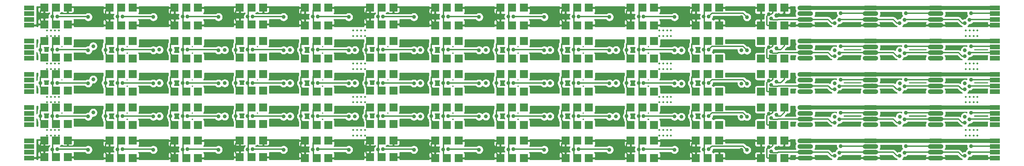
<source format=gbr>
G04 #@! TF.GenerationSoftware,KiCad,Pcbnew,(5.1.0-0)*
G04 #@! TF.CreationDate,2019-04-23T10:55:05-07:00*
G04 #@! TF.ProjectId,TestPanel2,54657374-5061-46e6-956c-322e6b696361,rev?*
G04 #@! TF.SameCoordinates,Original*
G04 #@! TF.FileFunction,Copper,L4,Bot*
G04 #@! TF.FilePolarity,Positive*
%FSLAX46Y46*%
G04 Gerber Fmt 4.6, Leading zero omitted, Abs format (unit mm)*
G04 Created by KiCad (PCBNEW (5.1.0-0)) date 2019-04-23 10:55:05*
%MOMM*%
%LPD*%
G04 APERTURE LIST*
%ADD10C,0.500000*%
%ADD11R,2.000000X2.000000*%
%ADD12O,4.000000X1.200000*%
%ADD13R,2.500000X1.200000*%
%ADD14C,1.000000*%
%ADD15C,0.300000*%
%ADD16C,1.000000*%
%ADD17C,0.254000*%
G04 APERTURE END LIST*
D10*
X319450592Y-79565091D03*
X320450592Y-79565091D03*
X318450592Y-79565091D03*
X317450592Y-79565091D03*
X317450592Y-105065182D03*
X318450592Y-105065182D03*
X320450592Y-105065182D03*
X319450592Y-105065182D03*
X317450592Y-88065182D03*
X318450592Y-88065182D03*
X320450592Y-88065182D03*
X319450592Y-88065182D03*
X319450592Y-86665182D03*
X320450592Y-86665182D03*
X318450592Y-86665182D03*
X317450592Y-86665182D03*
X319450592Y-103665182D03*
X320450592Y-103665182D03*
X318450592Y-103665182D03*
X317450592Y-103665182D03*
X317450592Y-78165091D03*
X318450592Y-78165091D03*
X320450592Y-78165091D03*
X319450592Y-78165091D03*
X317450592Y-96565182D03*
X318450592Y-96565182D03*
X320450592Y-96565182D03*
X319450592Y-96565182D03*
X319450592Y-95165182D03*
X320450592Y-95165182D03*
X318450592Y-95165182D03*
X317450592Y-95165182D03*
X241050592Y-79565091D03*
X242050592Y-79565091D03*
X240050592Y-79565091D03*
X239050592Y-79565091D03*
X239050592Y-105065182D03*
X240050592Y-105065182D03*
X242050592Y-105065182D03*
X241050592Y-105065182D03*
X239050592Y-88065182D03*
X240050592Y-88065182D03*
X242050592Y-88065182D03*
X241050592Y-88065182D03*
X241050592Y-86665182D03*
X242050592Y-86665182D03*
X240050592Y-86665182D03*
X239050592Y-86665182D03*
X241050592Y-103665182D03*
X242050592Y-103665182D03*
X240050592Y-103665182D03*
X239050592Y-103665182D03*
X239050592Y-78165091D03*
X240050592Y-78165091D03*
X242050592Y-78165091D03*
X241050592Y-78165091D03*
X239050592Y-96565182D03*
X240050592Y-96565182D03*
X242050592Y-96565182D03*
X241050592Y-96565182D03*
X241050592Y-95165182D03*
X242050592Y-95165182D03*
X240050592Y-95165182D03*
X239050592Y-95165182D03*
X162750592Y-79565091D03*
X163750592Y-79565091D03*
X161750592Y-79565091D03*
X160750592Y-79565091D03*
X160750592Y-105065182D03*
X161750592Y-105065182D03*
X163750592Y-105065182D03*
X162750592Y-105065182D03*
X160750592Y-88065182D03*
X161750592Y-88065182D03*
X163750592Y-88065182D03*
X162750592Y-88065182D03*
X162750592Y-86665182D03*
X163750592Y-86665182D03*
X161750592Y-86665182D03*
X160750592Y-86665182D03*
X162750592Y-103665182D03*
X163750592Y-103665182D03*
X161750592Y-103665182D03*
X160750592Y-103665182D03*
X160750592Y-78165091D03*
X161750592Y-78165091D03*
X163750592Y-78165091D03*
X162750592Y-78165091D03*
X160750592Y-96565182D03*
X161750592Y-96565182D03*
X163750592Y-96565182D03*
X162750592Y-96565182D03*
X162750592Y-95165182D03*
X163750592Y-95165182D03*
X161750592Y-95165182D03*
X160750592Y-95165182D03*
X84450592Y-105065091D03*
X85450592Y-105065091D03*
X83450592Y-105065091D03*
X82450592Y-105065091D03*
X82450592Y-103665091D03*
X83450592Y-103665091D03*
X85450592Y-103665091D03*
X84450592Y-103665091D03*
X84450592Y-96565091D03*
X85450592Y-96565091D03*
X83450592Y-96565091D03*
X82450592Y-96565091D03*
X82450592Y-95165091D03*
X83450592Y-95165091D03*
X85450592Y-95165091D03*
X84450592Y-95165091D03*
X84450592Y-88065091D03*
X85450592Y-88065091D03*
X83450592Y-88065091D03*
X82450592Y-88065091D03*
X82450592Y-86665091D03*
X83450592Y-86665091D03*
X85450592Y-86665091D03*
X84450592Y-86665091D03*
X82450592Y-79565000D03*
X83450592Y-79565000D03*
X85450592Y-79565000D03*
X84450592Y-79565000D03*
X84450592Y-78165000D03*
X85450592Y-78165000D03*
X83450592Y-78165000D03*
X82450592Y-78165000D03*
D11*
X268057182Y-106365000D03*
X265057182Y-106365000D03*
X271057182Y-106365000D03*
X84723922Y-110615000D03*
X87723922Y-110615000D03*
X81723922Y-110615000D03*
X218057202Y-106365000D03*
X215057202Y-106365000D03*
X221057202Y-106365000D03*
X201390542Y-110865000D03*
X204390542Y-110865000D03*
X198390542Y-110865000D03*
X218057202Y-110865000D03*
X221057202Y-110865000D03*
X215057202Y-110865000D03*
X201390542Y-106365000D03*
X198390542Y-106365000D03*
X204390542Y-106365000D03*
X84723922Y-106365000D03*
X81723922Y-106365000D03*
X87723922Y-106365000D03*
X101390582Y-110865000D03*
X104390582Y-110865000D03*
X98390582Y-110865000D03*
X101390582Y-106365000D03*
X98390582Y-106365000D03*
X104390582Y-106365000D03*
X151390562Y-110865000D03*
X154390562Y-110865000D03*
X148390562Y-110865000D03*
X118057242Y-110865000D03*
X121057242Y-110865000D03*
X115057242Y-110865000D03*
X134723902Y-106365000D03*
X131723902Y-106365000D03*
X137723902Y-106365000D03*
X134723902Y-110615000D03*
X137723902Y-110615000D03*
X131723902Y-110615000D03*
X118057242Y-106365000D03*
X115057242Y-106365000D03*
X121057242Y-106365000D03*
X151390562Y-106365000D03*
X148390562Y-106365000D03*
X154390562Y-106365000D03*
X184723882Y-110865000D03*
X187723882Y-110865000D03*
X181723882Y-110865000D03*
X234723862Y-110865000D03*
X237723862Y-110865000D03*
X231723862Y-110865000D03*
X234723862Y-106365000D03*
X231723862Y-106365000D03*
X237723862Y-106365000D03*
X184723882Y-106365000D03*
X181723882Y-106365000D03*
X187723882Y-106365000D03*
X168057222Y-110615000D03*
X171057222Y-110615000D03*
X165057222Y-110615000D03*
X251390522Y-106365000D03*
X248390522Y-106365000D03*
X254390522Y-106365000D03*
X251390522Y-110865000D03*
X254390522Y-110865000D03*
X248390522Y-110865000D03*
X168057222Y-106365000D03*
X165057222Y-106365000D03*
X171057222Y-106365000D03*
X268057182Y-110865000D03*
X271057182Y-110865000D03*
X265057182Y-110865000D03*
D12*
X309724396Y-106415000D03*
X309724396Y-107881666D03*
X309724396Y-109348332D03*
X309724396Y-110815000D03*
X293057696Y-106415000D03*
X293057696Y-107881666D03*
X293057696Y-109348332D03*
X293057696Y-110815000D03*
D13*
X324891096Y-106415000D03*
X324891096Y-107881666D03*
X324891096Y-109348332D03*
X324891096Y-110815000D03*
X77890596Y-106415000D03*
X77890596Y-107881666D03*
X77890596Y-109348332D03*
X77890596Y-110815000D03*
D12*
X276390996Y-106415000D03*
X276390996Y-107881666D03*
X276390996Y-109348332D03*
X276390996Y-110815000D03*
D11*
X268057182Y-72365000D03*
X265057182Y-72365000D03*
X271057182Y-72365000D03*
X84723922Y-76615000D03*
X87723922Y-76615000D03*
X81723922Y-76615000D03*
X218057202Y-72365000D03*
X215057202Y-72365000D03*
X221057202Y-72365000D03*
X201390542Y-76865000D03*
X204390542Y-76865000D03*
X198390542Y-76865000D03*
X218057202Y-76865000D03*
X221057202Y-76865000D03*
X215057202Y-76865000D03*
X201390542Y-72365000D03*
X198390542Y-72365000D03*
X204390542Y-72365000D03*
X84723922Y-72365000D03*
X81723922Y-72365000D03*
X87723922Y-72365000D03*
X101390582Y-76865000D03*
X104390582Y-76865000D03*
X98390582Y-76865000D03*
X101390582Y-72365000D03*
X98390582Y-72365000D03*
X104390582Y-72365000D03*
X151390562Y-76865000D03*
X154390562Y-76865000D03*
X148390562Y-76865000D03*
X118057242Y-76865000D03*
X121057242Y-76865000D03*
X115057242Y-76865000D03*
X134723902Y-72365000D03*
X131723902Y-72365000D03*
X137723902Y-72365000D03*
X134723902Y-76615000D03*
X137723902Y-76615000D03*
X131723902Y-76615000D03*
X118057242Y-72365000D03*
X115057242Y-72365000D03*
X121057242Y-72365000D03*
X151390562Y-72365000D03*
X148390562Y-72365000D03*
X154390562Y-72365000D03*
X184723882Y-76865000D03*
X187723882Y-76865000D03*
X181723882Y-76865000D03*
X234723862Y-76865000D03*
X237723862Y-76865000D03*
X231723862Y-76865000D03*
X234723862Y-72365000D03*
X231723862Y-72365000D03*
X237723862Y-72365000D03*
X184723882Y-72365000D03*
X181723882Y-72365000D03*
X187723882Y-72365000D03*
X168057222Y-76615000D03*
X171057222Y-76615000D03*
X165057222Y-76615000D03*
X251390522Y-72365000D03*
X248390522Y-72365000D03*
X254390522Y-72365000D03*
X251390522Y-76865000D03*
X254390522Y-76865000D03*
X248390522Y-76865000D03*
X168057222Y-72365000D03*
X165057222Y-72365000D03*
X171057222Y-72365000D03*
X268057182Y-76865000D03*
X271057182Y-76865000D03*
X265057182Y-76865000D03*
D12*
X309724396Y-72415000D03*
X309724396Y-73881666D03*
X309724396Y-75348332D03*
X309724396Y-76815000D03*
X293057696Y-72415000D03*
X293057696Y-73881666D03*
X293057696Y-75348332D03*
X293057696Y-76815000D03*
D13*
X324891096Y-72415000D03*
X324891096Y-73881666D03*
X324891096Y-75348332D03*
X324891096Y-76815000D03*
X77890596Y-72415000D03*
X77890596Y-73881666D03*
X77890596Y-75348332D03*
X77890596Y-76815000D03*
D12*
X276390996Y-72415000D03*
X276390996Y-73881666D03*
X276390996Y-75348332D03*
X276390996Y-76815000D03*
D11*
X268057182Y-97865000D03*
X265057182Y-97865000D03*
X271057182Y-97865000D03*
X84723922Y-102115000D03*
X87723922Y-102115000D03*
X81723922Y-102115000D03*
X218057202Y-97865000D03*
X215057202Y-97865000D03*
X221057202Y-97865000D03*
X201390542Y-102365000D03*
X204390542Y-102365000D03*
X198390542Y-102365000D03*
X218057202Y-102365000D03*
X221057202Y-102365000D03*
X215057202Y-102365000D03*
X201390542Y-97865000D03*
X198390542Y-97865000D03*
X204390542Y-97865000D03*
X84723922Y-97865000D03*
X81723922Y-97865000D03*
X87723922Y-97865000D03*
X101390582Y-102365000D03*
X104390582Y-102365000D03*
X98390582Y-102365000D03*
X101390582Y-97865000D03*
X98390582Y-97865000D03*
X104390582Y-97865000D03*
X151390562Y-102365000D03*
X154390562Y-102365000D03*
X148390562Y-102365000D03*
X118057242Y-102365000D03*
X121057242Y-102365000D03*
X115057242Y-102365000D03*
X134723902Y-97865000D03*
X131723902Y-97865000D03*
X137723902Y-97865000D03*
X134723902Y-102115000D03*
X137723902Y-102115000D03*
X131723902Y-102115000D03*
X118057242Y-97865000D03*
X115057242Y-97865000D03*
X121057242Y-97865000D03*
X151390562Y-97865000D03*
X148390562Y-97865000D03*
X154390562Y-97865000D03*
X184723882Y-102365000D03*
X187723882Y-102365000D03*
X181723882Y-102365000D03*
X234723862Y-102365000D03*
X237723862Y-102365000D03*
X231723862Y-102365000D03*
X234723862Y-97865000D03*
X231723862Y-97865000D03*
X237723862Y-97865000D03*
X184723882Y-97865000D03*
X181723882Y-97865000D03*
X187723882Y-97865000D03*
X168057222Y-102115000D03*
X171057222Y-102115000D03*
X165057222Y-102115000D03*
X251390522Y-97865000D03*
X248390522Y-97865000D03*
X254390522Y-97865000D03*
X251390522Y-102365000D03*
X254390522Y-102365000D03*
X248390522Y-102365000D03*
X168057222Y-97865000D03*
X165057222Y-97865000D03*
X171057222Y-97865000D03*
X268057182Y-102365000D03*
X271057182Y-102365000D03*
X265057182Y-102365000D03*
D12*
X309724396Y-97915000D03*
X309724396Y-99381666D03*
X309724396Y-100848332D03*
X309724396Y-102315000D03*
X293057696Y-97915000D03*
X293057696Y-99381666D03*
X293057696Y-100848332D03*
X293057696Y-102315000D03*
D13*
X324891096Y-97915000D03*
X324891096Y-99381666D03*
X324891096Y-100848332D03*
X324891096Y-102315000D03*
X77890596Y-97915000D03*
X77890596Y-99381666D03*
X77890596Y-100848332D03*
X77890596Y-102315000D03*
D12*
X276390996Y-97915000D03*
X276390996Y-99381666D03*
X276390996Y-100848332D03*
X276390996Y-102315000D03*
D11*
X268057182Y-89365000D03*
X265057182Y-89365000D03*
X271057182Y-89365000D03*
X84723922Y-93615000D03*
X87723922Y-93615000D03*
X81723922Y-93615000D03*
X218057202Y-89365000D03*
X215057202Y-89365000D03*
X221057202Y-89365000D03*
X201390542Y-93865000D03*
X204390542Y-93865000D03*
X198390542Y-93865000D03*
X218057202Y-93865000D03*
X221057202Y-93865000D03*
X215057202Y-93865000D03*
X201390542Y-89365000D03*
X198390542Y-89365000D03*
X204390542Y-89365000D03*
X84723922Y-89365000D03*
X81723922Y-89365000D03*
X87723922Y-89365000D03*
X101390582Y-93865000D03*
X104390582Y-93865000D03*
X98390582Y-93865000D03*
X101390582Y-89365000D03*
X98390582Y-89365000D03*
X104390582Y-89365000D03*
X151390562Y-93865000D03*
X154390562Y-93865000D03*
X148390562Y-93865000D03*
X118057242Y-93865000D03*
X121057242Y-93865000D03*
X115057242Y-93865000D03*
X134723902Y-89365000D03*
X131723902Y-89365000D03*
X137723902Y-89365000D03*
X134723902Y-93615000D03*
X137723902Y-93615000D03*
X131723902Y-93615000D03*
X118057242Y-89365000D03*
X115057242Y-89365000D03*
X121057242Y-89365000D03*
X151390562Y-89365000D03*
X148390562Y-89365000D03*
X154390562Y-89365000D03*
X184723882Y-93865000D03*
X187723882Y-93865000D03*
X181723882Y-93865000D03*
X234723862Y-93865000D03*
X237723862Y-93865000D03*
X231723862Y-93865000D03*
X234723862Y-89365000D03*
X231723862Y-89365000D03*
X237723862Y-89365000D03*
X184723882Y-89365000D03*
X181723882Y-89365000D03*
X187723882Y-89365000D03*
X168057222Y-93615000D03*
X171057222Y-93615000D03*
X165057222Y-93615000D03*
X251390522Y-89365000D03*
X248390522Y-89365000D03*
X254390522Y-89365000D03*
X251390522Y-93865000D03*
X254390522Y-93865000D03*
X248390522Y-93865000D03*
X168057222Y-89365000D03*
X165057222Y-89365000D03*
X171057222Y-89365000D03*
X268057182Y-93865000D03*
X271057182Y-93865000D03*
X265057182Y-93865000D03*
D12*
X309724396Y-89415000D03*
X309724396Y-90881666D03*
X309724396Y-92348332D03*
X309724396Y-93815000D03*
X293057696Y-89415000D03*
X293057696Y-90881666D03*
X293057696Y-92348332D03*
X293057696Y-93815000D03*
D13*
X324891096Y-89415000D03*
X324891096Y-90881666D03*
X324891096Y-92348332D03*
X324891096Y-93815000D03*
X77890596Y-89415000D03*
X77890596Y-90881666D03*
X77890596Y-92348332D03*
X77890596Y-93815000D03*
D12*
X276390996Y-89415000D03*
X276390996Y-90881666D03*
X276390996Y-92348332D03*
X276390996Y-93815000D03*
D11*
X268057182Y-80865000D03*
X265057182Y-80865000D03*
X271057182Y-80865000D03*
X84723922Y-85115000D03*
X87723922Y-85115000D03*
X81723922Y-85115000D03*
X218057202Y-80865000D03*
X215057202Y-80865000D03*
X221057202Y-80865000D03*
X201390542Y-85365000D03*
X204390542Y-85365000D03*
X198390542Y-85365000D03*
X218057202Y-85365000D03*
X221057202Y-85365000D03*
X215057202Y-85365000D03*
X201390542Y-80865000D03*
X198390542Y-80865000D03*
X204390542Y-80865000D03*
X84723922Y-80865000D03*
X81723922Y-80865000D03*
X87723922Y-80865000D03*
X101390582Y-85365000D03*
X104390582Y-85365000D03*
X98390582Y-85365000D03*
X101390582Y-80865000D03*
X98390582Y-80865000D03*
X104390582Y-80865000D03*
X151390562Y-85365000D03*
X154390562Y-85365000D03*
X148390562Y-85365000D03*
X118057242Y-85365000D03*
X121057242Y-85365000D03*
X115057242Y-85365000D03*
X134723902Y-80865000D03*
X131723902Y-80865000D03*
X137723902Y-80865000D03*
X134723902Y-85115000D03*
X137723902Y-85115000D03*
X131723902Y-85115000D03*
X118057242Y-80865000D03*
X115057242Y-80865000D03*
X121057242Y-80865000D03*
X151390562Y-80865000D03*
X148390562Y-80865000D03*
X154390562Y-80865000D03*
X184723882Y-85365000D03*
X187723882Y-85365000D03*
X181723882Y-85365000D03*
X234723862Y-85365000D03*
X237723862Y-85365000D03*
X231723862Y-85365000D03*
X234723862Y-80865000D03*
X231723862Y-80865000D03*
X237723862Y-80865000D03*
X184723882Y-80865000D03*
X181723882Y-80865000D03*
X187723882Y-80865000D03*
X168057222Y-85115000D03*
X171057222Y-85115000D03*
X165057222Y-85115000D03*
X251390522Y-80865000D03*
X248390522Y-80865000D03*
X254390522Y-80865000D03*
X251390522Y-85365000D03*
X254390522Y-85365000D03*
X248390522Y-85365000D03*
X168057222Y-80865000D03*
X165057222Y-80865000D03*
X171057222Y-80865000D03*
X268057182Y-85365000D03*
X271057182Y-85365000D03*
X265057182Y-85365000D03*
D12*
X309724396Y-80915000D03*
X309724396Y-82381666D03*
X309724396Y-83848332D03*
X309724396Y-85315000D03*
X293057696Y-80915000D03*
X293057696Y-82381666D03*
X293057696Y-83848332D03*
X293057696Y-85315000D03*
D13*
X324891096Y-80915000D03*
X324891096Y-82381666D03*
X324891096Y-83848332D03*
X324891096Y-85315000D03*
X77890596Y-80915000D03*
X77890596Y-82381666D03*
X77890596Y-83848332D03*
X77890596Y-85315000D03*
D12*
X276390996Y-80915000D03*
X276390996Y-82381666D03*
X276390996Y-83848332D03*
X276390996Y-85315000D03*
D14*
X250440948Y-83115000D03*
X233774248Y-83115000D03*
X217107548Y-83115000D03*
X200440848Y-83115000D03*
X183774148Y-83115000D03*
X167107448Y-83115000D03*
X150440748Y-83115000D03*
X133774048Y-83115000D03*
X117107348Y-83115000D03*
X100440648Y-83115000D03*
X83773948Y-83115000D03*
X267100672Y-82512905D03*
X180710792Y-83135000D03*
X317237588Y-83251404D03*
X300570888Y-83251404D03*
X247377592Y-83135000D03*
X230710892Y-83135000D03*
X214044192Y-83135000D03*
X197377492Y-83135000D03*
X164044092Y-83135000D03*
X283904188Y-83251404D03*
X97377292Y-83135000D03*
X127890592Y-83165004D03*
X111140592Y-83114994D03*
X194690592Y-83165002D03*
X80710592Y-83135000D03*
X94240592Y-82190000D03*
X177890592Y-83165000D03*
X161190592Y-83165000D03*
X144590592Y-83165000D03*
X244690592Y-83265000D03*
X211090592Y-83165000D03*
X227990592Y-83165000D03*
X260090592Y-83265000D03*
X147377392Y-83135000D03*
X114043992Y-83135000D03*
X130710692Y-83135000D03*
X268990592Y-82765000D03*
X242948987Y-83214821D03*
X235029010Y-83096954D03*
X300557292Y-84765000D03*
X285090592Y-83965000D03*
X126282087Y-83214821D03*
X118362110Y-83096954D03*
X109615387Y-83214821D03*
X101695410Y-83096954D03*
X142948787Y-83214821D03*
X135028810Y-83096954D03*
X159615487Y-83214821D03*
X151695510Y-83096954D03*
X176282187Y-83214821D03*
X168362210Y-83096954D03*
X192948887Y-83214821D03*
X185028910Y-83096954D03*
X209615587Y-83214821D03*
X201695610Y-83096954D03*
X226282287Y-83214821D03*
X218362310Y-83096954D03*
X251695710Y-83096954D03*
X261490592Y-83265004D03*
X283890592Y-84765000D03*
X267690592Y-83614958D03*
X301757292Y-83965000D03*
X285490592Y-82265000D03*
X317223992Y-84765000D03*
X318423992Y-83965000D03*
X302157292Y-82265000D03*
X318823992Y-82265000D03*
X85028710Y-83096954D03*
X92948687Y-83214821D03*
X250440948Y-91615000D03*
X233774248Y-91615000D03*
X217107548Y-91615000D03*
X200440848Y-91615000D03*
X183774148Y-91615000D03*
X167107448Y-91615000D03*
X150440748Y-91615000D03*
X133774048Y-91615000D03*
X117107348Y-91615000D03*
X100440648Y-91615000D03*
X83773948Y-91615000D03*
X267100672Y-91012905D03*
X180710792Y-91635000D03*
X317237588Y-91751404D03*
X300570888Y-91751404D03*
X247377592Y-91635000D03*
X230710892Y-91635000D03*
X214044192Y-91635000D03*
X197377492Y-91635000D03*
X164044092Y-91635000D03*
X283904188Y-91751404D03*
X97377292Y-91635000D03*
X127890592Y-91665004D03*
X111140592Y-91614994D03*
X194690592Y-91665002D03*
X80710592Y-91635000D03*
X94240592Y-90690000D03*
X177890592Y-91665000D03*
X161190592Y-91665000D03*
X144590592Y-91665000D03*
X244690592Y-91765000D03*
X211090592Y-91665000D03*
X227990592Y-91665000D03*
X260090592Y-91765000D03*
X147377392Y-91635000D03*
X114043992Y-91635000D03*
X130710692Y-91635000D03*
X268990592Y-91265000D03*
X242948987Y-91714821D03*
X235029010Y-91596954D03*
X300557292Y-93265000D03*
X285090592Y-92465000D03*
X126282087Y-91714821D03*
X118362110Y-91596954D03*
X109615387Y-91714821D03*
X101695410Y-91596954D03*
X142948787Y-91714821D03*
X135028810Y-91596954D03*
X159615487Y-91714821D03*
X151695510Y-91596954D03*
X176282187Y-91714821D03*
X168362210Y-91596954D03*
X192948887Y-91714821D03*
X185028910Y-91596954D03*
X209615587Y-91714821D03*
X201695610Y-91596954D03*
X226282287Y-91714821D03*
X218362310Y-91596954D03*
X251695710Y-91596954D03*
X261490592Y-91765004D03*
X283890592Y-93265000D03*
X267690592Y-92114958D03*
X301757292Y-92465000D03*
X285490592Y-90765000D03*
X317223992Y-93265000D03*
X318423992Y-92465000D03*
X302157292Y-90765000D03*
X318823992Y-90765000D03*
X85028710Y-91596954D03*
X92948687Y-91714821D03*
X250440948Y-100115000D03*
X233774248Y-100115000D03*
X217107548Y-100115000D03*
X200440848Y-100115000D03*
X183774148Y-100115000D03*
X167107448Y-100115000D03*
X150440748Y-100115000D03*
X133774048Y-100115000D03*
X117107348Y-100115000D03*
X100440648Y-100115000D03*
X83773948Y-100115000D03*
X267100672Y-99512905D03*
X180710792Y-100135000D03*
X317237588Y-100251404D03*
X300570888Y-100251404D03*
X247377592Y-100135000D03*
X230710892Y-100135000D03*
X214044192Y-100135000D03*
X197377492Y-100135000D03*
X164044092Y-100135000D03*
X283904188Y-100251404D03*
X97377292Y-100135000D03*
X127890592Y-100165004D03*
X111140592Y-100114994D03*
X194690592Y-100165002D03*
X80710592Y-100135000D03*
X94240592Y-99190000D03*
X177890592Y-100165000D03*
X161190592Y-100165000D03*
X144590592Y-100165000D03*
X244690592Y-100265000D03*
X211090592Y-100165000D03*
X227990592Y-100165000D03*
X260090592Y-100265000D03*
X147377392Y-100135000D03*
X114043992Y-100135000D03*
X130710692Y-100135000D03*
X268990592Y-99765000D03*
X242948987Y-100214821D03*
X235029010Y-100096954D03*
X300557292Y-101765000D03*
X285090592Y-100965000D03*
X126282087Y-100214821D03*
X118362110Y-100096954D03*
X109615387Y-100214821D03*
X101695410Y-100096954D03*
X142948787Y-100214821D03*
X135028810Y-100096954D03*
X159615487Y-100214821D03*
X151695510Y-100096954D03*
X176282187Y-100214821D03*
X168362210Y-100096954D03*
X192948887Y-100214821D03*
X185028910Y-100096954D03*
X209615587Y-100214821D03*
X201695610Y-100096954D03*
X226282287Y-100214821D03*
X218362310Y-100096954D03*
X251695710Y-100096954D03*
X261490592Y-100265004D03*
X283890592Y-101765000D03*
X267690592Y-100614958D03*
X301757292Y-100965000D03*
X285490592Y-99265000D03*
X317223992Y-101765000D03*
X318423992Y-100965000D03*
X302157292Y-99265000D03*
X318823992Y-99265000D03*
X85028710Y-100096954D03*
X92948687Y-100214821D03*
X250440948Y-74615000D03*
X233774248Y-74615000D03*
X217107548Y-74615000D03*
X200440848Y-74615000D03*
X183774148Y-74615000D03*
X167107448Y-74615000D03*
X150440748Y-74615000D03*
X133774048Y-74615000D03*
X117107348Y-74615000D03*
X100440648Y-74615000D03*
X83773948Y-74615000D03*
X267100672Y-74012905D03*
X180710792Y-74635000D03*
X317237588Y-74751404D03*
X300570888Y-74751404D03*
X247377592Y-74635000D03*
X230710892Y-74635000D03*
X214044192Y-74635000D03*
X197377492Y-74635000D03*
X164044092Y-74635000D03*
X283904188Y-74751404D03*
X97377292Y-74635000D03*
X127890592Y-74665004D03*
X111140592Y-74614994D03*
X194690592Y-74665002D03*
X80710592Y-74635000D03*
X94240592Y-73690000D03*
X177890592Y-74665000D03*
X161190592Y-74665000D03*
X144590592Y-74665000D03*
X244690592Y-74765000D03*
X211090592Y-74665000D03*
X227990592Y-74665000D03*
X260090592Y-74765000D03*
X147377392Y-74635000D03*
X114043992Y-74635000D03*
X130710692Y-74635000D03*
X268990592Y-74265000D03*
X242948987Y-74714821D03*
X235029010Y-74596954D03*
X300557292Y-76265000D03*
X285090592Y-75465000D03*
X126282087Y-74714821D03*
X118362110Y-74596954D03*
X109615387Y-74714821D03*
X101695410Y-74596954D03*
X142948787Y-74714821D03*
X135028810Y-74596954D03*
X159615487Y-74714821D03*
X151695510Y-74596954D03*
X176282187Y-74714821D03*
X168362210Y-74596954D03*
X192948887Y-74714821D03*
X185028910Y-74596954D03*
X209615587Y-74714821D03*
X201695610Y-74596954D03*
X226282287Y-74714821D03*
X218362310Y-74596954D03*
X251695710Y-74596954D03*
X261490592Y-74765004D03*
X283890592Y-76265000D03*
X267690592Y-75114958D03*
X301757292Y-75465000D03*
X285490592Y-73765000D03*
X317223992Y-76265000D03*
X318423992Y-75465000D03*
X302157292Y-73765000D03*
X318823992Y-73765000D03*
X85028710Y-74596954D03*
X92948687Y-74714821D03*
X250440948Y-108615000D03*
X233774248Y-108615000D03*
X217107548Y-108615000D03*
X200440848Y-108615000D03*
X183774148Y-108615000D03*
X167107448Y-108615000D03*
X150440748Y-108615000D03*
X133774048Y-108615000D03*
X117107348Y-108615000D03*
X100440648Y-108615000D03*
X83773948Y-108615000D03*
X267100672Y-108012905D03*
X180710792Y-108635000D03*
X317237588Y-108751404D03*
X300570888Y-108751404D03*
X247377592Y-108635000D03*
X230710892Y-108635000D03*
X214044192Y-108635000D03*
X197377492Y-108635000D03*
X164044092Y-108635000D03*
X283904188Y-108751404D03*
X97377292Y-108635000D03*
X127890592Y-108665004D03*
X111140592Y-108614994D03*
X194690592Y-108665002D03*
X80710592Y-108635000D03*
X94240592Y-107690000D03*
X177890592Y-108665000D03*
X161190592Y-108665000D03*
X144590592Y-108665000D03*
X244690592Y-108765000D03*
X211090592Y-108665000D03*
X227990592Y-108665000D03*
X260090592Y-108765000D03*
X147377392Y-108635000D03*
X114043992Y-108635000D03*
X130710692Y-108635000D03*
X268990592Y-108265000D03*
X242948987Y-108714821D03*
X235029010Y-108596954D03*
X300557292Y-110265000D03*
X285090592Y-109465000D03*
X126282087Y-108714821D03*
X118362110Y-108596954D03*
X109615387Y-108714821D03*
X101695410Y-108596954D03*
X142948787Y-108714821D03*
X135028810Y-108596954D03*
X159615487Y-108714821D03*
X151695510Y-108596954D03*
X176282187Y-108714821D03*
X168362210Y-108596954D03*
X192948887Y-108714821D03*
X185028910Y-108596954D03*
X209615587Y-108714821D03*
X201695610Y-108596954D03*
X226282287Y-108714821D03*
X218362310Y-108596954D03*
X251695710Y-108596954D03*
X261490592Y-108765004D03*
X283890592Y-110265000D03*
X267690592Y-109114958D03*
X301757292Y-109465000D03*
X285490592Y-107765000D03*
X317223992Y-110265000D03*
X318423992Y-109465000D03*
X302157292Y-107765000D03*
X318823992Y-107765000D03*
X85028710Y-108596954D03*
X92948687Y-108714821D03*
D15*
X217214192Y-83221644D02*
X217107548Y-83115000D01*
X217214192Y-85105000D02*
X217214192Y-83221644D01*
X217224192Y-85115000D02*
X217214192Y-85105000D01*
X218057522Y-85115000D02*
X217224192Y-85115000D01*
X217204192Y-83018356D02*
X217204192Y-81468330D01*
X183880792Y-83221644D02*
X183774148Y-83115000D01*
X167204092Y-81468330D02*
X168057422Y-80615000D01*
X183890792Y-85115000D02*
X183880792Y-85105000D01*
X167107448Y-83115000D02*
X167204092Y-83018356D01*
X167224092Y-85115000D02*
X167214092Y-85105000D01*
X167204092Y-83018356D02*
X167204092Y-81468330D01*
X167214092Y-85105000D02*
X167214092Y-83221644D01*
X167214092Y-83221644D02*
X167107448Y-83115000D01*
X168057422Y-85115000D02*
X167224092Y-85115000D01*
X150440748Y-83115000D02*
X150537392Y-83018356D01*
X150537392Y-83018356D02*
X150537392Y-81468330D01*
X150537392Y-81468330D02*
X151390722Y-80615000D01*
X150547392Y-85105000D02*
X150547392Y-83221644D01*
X151390722Y-85115000D02*
X150557392Y-85115000D01*
X150557392Y-85115000D02*
X150547392Y-85105000D01*
X150547392Y-83221644D02*
X150440748Y-83115000D01*
X200537492Y-81468330D02*
X201390822Y-80615000D01*
X200537492Y-83018356D02*
X200537492Y-81468330D01*
X200557492Y-85115000D02*
X200547492Y-85105000D01*
X183880792Y-85105000D02*
X183880792Y-83221644D01*
X184724122Y-85115000D02*
X183890792Y-85115000D01*
X200440848Y-83115000D02*
X200537492Y-83018356D01*
X200547492Y-85105000D02*
X200547492Y-83221644D01*
X200547492Y-83221644D02*
X200440848Y-83115000D01*
X201390822Y-85115000D02*
X200557492Y-85115000D01*
X183774148Y-83115000D02*
X183870792Y-83018356D01*
X183870792Y-83018356D02*
X183870792Y-81468330D01*
X183870792Y-81468330D02*
X184724122Y-80615000D01*
X133774048Y-83115000D02*
X133870692Y-83018356D01*
X133870692Y-81468330D02*
X134724022Y-80615000D01*
X133870692Y-83018356D02*
X133870692Y-81468330D01*
X133890692Y-85115000D02*
X133880692Y-85105000D01*
X133880692Y-83221644D02*
X133774048Y-83115000D01*
X133880692Y-85105000D02*
X133880692Y-83221644D01*
X134724022Y-85115000D02*
X133890692Y-85115000D01*
X117107348Y-83115000D02*
X117203992Y-83018356D01*
X117203992Y-81468330D02*
X118057322Y-80615000D01*
X117203992Y-83018356D02*
X117203992Y-81468330D01*
X117223992Y-85115000D02*
X117213992Y-85105000D01*
X117213992Y-83221644D02*
X117107348Y-83115000D01*
X117213992Y-85105000D02*
X117213992Y-83221644D01*
X118057322Y-85115000D02*
X117223992Y-85115000D01*
X251390922Y-85115000D02*
X250557592Y-85115000D01*
X233774248Y-83115000D02*
X233870892Y-83018356D01*
X233870892Y-81468330D02*
X234724222Y-80615000D01*
X233870892Y-83018356D02*
X233870892Y-81468330D01*
X233890892Y-85115000D02*
X233880892Y-85105000D01*
X233880892Y-83221644D02*
X233774248Y-83115000D01*
X233880892Y-85105000D02*
X233880892Y-83221644D01*
X234724222Y-85115000D02*
X233890892Y-85115000D01*
X250440948Y-83115000D02*
X250537592Y-83018356D01*
X250537592Y-81468330D02*
X251390922Y-80615000D01*
X250537592Y-83018356D02*
X250537592Y-81468330D01*
X250557592Y-85115000D02*
X250547592Y-85105000D01*
X250547592Y-83221644D02*
X250440948Y-83115000D01*
X217107548Y-83115000D02*
X217204192Y-83018356D01*
X250547592Y-85105000D02*
X250547592Y-83221644D01*
X217204192Y-81468330D02*
X218057522Y-80615000D01*
X266600673Y-85208491D02*
X266600673Y-83012904D01*
X83880592Y-85105000D02*
X83880592Y-83221644D01*
X83890592Y-85115000D02*
X83880592Y-85105000D01*
X84723922Y-85115000D02*
X83890592Y-85115000D01*
X101390622Y-85115000D02*
X100557292Y-85115000D01*
X83880592Y-83221644D02*
X83773948Y-83115000D01*
X100557292Y-85115000D02*
X100547292Y-85105000D01*
X100537292Y-83018356D02*
X100537292Y-81468330D01*
X100547292Y-85105000D02*
X100547292Y-83221644D01*
X100547292Y-83221644D02*
X100440648Y-83115000D01*
X100537292Y-81468330D02*
X101390622Y-80615000D01*
X100440648Y-83115000D02*
X100537292Y-83018356D01*
X83870592Y-83018356D02*
X83870592Y-81468330D01*
X83870592Y-81468330D02*
X84723922Y-80615000D01*
X83773948Y-83115000D02*
X83870592Y-83018356D01*
X268057182Y-80865000D02*
X268057182Y-82165000D01*
X267709277Y-82512905D02*
X267100672Y-82512905D01*
X268057182Y-82165000D02*
X267709277Y-82512905D01*
X266600673Y-83012904D02*
X267100672Y-82512905D01*
X266757182Y-85365000D02*
X266600673Y-85208491D01*
X268057182Y-85365000D02*
X266757182Y-85365000D01*
D16*
X276390996Y-80915000D02*
X293057696Y-80915000D01*
X293057696Y-80915000D02*
X309724396Y-80915000D01*
X309724396Y-80915000D02*
X324891096Y-80915000D01*
D15*
X197377492Y-81628330D02*
X198390822Y-80615000D01*
X197377492Y-83135000D02*
X197377492Y-84101670D01*
X180710792Y-84101670D02*
X181724122Y-85115000D01*
X197377492Y-83135000D02*
X197377492Y-81628330D01*
X180710792Y-83135000D02*
X180710792Y-81628330D01*
X214044192Y-83135000D02*
X214044192Y-81628330D01*
X214044192Y-83135000D02*
X214044192Y-84101670D01*
X197377492Y-84101670D02*
X198390822Y-85115000D01*
X214044192Y-84101670D02*
X215057522Y-85115000D01*
X214044192Y-81628330D02*
X215057522Y-80615000D01*
X230710892Y-81628330D02*
X231724222Y-80615000D01*
X230710892Y-83135000D02*
X230710892Y-84101670D01*
X230710892Y-83135000D02*
X230710892Y-81628330D01*
X230710892Y-84101670D02*
X231724222Y-85115000D01*
X247377592Y-83135000D02*
X247377592Y-84101670D01*
X247377592Y-81628330D02*
X248390922Y-80615000D01*
X247377592Y-83135000D02*
X247377592Y-81628330D01*
X247377592Y-84101670D02*
X248390922Y-85115000D01*
X180710792Y-81628330D02*
X181724122Y-80615000D01*
X180710792Y-83135000D02*
X180710792Y-84101670D01*
X164044092Y-84101670D02*
X165057422Y-85115000D01*
X164044092Y-83135000D02*
X164044092Y-81628330D01*
X164044092Y-81628330D02*
X165057422Y-80615000D01*
X164044092Y-83135000D02*
X164044092Y-84101670D01*
X147377392Y-84101670D02*
X148390722Y-85115000D01*
X147377392Y-83135000D02*
X147377392Y-81628330D01*
X147377392Y-81628330D02*
X148390722Y-80615000D01*
X147377392Y-83135000D02*
X147377392Y-84101670D01*
X130710692Y-84101670D02*
X131724022Y-85115000D01*
X130710692Y-83135000D02*
X130710692Y-81628330D01*
X130710692Y-81628330D02*
X131724022Y-80615000D01*
X130710692Y-83135000D02*
X130710692Y-84101670D01*
X114043992Y-84101670D02*
X115057322Y-85115000D01*
X114043992Y-83135000D02*
X114043992Y-81628330D01*
X114043992Y-81628330D02*
X115057322Y-80615000D01*
X114043992Y-83135000D02*
X114043992Y-84101670D01*
X97377292Y-84101670D02*
X98390622Y-85115000D01*
X97377292Y-83135000D02*
X97377292Y-81628330D01*
X97377292Y-81628330D02*
X98390622Y-80615000D01*
X97377292Y-83135000D02*
X97377292Y-84101670D01*
X80710592Y-84101670D02*
X81723922Y-85115000D01*
X80710592Y-83135000D02*
X80710592Y-84101670D01*
X80710592Y-81628330D02*
X81723922Y-80615000D01*
X80710592Y-83135000D02*
X80710592Y-81628330D01*
X293007696Y-85365000D02*
X293057696Y-85315000D01*
X270157182Y-83065000D02*
X268890592Y-83065000D01*
X271057182Y-82165000D02*
X270157182Y-83065000D01*
X271057182Y-80865000D02*
X271057182Y-82165000D01*
X268890592Y-82865000D02*
X268990592Y-82765000D01*
X268890592Y-83065000D02*
X268890592Y-82865000D01*
X242831120Y-83096954D02*
X242948987Y-83214821D01*
X235029010Y-83096954D02*
X242831120Y-83096954D01*
X295357696Y-83848332D02*
X293057696Y-83848332D01*
X298933518Y-83848332D02*
X295357696Y-83848332D01*
X299850186Y-84765000D02*
X298933518Y-83848332D01*
X300557292Y-84765000D02*
X299850186Y-84765000D01*
X293524352Y-83381676D02*
X293057696Y-83848332D01*
X291657696Y-83848332D02*
X291641028Y-83865000D01*
X293057696Y-83848332D02*
X291657696Y-83848332D01*
X285207260Y-83848332D02*
X285090592Y-83965000D01*
X293057696Y-83848332D02*
X285207260Y-83848332D01*
X118362110Y-83096954D02*
X126164220Y-83096954D01*
X126164220Y-83096954D02*
X126282087Y-83214821D01*
X109497520Y-83096954D02*
X109615387Y-83214821D01*
X101695410Y-83096954D02*
X109497520Y-83096954D01*
X142830920Y-83096954D02*
X142948787Y-83214821D01*
X135028810Y-83096954D02*
X142830920Y-83096954D01*
X159497620Y-83096954D02*
X159615487Y-83214821D01*
X151695510Y-83096954D02*
X159497620Y-83096954D01*
X176164320Y-83096954D02*
X176282187Y-83214821D01*
X168362210Y-83096954D02*
X176164320Y-83096954D01*
X192831020Y-83096954D02*
X192948887Y-83214821D01*
X185028910Y-83096954D02*
X192831020Y-83096954D01*
X209497720Y-83096954D02*
X209615587Y-83214821D01*
X201695610Y-83096954D02*
X209497720Y-83096954D01*
X226164420Y-83096954D02*
X226282287Y-83214821D01*
X218362310Y-83096954D02*
X226164420Y-83096954D01*
X251695710Y-83096954D02*
X252527663Y-82265001D01*
X252527663Y-82265001D02*
X260490589Y-82265001D01*
X260490589Y-82265001D02*
X260990593Y-82765005D01*
X260990593Y-82765005D02*
X261490592Y-83265004D01*
X278690996Y-83848332D02*
X276390996Y-83848332D01*
X282266818Y-83848332D02*
X278690996Y-83848332D01*
X283183486Y-84765000D02*
X282266818Y-83848332D01*
X283890592Y-84765000D02*
X283183486Y-84765000D01*
X269493850Y-83848332D02*
X269377183Y-83964999D01*
X268040633Y-83964999D02*
X267690592Y-83614958D01*
X276390996Y-83848332D02*
X269493850Y-83848332D01*
X269377183Y-83964999D02*
X268040633Y-83964999D01*
X312024396Y-83848332D02*
X309724396Y-83848332D01*
X315600218Y-83848332D02*
X312024396Y-83848332D01*
X316516886Y-84765000D02*
X315600218Y-83848332D01*
X317223992Y-84765000D02*
X316516886Y-84765000D01*
X301873960Y-83848332D02*
X301757292Y-83965000D01*
X309724396Y-83848332D02*
X301873960Y-83848332D01*
X292941030Y-82265000D02*
X293057696Y-82381666D01*
X285490592Y-82265000D02*
X292941030Y-82265000D01*
X302157292Y-82265000D02*
X309607730Y-82265000D01*
X318540660Y-83848332D02*
X318423992Y-83965000D01*
X324891096Y-83848332D02*
X318540660Y-83848332D01*
X324774430Y-82265000D02*
X324891096Y-82381666D01*
X318823992Y-82265000D02*
X324774430Y-82265000D01*
X92830820Y-83096954D02*
X92948687Y-83214821D01*
X85028710Y-83096954D02*
X92830820Y-83096954D01*
X217214192Y-91721644D02*
X217107548Y-91615000D01*
X217214192Y-93605000D02*
X217214192Y-91721644D01*
X217224192Y-93615000D02*
X217214192Y-93605000D01*
X218057522Y-93615000D02*
X217224192Y-93615000D01*
X217204192Y-91518356D02*
X217204192Y-89968330D01*
X183880792Y-91721644D02*
X183774148Y-91615000D01*
X167204092Y-89968330D02*
X168057422Y-89115000D01*
X183890792Y-93615000D02*
X183880792Y-93605000D01*
X167107448Y-91615000D02*
X167204092Y-91518356D01*
X167224092Y-93615000D02*
X167214092Y-93605000D01*
X167204092Y-91518356D02*
X167204092Y-89968330D01*
X167214092Y-93605000D02*
X167214092Y-91721644D01*
X167214092Y-91721644D02*
X167107448Y-91615000D01*
X168057422Y-93615000D02*
X167224092Y-93615000D01*
X150440748Y-91615000D02*
X150537392Y-91518356D01*
X150537392Y-91518356D02*
X150537392Y-89968330D01*
X150537392Y-89968330D02*
X151390722Y-89115000D01*
X150547392Y-93605000D02*
X150547392Y-91721644D01*
X151390722Y-93615000D02*
X150557392Y-93615000D01*
X150557392Y-93615000D02*
X150547392Y-93605000D01*
X150547392Y-91721644D02*
X150440748Y-91615000D01*
X200537492Y-89968330D02*
X201390822Y-89115000D01*
X200537492Y-91518356D02*
X200537492Y-89968330D01*
X200557492Y-93615000D02*
X200547492Y-93605000D01*
X183880792Y-93605000D02*
X183880792Y-91721644D01*
X184724122Y-93615000D02*
X183890792Y-93615000D01*
X200440848Y-91615000D02*
X200537492Y-91518356D01*
X200547492Y-93605000D02*
X200547492Y-91721644D01*
X200547492Y-91721644D02*
X200440848Y-91615000D01*
X201390822Y-93615000D02*
X200557492Y-93615000D01*
X183774148Y-91615000D02*
X183870792Y-91518356D01*
X183870792Y-91518356D02*
X183870792Y-89968330D01*
X183870792Y-89968330D02*
X184724122Y-89115000D01*
X133774048Y-91615000D02*
X133870692Y-91518356D01*
X133870692Y-89968330D02*
X134724022Y-89115000D01*
X133870692Y-91518356D02*
X133870692Y-89968330D01*
X133890692Y-93615000D02*
X133880692Y-93605000D01*
X133880692Y-91721644D02*
X133774048Y-91615000D01*
X133880692Y-93605000D02*
X133880692Y-91721644D01*
X134724022Y-93615000D02*
X133890692Y-93615000D01*
X117107348Y-91615000D02*
X117203992Y-91518356D01*
X117203992Y-89968330D02*
X118057322Y-89115000D01*
X117203992Y-91518356D02*
X117203992Y-89968330D01*
X117223992Y-93615000D02*
X117213992Y-93605000D01*
X117213992Y-91721644D02*
X117107348Y-91615000D01*
X117213992Y-93605000D02*
X117213992Y-91721644D01*
X118057322Y-93615000D02*
X117223992Y-93615000D01*
X251390922Y-93615000D02*
X250557592Y-93615000D01*
X233774248Y-91615000D02*
X233870892Y-91518356D01*
X233870892Y-89968330D02*
X234724222Y-89115000D01*
X233870892Y-91518356D02*
X233870892Y-89968330D01*
X233890892Y-93615000D02*
X233880892Y-93605000D01*
X233880892Y-91721644D02*
X233774248Y-91615000D01*
X233880892Y-93605000D02*
X233880892Y-91721644D01*
X234724222Y-93615000D02*
X233890892Y-93615000D01*
X250440948Y-91615000D02*
X250537592Y-91518356D01*
X250537592Y-89968330D02*
X251390922Y-89115000D01*
X250537592Y-91518356D02*
X250537592Y-89968330D01*
X250557592Y-93615000D02*
X250547592Y-93605000D01*
X250547592Y-91721644D02*
X250440948Y-91615000D01*
X217107548Y-91615000D02*
X217204192Y-91518356D01*
X250547592Y-93605000D02*
X250547592Y-91721644D01*
X217204192Y-89968330D02*
X218057522Y-89115000D01*
X266600673Y-93708491D02*
X266600673Y-91512904D01*
X83880592Y-93605000D02*
X83880592Y-91721644D01*
X83890592Y-93615000D02*
X83880592Y-93605000D01*
X84723922Y-93615000D02*
X83890592Y-93615000D01*
X101390622Y-93615000D02*
X100557292Y-93615000D01*
X83880592Y-91721644D02*
X83773948Y-91615000D01*
X100557292Y-93615000D02*
X100547292Y-93605000D01*
X100537292Y-91518356D02*
X100537292Y-89968330D01*
X100547292Y-93605000D02*
X100547292Y-91721644D01*
X100547292Y-91721644D02*
X100440648Y-91615000D01*
X100537292Y-89968330D02*
X101390622Y-89115000D01*
X100440648Y-91615000D02*
X100537292Y-91518356D01*
X83870592Y-91518356D02*
X83870592Y-89968330D01*
X83870592Y-89968330D02*
X84723922Y-89115000D01*
X83773948Y-91615000D02*
X83870592Y-91518356D01*
X268057182Y-89365000D02*
X268057182Y-90665000D01*
X267709277Y-91012905D02*
X267100672Y-91012905D01*
X268057182Y-90665000D02*
X267709277Y-91012905D01*
X266600673Y-91512904D02*
X267100672Y-91012905D01*
X266757182Y-93865000D02*
X266600673Y-93708491D01*
X268057182Y-93865000D02*
X266757182Y-93865000D01*
D16*
X276390996Y-89415000D02*
X293057696Y-89415000D01*
X293057696Y-89415000D02*
X309724396Y-89415000D01*
X309724396Y-89415000D02*
X324891096Y-89415000D01*
D15*
X197377492Y-90128330D02*
X198390822Y-89115000D01*
X197377492Y-91635000D02*
X197377492Y-92601670D01*
X180710792Y-92601670D02*
X181724122Y-93615000D01*
X197377492Y-91635000D02*
X197377492Y-90128330D01*
X180710792Y-91635000D02*
X180710792Y-90128330D01*
X214044192Y-91635000D02*
X214044192Y-90128330D01*
X214044192Y-91635000D02*
X214044192Y-92601670D01*
X197377492Y-92601670D02*
X198390822Y-93615000D01*
X214044192Y-92601670D02*
X215057522Y-93615000D01*
X214044192Y-90128330D02*
X215057522Y-89115000D01*
X230710892Y-90128330D02*
X231724222Y-89115000D01*
X230710892Y-91635000D02*
X230710892Y-92601670D01*
X230710892Y-91635000D02*
X230710892Y-90128330D01*
X230710892Y-92601670D02*
X231724222Y-93615000D01*
X247377592Y-91635000D02*
X247377592Y-92601670D01*
X247377592Y-90128330D02*
X248390922Y-89115000D01*
X247377592Y-91635000D02*
X247377592Y-90128330D01*
X247377592Y-92601670D02*
X248390922Y-93615000D01*
X180710792Y-90128330D02*
X181724122Y-89115000D01*
X180710792Y-91635000D02*
X180710792Y-92601670D01*
X164044092Y-92601670D02*
X165057422Y-93615000D01*
X164044092Y-91635000D02*
X164044092Y-90128330D01*
X164044092Y-90128330D02*
X165057422Y-89115000D01*
X164044092Y-91635000D02*
X164044092Y-92601670D01*
X147377392Y-92601670D02*
X148390722Y-93615000D01*
X147377392Y-91635000D02*
X147377392Y-90128330D01*
X147377392Y-90128330D02*
X148390722Y-89115000D01*
X147377392Y-91635000D02*
X147377392Y-92601670D01*
X130710692Y-92601670D02*
X131724022Y-93615000D01*
X130710692Y-91635000D02*
X130710692Y-90128330D01*
X130710692Y-90128330D02*
X131724022Y-89115000D01*
X130710692Y-91635000D02*
X130710692Y-92601670D01*
X114043992Y-92601670D02*
X115057322Y-93615000D01*
X114043992Y-91635000D02*
X114043992Y-90128330D01*
X114043992Y-90128330D02*
X115057322Y-89115000D01*
X114043992Y-91635000D02*
X114043992Y-92601670D01*
X97377292Y-92601670D02*
X98390622Y-93615000D01*
X97377292Y-91635000D02*
X97377292Y-90128330D01*
X97377292Y-90128330D02*
X98390622Y-89115000D01*
X97377292Y-91635000D02*
X97377292Y-92601670D01*
X80710592Y-92601670D02*
X81723922Y-93615000D01*
X80710592Y-91635000D02*
X80710592Y-92601670D01*
X80710592Y-90128330D02*
X81723922Y-89115000D01*
X80710592Y-91635000D02*
X80710592Y-90128330D01*
X293007696Y-93865000D02*
X293057696Y-93815000D01*
X270157182Y-91565000D02*
X268890592Y-91565000D01*
X271057182Y-90665000D02*
X270157182Y-91565000D01*
X271057182Y-89365000D02*
X271057182Y-90665000D01*
X268890592Y-91365000D02*
X268990592Y-91265000D01*
X268890592Y-91565000D02*
X268890592Y-91365000D01*
X242831120Y-91596954D02*
X242948987Y-91714821D01*
X235029010Y-91596954D02*
X242831120Y-91596954D01*
X295357696Y-92348332D02*
X293057696Y-92348332D01*
X298933518Y-92348332D02*
X295357696Y-92348332D01*
X299850186Y-93265000D02*
X298933518Y-92348332D01*
X300557292Y-93265000D02*
X299850186Y-93265000D01*
X293524352Y-91881676D02*
X293057696Y-92348332D01*
X291657696Y-92348332D02*
X291641028Y-92365000D01*
X293057696Y-92348332D02*
X291657696Y-92348332D01*
X285207260Y-92348332D02*
X285090592Y-92465000D01*
X293057696Y-92348332D02*
X285207260Y-92348332D01*
X118362110Y-91596954D02*
X126164220Y-91596954D01*
X126164220Y-91596954D02*
X126282087Y-91714821D01*
X109497520Y-91596954D02*
X109615387Y-91714821D01*
X101695410Y-91596954D02*
X109497520Y-91596954D01*
X142830920Y-91596954D02*
X142948787Y-91714821D01*
X135028810Y-91596954D02*
X142830920Y-91596954D01*
X159497620Y-91596954D02*
X159615487Y-91714821D01*
X151695510Y-91596954D02*
X159497620Y-91596954D01*
X176164320Y-91596954D02*
X176282187Y-91714821D01*
X168362210Y-91596954D02*
X176164320Y-91596954D01*
X192831020Y-91596954D02*
X192948887Y-91714821D01*
X185028910Y-91596954D02*
X192831020Y-91596954D01*
X209497720Y-91596954D02*
X209615587Y-91714821D01*
X201695610Y-91596954D02*
X209497720Y-91596954D01*
X226164420Y-91596954D02*
X226282287Y-91714821D01*
X218362310Y-91596954D02*
X226164420Y-91596954D01*
X251695710Y-91596954D02*
X252527663Y-90765001D01*
X252527663Y-90765001D02*
X260490589Y-90765001D01*
X260490589Y-90765001D02*
X260990593Y-91265005D01*
X260990593Y-91265005D02*
X261490592Y-91765004D01*
X278690996Y-92348332D02*
X276390996Y-92348332D01*
X282266818Y-92348332D02*
X278690996Y-92348332D01*
X283183486Y-93265000D02*
X282266818Y-92348332D01*
X283890592Y-93265000D02*
X283183486Y-93265000D01*
X269493850Y-92348332D02*
X269377183Y-92464999D01*
X268040633Y-92464999D02*
X267690592Y-92114958D01*
X276390996Y-92348332D02*
X269493850Y-92348332D01*
X269377183Y-92464999D02*
X268040633Y-92464999D01*
X312024396Y-92348332D02*
X309724396Y-92348332D01*
X315600218Y-92348332D02*
X312024396Y-92348332D01*
X316516886Y-93265000D02*
X315600218Y-92348332D01*
X317223992Y-93265000D02*
X316516886Y-93265000D01*
X301873960Y-92348332D02*
X301757292Y-92465000D01*
X309724396Y-92348332D02*
X301873960Y-92348332D01*
X292941030Y-90765000D02*
X293057696Y-90881666D01*
X285490592Y-90765000D02*
X292941030Y-90765000D01*
X302157292Y-90765000D02*
X309607730Y-90765000D01*
X318540660Y-92348332D02*
X318423992Y-92465000D01*
X324891096Y-92348332D02*
X318540660Y-92348332D01*
X324774430Y-90765000D02*
X324891096Y-90881666D01*
X318823992Y-90765000D02*
X324774430Y-90765000D01*
X92830820Y-91596954D02*
X92948687Y-91714821D01*
X85028710Y-91596954D02*
X92830820Y-91596954D01*
X217214192Y-100221644D02*
X217107548Y-100115000D01*
X217214192Y-102105000D02*
X217214192Y-100221644D01*
X217224192Y-102115000D02*
X217214192Y-102105000D01*
X218057522Y-102115000D02*
X217224192Y-102115000D01*
X217204192Y-100018356D02*
X217204192Y-98468330D01*
X183880792Y-100221644D02*
X183774148Y-100115000D01*
X167204092Y-98468330D02*
X168057422Y-97615000D01*
X183890792Y-102115000D02*
X183880792Y-102105000D01*
X167107448Y-100115000D02*
X167204092Y-100018356D01*
X167224092Y-102115000D02*
X167214092Y-102105000D01*
X167204092Y-100018356D02*
X167204092Y-98468330D01*
X167214092Y-102105000D02*
X167214092Y-100221644D01*
X167214092Y-100221644D02*
X167107448Y-100115000D01*
X168057422Y-102115000D02*
X167224092Y-102115000D01*
X150440748Y-100115000D02*
X150537392Y-100018356D01*
X150537392Y-100018356D02*
X150537392Y-98468330D01*
X150537392Y-98468330D02*
X151390722Y-97615000D01*
X150547392Y-102105000D02*
X150547392Y-100221644D01*
X151390722Y-102115000D02*
X150557392Y-102115000D01*
X150557392Y-102115000D02*
X150547392Y-102105000D01*
X150547392Y-100221644D02*
X150440748Y-100115000D01*
X200537492Y-98468330D02*
X201390822Y-97615000D01*
X200537492Y-100018356D02*
X200537492Y-98468330D01*
X200557492Y-102115000D02*
X200547492Y-102105000D01*
X183880792Y-102105000D02*
X183880792Y-100221644D01*
X184724122Y-102115000D02*
X183890792Y-102115000D01*
X200440848Y-100115000D02*
X200537492Y-100018356D01*
X200547492Y-102105000D02*
X200547492Y-100221644D01*
X200547492Y-100221644D02*
X200440848Y-100115000D01*
X201390822Y-102115000D02*
X200557492Y-102115000D01*
X183774148Y-100115000D02*
X183870792Y-100018356D01*
X183870792Y-100018356D02*
X183870792Y-98468330D01*
X183870792Y-98468330D02*
X184724122Y-97615000D01*
X133774048Y-100115000D02*
X133870692Y-100018356D01*
X133870692Y-98468330D02*
X134724022Y-97615000D01*
X133870692Y-100018356D02*
X133870692Y-98468330D01*
X133890692Y-102115000D02*
X133880692Y-102105000D01*
X133880692Y-100221644D02*
X133774048Y-100115000D01*
X133880692Y-102105000D02*
X133880692Y-100221644D01*
X134724022Y-102115000D02*
X133890692Y-102115000D01*
X117107348Y-100115000D02*
X117203992Y-100018356D01*
X117203992Y-98468330D02*
X118057322Y-97615000D01*
X117203992Y-100018356D02*
X117203992Y-98468330D01*
X117223992Y-102115000D02*
X117213992Y-102105000D01*
X117213992Y-100221644D02*
X117107348Y-100115000D01*
X117213992Y-102105000D02*
X117213992Y-100221644D01*
X118057322Y-102115000D02*
X117223992Y-102115000D01*
X251390922Y-102115000D02*
X250557592Y-102115000D01*
X233774248Y-100115000D02*
X233870892Y-100018356D01*
X233870892Y-98468330D02*
X234724222Y-97615000D01*
X233870892Y-100018356D02*
X233870892Y-98468330D01*
X233890892Y-102115000D02*
X233880892Y-102105000D01*
X233880892Y-100221644D02*
X233774248Y-100115000D01*
X233880892Y-102105000D02*
X233880892Y-100221644D01*
X234724222Y-102115000D02*
X233890892Y-102115000D01*
X250440948Y-100115000D02*
X250537592Y-100018356D01*
X250537592Y-98468330D02*
X251390922Y-97615000D01*
X250537592Y-100018356D02*
X250537592Y-98468330D01*
X250557592Y-102115000D02*
X250547592Y-102105000D01*
X250547592Y-100221644D02*
X250440948Y-100115000D01*
X217107548Y-100115000D02*
X217204192Y-100018356D01*
X250547592Y-102105000D02*
X250547592Y-100221644D01*
X217204192Y-98468330D02*
X218057522Y-97615000D01*
X266600673Y-102208491D02*
X266600673Y-100012904D01*
X83880592Y-102105000D02*
X83880592Y-100221644D01*
X83890592Y-102115000D02*
X83880592Y-102105000D01*
X84723922Y-102115000D02*
X83890592Y-102115000D01*
X101390622Y-102115000D02*
X100557292Y-102115000D01*
X83880592Y-100221644D02*
X83773948Y-100115000D01*
X100557292Y-102115000D02*
X100547292Y-102105000D01*
X100537292Y-100018356D02*
X100537292Y-98468330D01*
X100547292Y-102105000D02*
X100547292Y-100221644D01*
X100547292Y-100221644D02*
X100440648Y-100115000D01*
X100537292Y-98468330D02*
X101390622Y-97615000D01*
X100440648Y-100115000D02*
X100537292Y-100018356D01*
X83870592Y-100018356D02*
X83870592Y-98468330D01*
X83870592Y-98468330D02*
X84723922Y-97615000D01*
X83773948Y-100115000D02*
X83870592Y-100018356D01*
X268057182Y-97865000D02*
X268057182Y-99165000D01*
X267709277Y-99512905D02*
X267100672Y-99512905D01*
X268057182Y-99165000D02*
X267709277Y-99512905D01*
X266600673Y-100012904D02*
X267100672Y-99512905D01*
X266757182Y-102365000D02*
X266600673Y-102208491D01*
X268057182Y-102365000D02*
X266757182Y-102365000D01*
D16*
X276390996Y-97915000D02*
X293057696Y-97915000D01*
X293057696Y-97915000D02*
X309724396Y-97915000D01*
X309724396Y-97915000D02*
X324891096Y-97915000D01*
D15*
X197377492Y-98628330D02*
X198390822Y-97615000D01*
X197377492Y-100135000D02*
X197377492Y-101101670D01*
X180710792Y-101101670D02*
X181724122Y-102115000D01*
X197377492Y-100135000D02*
X197377492Y-98628330D01*
X180710792Y-100135000D02*
X180710792Y-98628330D01*
X214044192Y-100135000D02*
X214044192Y-98628330D01*
X214044192Y-100135000D02*
X214044192Y-101101670D01*
X197377492Y-101101670D02*
X198390822Y-102115000D01*
X214044192Y-101101670D02*
X215057522Y-102115000D01*
X214044192Y-98628330D02*
X215057522Y-97615000D01*
X230710892Y-98628330D02*
X231724222Y-97615000D01*
X230710892Y-100135000D02*
X230710892Y-101101670D01*
X230710892Y-100135000D02*
X230710892Y-98628330D01*
X230710892Y-101101670D02*
X231724222Y-102115000D01*
X247377592Y-100135000D02*
X247377592Y-101101670D01*
X247377592Y-98628330D02*
X248390922Y-97615000D01*
X247377592Y-100135000D02*
X247377592Y-98628330D01*
X247377592Y-101101670D02*
X248390922Y-102115000D01*
X180710792Y-98628330D02*
X181724122Y-97615000D01*
X180710792Y-100135000D02*
X180710792Y-101101670D01*
X164044092Y-101101670D02*
X165057422Y-102115000D01*
X164044092Y-100135000D02*
X164044092Y-98628330D01*
X164044092Y-98628330D02*
X165057422Y-97615000D01*
X164044092Y-100135000D02*
X164044092Y-101101670D01*
X147377392Y-101101670D02*
X148390722Y-102115000D01*
X147377392Y-100135000D02*
X147377392Y-98628330D01*
X147377392Y-98628330D02*
X148390722Y-97615000D01*
X147377392Y-100135000D02*
X147377392Y-101101670D01*
X130710692Y-101101670D02*
X131724022Y-102115000D01*
X130710692Y-100135000D02*
X130710692Y-98628330D01*
X130710692Y-98628330D02*
X131724022Y-97615000D01*
X130710692Y-100135000D02*
X130710692Y-101101670D01*
X114043992Y-101101670D02*
X115057322Y-102115000D01*
X114043992Y-100135000D02*
X114043992Y-98628330D01*
X114043992Y-98628330D02*
X115057322Y-97615000D01*
X114043992Y-100135000D02*
X114043992Y-101101670D01*
X97377292Y-101101670D02*
X98390622Y-102115000D01*
X97377292Y-100135000D02*
X97377292Y-98628330D01*
X97377292Y-98628330D02*
X98390622Y-97615000D01*
X97377292Y-100135000D02*
X97377292Y-101101670D01*
X80710592Y-101101670D02*
X81723922Y-102115000D01*
X80710592Y-100135000D02*
X80710592Y-101101670D01*
X80710592Y-98628330D02*
X81723922Y-97615000D01*
X80710592Y-100135000D02*
X80710592Y-98628330D01*
X293007696Y-102365000D02*
X293057696Y-102315000D01*
X270157182Y-100065000D02*
X268890592Y-100065000D01*
X271057182Y-99165000D02*
X270157182Y-100065000D01*
X271057182Y-97865000D02*
X271057182Y-99165000D01*
X268890592Y-99865000D02*
X268990592Y-99765000D01*
X268890592Y-100065000D02*
X268890592Y-99865000D01*
X242831120Y-100096954D02*
X242948987Y-100214821D01*
X235029010Y-100096954D02*
X242831120Y-100096954D01*
X295357696Y-100848332D02*
X293057696Y-100848332D01*
X298933518Y-100848332D02*
X295357696Y-100848332D01*
X299850186Y-101765000D02*
X298933518Y-100848332D01*
X300557292Y-101765000D02*
X299850186Y-101765000D01*
X293524352Y-100381676D02*
X293057696Y-100848332D01*
X291657696Y-100848332D02*
X291641028Y-100865000D01*
X293057696Y-100848332D02*
X291657696Y-100848332D01*
X285207260Y-100848332D02*
X285090592Y-100965000D01*
X293057696Y-100848332D02*
X285207260Y-100848332D01*
X118362110Y-100096954D02*
X126164220Y-100096954D01*
X126164220Y-100096954D02*
X126282087Y-100214821D01*
X109497520Y-100096954D02*
X109615387Y-100214821D01*
X101695410Y-100096954D02*
X109497520Y-100096954D01*
X142830920Y-100096954D02*
X142948787Y-100214821D01*
X135028810Y-100096954D02*
X142830920Y-100096954D01*
X159497620Y-100096954D02*
X159615487Y-100214821D01*
X151695510Y-100096954D02*
X159497620Y-100096954D01*
X176164320Y-100096954D02*
X176282187Y-100214821D01*
X168362210Y-100096954D02*
X176164320Y-100096954D01*
X192831020Y-100096954D02*
X192948887Y-100214821D01*
X185028910Y-100096954D02*
X192831020Y-100096954D01*
X209497720Y-100096954D02*
X209615587Y-100214821D01*
X201695610Y-100096954D02*
X209497720Y-100096954D01*
X226164420Y-100096954D02*
X226282287Y-100214821D01*
X218362310Y-100096954D02*
X226164420Y-100096954D01*
X251695710Y-100096954D02*
X252527663Y-99265001D01*
X252527663Y-99265001D02*
X260490589Y-99265001D01*
X260490589Y-99265001D02*
X260990593Y-99765005D01*
X260990593Y-99765005D02*
X261490592Y-100265004D01*
X278690996Y-100848332D02*
X276390996Y-100848332D01*
X282266818Y-100848332D02*
X278690996Y-100848332D01*
X283183486Y-101765000D02*
X282266818Y-100848332D01*
X283890592Y-101765000D02*
X283183486Y-101765000D01*
X269493850Y-100848332D02*
X269377183Y-100964999D01*
X268040633Y-100964999D02*
X267690592Y-100614958D01*
X276390996Y-100848332D02*
X269493850Y-100848332D01*
X269377183Y-100964999D02*
X268040633Y-100964999D01*
X312024396Y-100848332D02*
X309724396Y-100848332D01*
X315600218Y-100848332D02*
X312024396Y-100848332D01*
X316516886Y-101765000D02*
X315600218Y-100848332D01*
X317223992Y-101765000D02*
X316516886Y-101765000D01*
X301873960Y-100848332D02*
X301757292Y-100965000D01*
X309724396Y-100848332D02*
X301873960Y-100848332D01*
X292941030Y-99265000D02*
X293057696Y-99381666D01*
X285490592Y-99265000D02*
X292941030Y-99265000D01*
X302157292Y-99265000D02*
X309607730Y-99265000D01*
X318540660Y-100848332D02*
X318423992Y-100965000D01*
X324891096Y-100848332D02*
X318540660Y-100848332D01*
X324774430Y-99265000D02*
X324891096Y-99381666D01*
X318823992Y-99265000D02*
X324774430Y-99265000D01*
X92830820Y-100096954D02*
X92948687Y-100214821D01*
X85028710Y-100096954D02*
X92830820Y-100096954D01*
X217214192Y-74721644D02*
X217107548Y-74615000D01*
X217214192Y-76605000D02*
X217214192Y-74721644D01*
X217224192Y-76615000D02*
X217214192Y-76605000D01*
X218057522Y-76615000D02*
X217224192Y-76615000D01*
X217204192Y-74518356D02*
X217204192Y-72968330D01*
X183880792Y-74721644D02*
X183774148Y-74615000D01*
X167204092Y-72968330D02*
X168057422Y-72115000D01*
X183890792Y-76615000D02*
X183880792Y-76605000D01*
X167107448Y-74615000D02*
X167204092Y-74518356D01*
X167224092Y-76615000D02*
X167214092Y-76605000D01*
X167204092Y-74518356D02*
X167204092Y-72968330D01*
X167214092Y-76605000D02*
X167214092Y-74721644D01*
X167214092Y-74721644D02*
X167107448Y-74615000D01*
X168057422Y-76615000D02*
X167224092Y-76615000D01*
X150440748Y-74615000D02*
X150537392Y-74518356D01*
X150537392Y-74518356D02*
X150537392Y-72968330D01*
X150537392Y-72968330D02*
X151390722Y-72115000D01*
X150547392Y-76605000D02*
X150547392Y-74721644D01*
X151390722Y-76615000D02*
X150557392Y-76615000D01*
X150557392Y-76615000D02*
X150547392Y-76605000D01*
X150547392Y-74721644D02*
X150440748Y-74615000D01*
X200537492Y-72968330D02*
X201390822Y-72115000D01*
X200537492Y-74518356D02*
X200537492Y-72968330D01*
X200557492Y-76615000D02*
X200547492Y-76605000D01*
X183880792Y-76605000D02*
X183880792Y-74721644D01*
X184724122Y-76615000D02*
X183890792Y-76615000D01*
X200440848Y-74615000D02*
X200537492Y-74518356D01*
X200547492Y-76605000D02*
X200547492Y-74721644D01*
X200547492Y-74721644D02*
X200440848Y-74615000D01*
X201390822Y-76615000D02*
X200557492Y-76615000D01*
X183774148Y-74615000D02*
X183870792Y-74518356D01*
X183870792Y-74518356D02*
X183870792Y-72968330D01*
X183870792Y-72968330D02*
X184724122Y-72115000D01*
X133774048Y-74615000D02*
X133870692Y-74518356D01*
X133870692Y-72968330D02*
X134724022Y-72115000D01*
X133870692Y-74518356D02*
X133870692Y-72968330D01*
X133890692Y-76615000D02*
X133880692Y-76605000D01*
X133880692Y-74721644D02*
X133774048Y-74615000D01*
X133880692Y-76605000D02*
X133880692Y-74721644D01*
X134724022Y-76615000D02*
X133890692Y-76615000D01*
X117107348Y-74615000D02*
X117203992Y-74518356D01*
X117203992Y-72968330D02*
X118057322Y-72115000D01*
X117203992Y-74518356D02*
X117203992Y-72968330D01*
X117223992Y-76615000D02*
X117213992Y-76605000D01*
X117213992Y-74721644D02*
X117107348Y-74615000D01*
X117213992Y-76605000D02*
X117213992Y-74721644D01*
X118057322Y-76615000D02*
X117223992Y-76615000D01*
X251390922Y-76615000D02*
X250557592Y-76615000D01*
X233774248Y-74615000D02*
X233870892Y-74518356D01*
X233870892Y-72968330D02*
X234724222Y-72115000D01*
X233870892Y-74518356D02*
X233870892Y-72968330D01*
X233890892Y-76615000D02*
X233880892Y-76605000D01*
X233880892Y-74721644D02*
X233774248Y-74615000D01*
X233880892Y-76605000D02*
X233880892Y-74721644D01*
X234724222Y-76615000D02*
X233890892Y-76615000D01*
X250440948Y-74615000D02*
X250537592Y-74518356D01*
X250537592Y-72968330D02*
X251390922Y-72115000D01*
X250537592Y-74518356D02*
X250537592Y-72968330D01*
X250557592Y-76615000D02*
X250547592Y-76605000D01*
X250547592Y-74721644D02*
X250440948Y-74615000D01*
X217107548Y-74615000D02*
X217204192Y-74518356D01*
X250547592Y-76605000D02*
X250547592Y-74721644D01*
X217204192Y-72968330D02*
X218057522Y-72115000D01*
X266600673Y-76708491D02*
X266600673Y-74512904D01*
X83880592Y-76605000D02*
X83880592Y-74721644D01*
X83890592Y-76615000D02*
X83880592Y-76605000D01*
X84723922Y-76615000D02*
X83890592Y-76615000D01*
X101390622Y-76615000D02*
X100557292Y-76615000D01*
X83880592Y-74721644D02*
X83773948Y-74615000D01*
X100557292Y-76615000D02*
X100547292Y-76605000D01*
X100537292Y-74518356D02*
X100537292Y-72968330D01*
X100547292Y-76605000D02*
X100547292Y-74721644D01*
X100547292Y-74721644D02*
X100440648Y-74615000D01*
X100537292Y-72968330D02*
X101390622Y-72115000D01*
X100440648Y-74615000D02*
X100537292Y-74518356D01*
X83870592Y-74518356D02*
X83870592Y-72968330D01*
X83870592Y-72968330D02*
X84723922Y-72115000D01*
X83773948Y-74615000D02*
X83870592Y-74518356D01*
X268057182Y-72365000D02*
X268057182Y-73665000D01*
X267709277Y-74012905D02*
X267100672Y-74012905D01*
X268057182Y-73665000D02*
X267709277Y-74012905D01*
X266600673Y-74512904D02*
X267100672Y-74012905D01*
X266757182Y-76865000D02*
X266600673Y-76708491D01*
X268057182Y-76865000D02*
X266757182Y-76865000D01*
D16*
X276390996Y-72415000D02*
X293057696Y-72415000D01*
X293057696Y-72415000D02*
X309724396Y-72415000D01*
X309724396Y-72415000D02*
X324891096Y-72415000D01*
D15*
X197377492Y-73128330D02*
X198390822Y-72115000D01*
X197377492Y-74635000D02*
X197377492Y-75601670D01*
X180710792Y-75601670D02*
X181724122Y-76615000D01*
X197377492Y-74635000D02*
X197377492Y-73128330D01*
X180710792Y-74635000D02*
X180710792Y-73128330D01*
X214044192Y-74635000D02*
X214044192Y-73128330D01*
X214044192Y-74635000D02*
X214044192Y-75601670D01*
X197377492Y-75601670D02*
X198390822Y-76615000D01*
X214044192Y-75601670D02*
X215057522Y-76615000D01*
X214044192Y-73128330D02*
X215057522Y-72115000D01*
X230710892Y-73128330D02*
X231724222Y-72115000D01*
X230710892Y-74635000D02*
X230710892Y-75601670D01*
X230710892Y-74635000D02*
X230710892Y-73128330D01*
X230710892Y-75601670D02*
X231724222Y-76615000D01*
X247377592Y-74635000D02*
X247377592Y-75601670D01*
X247377592Y-73128330D02*
X248390922Y-72115000D01*
X247377592Y-74635000D02*
X247377592Y-73128330D01*
X247377592Y-75601670D02*
X248390922Y-76615000D01*
X180710792Y-73128330D02*
X181724122Y-72115000D01*
X180710792Y-74635000D02*
X180710792Y-75601670D01*
X164044092Y-75601670D02*
X165057422Y-76615000D01*
X164044092Y-74635000D02*
X164044092Y-73128330D01*
X164044092Y-73128330D02*
X165057422Y-72115000D01*
X164044092Y-74635000D02*
X164044092Y-75601670D01*
X147377392Y-75601670D02*
X148390722Y-76615000D01*
X147377392Y-74635000D02*
X147377392Y-73128330D01*
X147377392Y-73128330D02*
X148390722Y-72115000D01*
X147377392Y-74635000D02*
X147377392Y-75601670D01*
X130710692Y-75601670D02*
X131724022Y-76615000D01*
X130710692Y-74635000D02*
X130710692Y-73128330D01*
X130710692Y-73128330D02*
X131724022Y-72115000D01*
X130710692Y-74635000D02*
X130710692Y-75601670D01*
X114043992Y-75601670D02*
X115057322Y-76615000D01*
X114043992Y-74635000D02*
X114043992Y-73128330D01*
X114043992Y-73128330D02*
X115057322Y-72115000D01*
X114043992Y-74635000D02*
X114043992Y-75601670D01*
X97377292Y-75601670D02*
X98390622Y-76615000D01*
X97377292Y-74635000D02*
X97377292Y-73128330D01*
X97377292Y-73128330D02*
X98390622Y-72115000D01*
X97377292Y-74635000D02*
X97377292Y-75601670D01*
X80710592Y-75601670D02*
X81723922Y-76615000D01*
X80710592Y-74635000D02*
X80710592Y-75601670D01*
X80710592Y-73128330D02*
X81723922Y-72115000D01*
X80710592Y-74635000D02*
X80710592Y-73128330D01*
X293007696Y-76865000D02*
X293057696Y-76815000D01*
X270157182Y-74565000D02*
X268890592Y-74565000D01*
X271057182Y-73665000D02*
X270157182Y-74565000D01*
X271057182Y-72365000D02*
X271057182Y-73665000D01*
X268890592Y-74365000D02*
X268990592Y-74265000D01*
X268890592Y-74565000D02*
X268890592Y-74365000D01*
X242831120Y-74596954D02*
X242948987Y-74714821D01*
X235029010Y-74596954D02*
X242831120Y-74596954D01*
X295357696Y-75348332D02*
X293057696Y-75348332D01*
X298933518Y-75348332D02*
X295357696Y-75348332D01*
X299850186Y-76265000D02*
X298933518Y-75348332D01*
X300557292Y-76265000D02*
X299850186Y-76265000D01*
X293524352Y-74881676D02*
X293057696Y-75348332D01*
X291657696Y-75348332D02*
X291641028Y-75365000D01*
X293057696Y-75348332D02*
X291657696Y-75348332D01*
X285207260Y-75348332D02*
X285090592Y-75465000D01*
X293057696Y-75348332D02*
X285207260Y-75348332D01*
X118362110Y-74596954D02*
X126164220Y-74596954D01*
X126164220Y-74596954D02*
X126282087Y-74714821D01*
X109497520Y-74596954D02*
X109615387Y-74714821D01*
X101695410Y-74596954D02*
X109497520Y-74596954D01*
X142830920Y-74596954D02*
X142948787Y-74714821D01*
X135028810Y-74596954D02*
X142830920Y-74596954D01*
X159497620Y-74596954D02*
X159615487Y-74714821D01*
X151695510Y-74596954D02*
X159497620Y-74596954D01*
X176164320Y-74596954D02*
X176282187Y-74714821D01*
X168362210Y-74596954D02*
X176164320Y-74596954D01*
X192831020Y-74596954D02*
X192948887Y-74714821D01*
X185028910Y-74596954D02*
X192831020Y-74596954D01*
X209497720Y-74596954D02*
X209615587Y-74714821D01*
X201695610Y-74596954D02*
X209497720Y-74596954D01*
X226164420Y-74596954D02*
X226282287Y-74714821D01*
X218362310Y-74596954D02*
X226164420Y-74596954D01*
X251695710Y-74596954D02*
X252527663Y-73765001D01*
X252527663Y-73765001D02*
X260490589Y-73765001D01*
X260490589Y-73765001D02*
X260990593Y-74265005D01*
X260990593Y-74265005D02*
X261490592Y-74765004D01*
X278690996Y-75348332D02*
X276390996Y-75348332D01*
X282266818Y-75348332D02*
X278690996Y-75348332D01*
X283183486Y-76265000D02*
X282266818Y-75348332D01*
X283890592Y-76265000D02*
X283183486Y-76265000D01*
X269493850Y-75348332D02*
X269377183Y-75464999D01*
X268040633Y-75464999D02*
X267690592Y-75114958D01*
X276390996Y-75348332D02*
X269493850Y-75348332D01*
X269377183Y-75464999D02*
X268040633Y-75464999D01*
X312024396Y-75348332D02*
X309724396Y-75348332D01*
X315600218Y-75348332D02*
X312024396Y-75348332D01*
X316516886Y-76265000D02*
X315600218Y-75348332D01*
X317223992Y-76265000D02*
X316516886Y-76265000D01*
X301873960Y-75348332D02*
X301757292Y-75465000D01*
X309724396Y-75348332D02*
X301873960Y-75348332D01*
X292941030Y-73765000D02*
X293057696Y-73881666D01*
X285490592Y-73765000D02*
X292941030Y-73765000D01*
X302157292Y-73765000D02*
X309607730Y-73765000D01*
X318540660Y-75348332D02*
X318423992Y-75465000D01*
X324891096Y-75348332D02*
X318540660Y-75348332D01*
X324774430Y-73765000D02*
X324891096Y-73881666D01*
X318823992Y-73765000D02*
X324774430Y-73765000D01*
X92830820Y-74596954D02*
X92948687Y-74714821D01*
X85028710Y-74596954D02*
X92830820Y-74596954D01*
X217214192Y-108721644D02*
X217107548Y-108615000D01*
X217214192Y-110605000D02*
X217214192Y-108721644D01*
X217224192Y-110615000D02*
X217214192Y-110605000D01*
X218057522Y-110615000D02*
X217224192Y-110615000D01*
X217204192Y-108518356D02*
X217204192Y-106968330D01*
X183880792Y-108721644D02*
X183774148Y-108615000D01*
X167204092Y-106968330D02*
X168057422Y-106115000D01*
X183890792Y-110615000D02*
X183880792Y-110605000D01*
X167107448Y-108615000D02*
X167204092Y-108518356D01*
X167224092Y-110615000D02*
X167214092Y-110605000D01*
X167204092Y-108518356D02*
X167204092Y-106968330D01*
X167214092Y-110605000D02*
X167214092Y-108721644D01*
X167214092Y-108721644D02*
X167107448Y-108615000D01*
X168057422Y-110615000D02*
X167224092Y-110615000D01*
X150440748Y-108615000D02*
X150537392Y-108518356D01*
X150537392Y-108518356D02*
X150537392Y-106968330D01*
X150537392Y-106968330D02*
X151390722Y-106115000D01*
X150547392Y-110605000D02*
X150547392Y-108721644D01*
X151390722Y-110615000D02*
X150557392Y-110615000D01*
X150557392Y-110615000D02*
X150547392Y-110605000D01*
X150547392Y-108721644D02*
X150440748Y-108615000D01*
X200537492Y-106968330D02*
X201390822Y-106115000D01*
X200537492Y-108518356D02*
X200537492Y-106968330D01*
X200557492Y-110615000D02*
X200547492Y-110605000D01*
X183880792Y-110605000D02*
X183880792Y-108721644D01*
X184724122Y-110615000D02*
X183890792Y-110615000D01*
X200440848Y-108615000D02*
X200537492Y-108518356D01*
X200547492Y-110605000D02*
X200547492Y-108721644D01*
X200547492Y-108721644D02*
X200440848Y-108615000D01*
X201390822Y-110615000D02*
X200557492Y-110615000D01*
X183774148Y-108615000D02*
X183870792Y-108518356D01*
X183870792Y-108518356D02*
X183870792Y-106968330D01*
X183870792Y-106968330D02*
X184724122Y-106115000D01*
X133774048Y-108615000D02*
X133870692Y-108518356D01*
X133870692Y-106968330D02*
X134724022Y-106115000D01*
X133870692Y-108518356D02*
X133870692Y-106968330D01*
X133890692Y-110615000D02*
X133880692Y-110605000D01*
X133880692Y-108721644D02*
X133774048Y-108615000D01*
X133880692Y-110605000D02*
X133880692Y-108721644D01*
X134724022Y-110615000D02*
X133890692Y-110615000D01*
X117107348Y-108615000D02*
X117203992Y-108518356D01*
X117203992Y-106968330D02*
X118057322Y-106115000D01*
X117203992Y-108518356D02*
X117203992Y-106968330D01*
X117223992Y-110615000D02*
X117213992Y-110605000D01*
X117213992Y-108721644D02*
X117107348Y-108615000D01*
X117213992Y-110605000D02*
X117213992Y-108721644D01*
X118057322Y-110615000D02*
X117223992Y-110615000D01*
X251390922Y-110615000D02*
X250557592Y-110615000D01*
X233774248Y-108615000D02*
X233870892Y-108518356D01*
X233870892Y-106968330D02*
X234724222Y-106115000D01*
X233870892Y-108518356D02*
X233870892Y-106968330D01*
X233890892Y-110615000D02*
X233880892Y-110605000D01*
X233880892Y-108721644D02*
X233774248Y-108615000D01*
X233880892Y-110605000D02*
X233880892Y-108721644D01*
X234724222Y-110615000D02*
X233890892Y-110615000D01*
X250440948Y-108615000D02*
X250537592Y-108518356D01*
X250537592Y-106968330D02*
X251390922Y-106115000D01*
X250537592Y-108518356D02*
X250537592Y-106968330D01*
X250557592Y-110615000D02*
X250547592Y-110605000D01*
X250547592Y-108721644D02*
X250440948Y-108615000D01*
X217107548Y-108615000D02*
X217204192Y-108518356D01*
X250547592Y-110605000D02*
X250547592Y-108721644D01*
X217204192Y-106968330D02*
X218057522Y-106115000D01*
X266600673Y-110708491D02*
X266600673Y-108512904D01*
X83880592Y-110605000D02*
X83880592Y-108721644D01*
X83890592Y-110615000D02*
X83880592Y-110605000D01*
X84723922Y-110615000D02*
X83890592Y-110615000D01*
X101390622Y-110615000D02*
X100557292Y-110615000D01*
X83880592Y-108721644D02*
X83773948Y-108615000D01*
X100557292Y-110615000D02*
X100547292Y-110605000D01*
X100537292Y-108518356D02*
X100537292Y-106968330D01*
X100547292Y-110605000D02*
X100547292Y-108721644D01*
X100547292Y-108721644D02*
X100440648Y-108615000D01*
X100537292Y-106968330D02*
X101390622Y-106115000D01*
X100440648Y-108615000D02*
X100537292Y-108518356D01*
X83870592Y-108518356D02*
X83870592Y-106968330D01*
X83870592Y-106968330D02*
X84723922Y-106115000D01*
X83773948Y-108615000D02*
X83870592Y-108518356D01*
X268057182Y-106365000D02*
X268057182Y-107665000D01*
X267709277Y-108012905D02*
X267100672Y-108012905D01*
X268057182Y-107665000D02*
X267709277Y-108012905D01*
X266600673Y-108512904D02*
X267100672Y-108012905D01*
X266757182Y-110865000D02*
X266600673Y-110708491D01*
X268057182Y-110865000D02*
X266757182Y-110865000D01*
D16*
X276390996Y-106415000D02*
X293057696Y-106415000D01*
X293057696Y-106415000D02*
X309724396Y-106415000D01*
X309724396Y-106415000D02*
X324891096Y-106415000D01*
D15*
X197377492Y-107128330D02*
X198390822Y-106115000D01*
X197377492Y-108635000D02*
X197377492Y-109601670D01*
X180710792Y-109601670D02*
X181724122Y-110615000D01*
X197377492Y-108635000D02*
X197377492Y-107128330D01*
X180710792Y-108635000D02*
X180710792Y-107128330D01*
X214044192Y-108635000D02*
X214044192Y-107128330D01*
X214044192Y-108635000D02*
X214044192Y-109601670D01*
X197377492Y-109601670D02*
X198390822Y-110615000D01*
X214044192Y-109601670D02*
X215057522Y-110615000D01*
X214044192Y-107128330D02*
X215057522Y-106115000D01*
X230710892Y-107128330D02*
X231724222Y-106115000D01*
X230710892Y-108635000D02*
X230710892Y-109601670D01*
X230710892Y-108635000D02*
X230710892Y-107128330D01*
X230710892Y-109601670D02*
X231724222Y-110615000D01*
X247377592Y-108635000D02*
X247377592Y-109601670D01*
X247377592Y-107128330D02*
X248390922Y-106115000D01*
X247377592Y-108635000D02*
X247377592Y-107128330D01*
X247377592Y-109601670D02*
X248390922Y-110615000D01*
X180710792Y-107128330D02*
X181724122Y-106115000D01*
X180710792Y-108635000D02*
X180710792Y-109601670D01*
X164044092Y-109601670D02*
X165057422Y-110615000D01*
X164044092Y-108635000D02*
X164044092Y-107128330D01*
X164044092Y-107128330D02*
X165057422Y-106115000D01*
X164044092Y-108635000D02*
X164044092Y-109601670D01*
X147377392Y-109601670D02*
X148390722Y-110615000D01*
X147377392Y-108635000D02*
X147377392Y-107128330D01*
X147377392Y-107128330D02*
X148390722Y-106115000D01*
X147377392Y-108635000D02*
X147377392Y-109601670D01*
X130710692Y-109601670D02*
X131724022Y-110615000D01*
X130710692Y-108635000D02*
X130710692Y-107128330D01*
X130710692Y-107128330D02*
X131724022Y-106115000D01*
X130710692Y-108635000D02*
X130710692Y-109601670D01*
X114043992Y-109601670D02*
X115057322Y-110615000D01*
X114043992Y-108635000D02*
X114043992Y-107128330D01*
X114043992Y-107128330D02*
X115057322Y-106115000D01*
X114043992Y-108635000D02*
X114043992Y-109601670D01*
X97377292Y-109601670D02*
X98390622Y-110615000D01*
X97377292Y-108635000D02*
X97377292Y-107128330D01*
X97377292Y-107128330D02*
X98390622Y-106115000D01*
X97377292Y-108635000D02*
X97377292Y-109601670D01*
X80710592Y-109601670D02*
X81723922Y-110615000D01*
X80710592Y-108635000D02*
X80710592Y-109601670D01*
X80710592Y-107128330D02*
X81723922Y-106115000D01*
X80710592Y-108635000D02*
X80710592Y-107128330D01*
X293007696Y-110865000D02*
X293057696Y-110815000D01*
X270157182Y-108565000D02*
X268890592Y-108565000D01*
X271057182Y-107665000D02*
X270157182Y-108565000D01*
X271057182Y-106365000D02*
X271057182Y-107665000D01*
X268890592Y-108365000D02*
X268990592Y-108265000D01*
X268890592Y-108565000D02*
X268890592Y-108365000D01*
X242831120Y-108596954D02*
X242948987Y-108714821D01*
X235029010Y-108596954D02*
X242831120Y-108596954D01*
X295357696Y-109348332D02*
X293057696Y-109348332D01*
X298933518Y-109348332D02*
X295357696Y-109348332D01*
X299850186Y-110265000D02*
X298933518Y-109348332D01*
X300557292Y-110265000D02*
X299850186Y-110265000D01*
X293524352Y-108881676D02*
X293057696Y-109348332D01*
X291657696Y-109348332D02*
X291641028Y-109365000D01*
X293057696Y-109348332D02*
X291657696Y-109348332D01*
X285207260Y-109348332D02*
X285090592Y-109465000D01*
X293057696Y-109348332D02*
X285207260Y-109348332D01*
X118362110Y-108596954D02*
X126164220Y-108596954D01*
X126164220Y-108596954D02*
X126282087Y-108714821D01*
X109497520Y-108596954D02*
X109615387Y-108714821D01*
X101695410Y-108596954D02*
X109497520Y-108596954D01*
X142830920Y-108596954D02*
X142948787Y-108714821D01*
X135028810Y-108596954D02*
X142830920Y-108596954D01*
X159497620Y-108596954D02*
X159615487Y-108714821D01*
X151695510Y-108596954D02*
X159497620Y-108596954D01*
X176164320Y-108596954D02*
X176282187Y-108714821D01*
X168362210Y-108596954D02*
X176164320Y-108596954D01*
X192831020Y-108596954D02*
X192948887Y-108714821D01*
X185028910Y-108596954D02*
X192831020Y-108596954D01*
X209497720Y-108596954D02*
X209615587Y-108714821D01*
X201695610Y-108596954D02*
X209497720Y-108596954D01*
X226164420Y-108596954D02*
X226282287Y-108714821D01*
X218362310Y-108596954D02*
X226164420Y-108596954D01*
X251695710Y-108596954D02*
X252527663Y-107765001D01*
X252527663Y-107765001D02*
X260490589Y-107765001D01*
X260490589Y-107765001D02*
X260990593Y-108265005D01*
X260990593Y-108265005D02*
X261490592Y-108765004D01*
X278690996Y-109348332D02*
X276390996Y-109348332D01*
X282266818Y-109348332D02*
X278690996Y-109348332D01*
X283183486Y-110265000D02*
X282266818Y-109348332D01*
X283890592Y-110265000D02*
X283183486Y-110265000D01*
X269493850Y-109348332D02*
X269377183Y-109464999D01*
X268040633Y-109464999D02*
X267690592Y-109114958D01*
X276390996Y-109348332D02*
X269493850Y-109348332D01*
X269377183Y-109464999D02*
X268040633Y-109464999D01*
X312024396Y-109348332D02*
X309724396Y-109348332D01*
X315600218Y-109348332D02*
X312024396Y-109348332D01*
X316516886Y-110265000D02*
X315600218Y-109348332D01*
X317223992Y-110265000D02*
X316516886Y-110265000D01*
X301873960Y-109348332D02*
X301757292Y-109465000D01*
X309724396Y-109348332D02*
X301873960Y-109348332D01*
X292941030Y-107765000D02*
X293057696Y-107881666D01*
X285490592Y-107765000D02*
X292941030Y-107765000D01*
X302157292Y-107765000D02*
X309607730Y-107765000D01*
X318540660Y-109348332D02*
X318423992Y-109465000D01*
X324891096Y-109348332D02*
X318540660Y-109348332D01*
X324774430Y-107765000D02*
X324891096Y-107881666D01*
X318823992Y-107765000D02*
X324774430Y-107765000D01*
X92830820Y-108596954D02*
X92948687Y-108714821D01*
X85028710Y-108596954D02*
X92830820Y-108596954D01*
D17*
G36*
X246752450Y-81152666D02*
G01*
X246721731Y-81190097D01*
X246697647Y-81235155D01*
X246648838Y-81326471D01*
X246603951Y-81474444D01*
X246588795Y-81628330D01*
X246592593Y-81666892D01*
X246592593Y-82314867D01*
X246495980Y-82411480D01*
X246371768Y-82597376D01*
X246286209Y-82803933D01*
X246242592Y-83023212D01*
X246242592Y-83246788D01*
X246286209Y-83466067D01*
X246371768Y-83672624D01*
X246495980Y-83858520D01*
X246592593Y-83955133D01*
X246592593Y-84063108D01*
X246588795Y-84101670D01*
X246603951Y-84255556D01*
X246648838Y-84403529D01*
X246666995Y-84437498D01*
X246721731Y-84539903D01*
X246748741Y-84572814D01*
X246752450Y-84577333D01*
X246752450Y-85655000D01*
X239361934Y-85655000D01*
X239361934Y-84365000D01*
X239349674Y-84240518D01*
X239313364Y-84120820D01*
X239254399Y-84010506D01*
X239175047Y-83913815D01*
X239136224Y-83881954D01*
X242029698Y-83881954D01*
X242067375Y-83938341D01*
X242225467Y-84096433D01*
X242411363Y-84220645D01*
X242617920Y-84306204D01*
X242837199Y-84349821D01*
X243060775Y-84349821D01*
X243280054Y-84306204D01*
X243486611Y-84220645D01*
X243672507Y-84096433D01*
X243797540Y-83971400D01*
X243808980Y-83988520D01*
X243967072Y-84146612D01*
X244152968Y-84270824D01*
X244359525Y-84356383D01*
X244578804Y-84400000D01*
X244802380Y-84400000D01*
X245021659Y-84356383D01*
X245228216Y-84270824D01*
X245414112Y-84146612D01*
X245572204Y-83988520D01*
X245696416Y-83802624D01*
X245781975Y-83596067D01*
X245825592Y-83376788D01*
X245825592Y-83153212D01*
X245781975Y-82933933D01*
X245696416Y-82727376D01*
X245572204Y-82541480D01*
X245414112Y-82383388D01*
X245228216Y-82259176D01*
X245021659Y-82173617D01*
X244802380Y-82130000D01*
X244578804Y-82130000D01*
X244359525Y-82173617D01*
X244152968Y-82259176D01*
X243967072Y-82383388D01*
X243842039Y-82508421D01*
X243830599Y-82491301D01*
X243672507Y-82333209D01*
X243486611Y-82208997D01*
X243280054Y-82123438D01*
X243060775Y-82079821D01*
X242837199Y-82079821D01*
X242617920Y-82123438D01*
X242411363Y-82208997D01*
X242257277Y-82311954D01*
X239178519Y-82311954D01*
X239254399Y-82219494D01*
X239313364Y-82109180D01*
X239349674Y-81989482D01*
X239361934Y-81865000D01*
X239361934Y-80575000D01*
X246752450Y-80575000D01*
X246752450Y-81152666D01*
X246752450Y-81152666D01*
G37*
X246752450Y-81152666D02*
X246721731Y-81190097D01*
X246697647Y-81235155D01*
X246648838Y-81326471D01*
X246603951Y-81474444D01*
X246588795Y-81628330D01*
X246592593Y-81666892D01*
X246592593Y-82314867D01*
X246495980Y-82411480D01*
X246371768Y-82597376D01*
X246286209Y-82803933D01*
X246242592Y-83023212D01*
X246242592Y-83246788D01*
X246286209Y-83466067D01*
X246371768Y-83672624D01*
X246495980Y-83858520D01*
X246592593Y-83955133D01*
X246592593Y-84063108D01*
X246588795Y-84101670D01*
X246603951Y-84255556D01*
X246648838Y-84403529D01*
X246666995Y-84437498D01*
X246721731Y-84539903D01*
X246748741Y-84572814D01*
X246752450Y-84577333D01*
X246752450Y-85655000D01*
X239361934Y-85655000D01*
X239361934Y-84365000D01*
X239349674Y-84240518D01*
X239313364Y-84120820D01*
X239254399Y-84010506D01*
X239175047Y-83913815D01*
X239136224Y-83881954D01*
X242029698Y-83881954D01*
X242067375Y-83938341D01*
X242225467Y-84096433D01*
X242411363Y-84220645D01*
X242617920Y-84306204D01*
X242837199Y-84349821D01*
X243060775Y-84349821D01*
X243280054Y-84306204D01*
X243486611Y-84220645D01*
X243672507Y-84096433D01*
X243797540Y-83971400D01*
X243808980Y-83988520D01*
X243967072Y-84146612D01*
X244152968Y-84270824D01*
X244359525Y-84356383D01*
X244578804Y-84400000D01*
X244802380Y-84400000D01*
X245021659Y-84356383D01*
X245228216Y-84270824D01*
X245414112Y-84146612D01*
X245572204Y-83988520D01*
X245696416Y-83802624D01*
X245781975Y-83596067D01*
X245825592Y-83376788D01*
X245825592Y-83153212D01*
X245781975Y-82933933D01*
X245696416Y-82727376D01*
X245572204Y-82541480D01*
X245414112Y-82383388D01*
X245228216Y-82259176D01*
X245021659Y-82173617D01*
X244802380Y-82130000D01*
X244578804Y-82130000D01*
X244359525Y-82173617D01*
X244152968Y-82259176D01*
X243967072Y-82383388D01*
X243842039Y-82508421D01*
X243830599Y-82491301D01*
X243672507Y-82333209D01*
X243486611Y-82208997D01*
X243280054Y-82123438D01*
X243060775Y-82079821D01*
X242837199Y-82079821D01*
X242617920Y-82123438D01*
X242411363Y-82208997D01*
X242257277Y-82311954D01*
X239178519Y-82311954D01*
X239254399Y-82219494D01*
X239313364Y-82109180D01*
X239349674Y-81989482D01*
X239361934Y-81865000D01*
X239361934Y-80575000D01*
X246752450Y-80575000D01*
X246752450Y-81152666D01*
G36*
X213419130Y-81152569D02*
G01*
X213388331Y-81190097D01*
X213364247Y-81235155D01*
X213315438Y-81326471D01*
X213270551Y-81474444D01*
X213255395Y-81628330D01*
X213259193Y-81666892D01*
X213259193Y-82314867D01*
X213162580Y-82411480D01*
X213038368Y-82597376D01*
X212952809Y-82803933D01*
X212909192Y-83023212D01*
X212909192Y-83246788D01*
X212952809Y-83466067D01*
X213038368Y-83672624D01*
X213162580Y-83858520D01*
X213259193Y-83955133D01*
X213259193Y-84063108D01*
X213255395Y-84101670D01*
X213270551Y-84255556D01*
X213315438Y-84403529D01*
X213333595Y-84437498D01*
X213388331Y-84539903D01*
X213415341Y-84572814D01*
X213419130Y-84577431D01*
X213419130Y-85655000D01*
X206028614Y-85655000D01*
X206028614Y-84365000D01*
X206016354Y-84240518D01*
X205980044Y-84120820D01*
X205921079Y-84010506D01*
X205841727Y-83913815D01*
X205802904Y-83881954D01*
X208696298Y-83881954D01*
X208733975Y-83938341D01*
X208892067Y-84096433D01*
X209077963Y-84220645D01*
X209284520Y-84306204D01*
X209503799Y-84349821D01*
X209727375Y-84349821D01*
X209946654Y-84306204D01*
X210153211Y-84220645D01*
X210339107Y-84096433D01*
X210380174Y-84055366D01*
X210552968Y-84170824D01*
X210759525Y-84256383D01*
X210978804Y-84300000D01*
X211202380Y-84300000D01*
X211421659Y-84256383D01*
X211628216Y-84170824D01*
X211814112Y-84046612D01*
X211972204Y-83888520D01*
X212096416Y-83702624D01*
X212181975Y-83496067D01*
X212225592Y-83276788D01*
X212225592Y-83053212D01*
X212181975Y-82833933D01*
X212096416Y-82627376D01*
X211972204Y-82441480D01*
X211814112Y-82283388D01*
X211628216Y-82159176D01*
X211421659Y-82073617D01*
X211202380Y-82030000D01*
X210978804Y-82030000D01*
X210759525Y-82073617D01*
X210552968Y-82159176D01*
X210367072Y-82283388D01*
X210326005Y-82324455D01*
X210153211Y-82208997D01*
X209946654Y-82123438D01*
X209727375Y-82079821D01*
X209503799Y-82079821D01*
X209284520Y-82123438D01*
X209077963Y-82208997D01*
X208923877Y-82311954D01*
X205845199Y-82311954D01*
X205921079Y-82219494D01*
X205980044Y-82109180D01*
X206016354Y-81989482D01*
X206028614Y-81865000D01*
X206028614Y-80575000D01*
X213419130Y-80575000D01*
X213419130Y-81152569D01*
X213419130Y-81152569D01*
G37*
X213419130Y-81152569D02*
X213388331Y-81190097D01*
X213364247Y-81235155D01*
X213315438Y-81326471D01*
X213270551Y-81474444D01*
X213255395Y-81628330D01*
X213259193Y-81666892D01*
X213259193Y-82314867D01*
X213162580Y-82411480D01*
X213038368Y-82597376D01*
X212952809Y-82803933D01*
X212909192Y-83023212D01*
X212909192Y-83246788D01*
X212952809Y-83466067D01*
X213038368Y-83672624D01*
X213162580Y-83858520D01*
X213259193Y-83955133D01*
X213259193Y-84063108D01*
X213255395Y-84101670D01*
X213270551Y-84255556D01*
X213315438Y-84403529D01*
X213333595Y-84437498D01*
X213388331Y-84539903D01*
X213415341Y-84572814D01*
X213419130Y-84577431D01*
X213419130Y-85655000D01*
X206028614Y-85655000D01*
X206028614Y-84365000D01*
X206016354Y-84240518D01*
X205980044Y-84120820D01*
X205921079Y-84010506D01*
X205841727Y-83913815D01*
X205802904Y-83881954D01*
X208696298Y-83881954D01*
X208733975Y-83938341D01*
X208892067Y-84096433D01*
X209077963Y-84220645D01*
X209284520Y-84306204D01*
X209503799Y-84349821D01*
X209727375Y-84349821D01*
X209946654Y-84306204D01*
X210153211Y-84220645D01*
X210339107Y-84096433D01*
X210380174Y-84055366D01*
X210552968Y-84170824D01*
X210759525Y-84256383D01*
X210978804Y-84300000D01*
X211202380Y-84300000D01*
X211421659Y-84256383D01*
X211628216Y-84170824D01*
X211814112Y-84046612D01*
X211972204Y-83888520D01*
X212096416Y-83702624D01*
X212181975Y-83496067D01*
X212225592Y-83276788D01*
X212225592Y-83053212D01*
X212181975Y-82833933D01*
X212096416Y-82627376D01*
X211972204Y-82441480D01*
X211814112Y-82283388D01*
X211628216Y-82159176D01*
X211421659Y-82073617D01*
X211202380Y-82030000D01*
X210978804Y-82030000D01*
X210759525Y-82073617D01*
X210552968Y-82159176D01*
X210367072Y-82283388D01*
X210326005Y-82324455D01*
X210153211Y-82208997D01*
X209946654Y-82123438D01*
X209727375Y-82079821D01*
X209503799Y-82079821D01*
X209284520Y-82123438D01*
X209077963Y-82208997D01*
X208923877Y-82311954D01*
X205845199Y-82311954D01*
X205921079Y-82219494D01*
X205980044Y-82109180D01*
X206016354Y-81989482D01*
X206028614Y-81865000D01*
X206028614Y-80575000D01*
X213419130Y-80575000D01*
X213419130Y-81152569D01*
G36*
X196752470Y-81152520D02*
G01*
X196721631Y-81190097D01*
X196697547Y-81235155D01*
X196648738Y-81326471D01*
X196603851Y-81474444D01*
X196588695Y-81628330D01*
X196592493Y-81666892D01*
X196592493Y-82314867D01*
X196495880Y-82411480D01*
X196371668Y-82597376D01*
X196286109Y-82803933D01*
X196242492Y-83023212D01*
X196242492Y-83246788D01*
X196286109Y-83466067D01*
X196371668Y-83672624D01*
X196495880Y-83858520D01*
X196592493Y-83955133D01*
X196592493Y-84063108D01*
X196588695Y-84101670D01*
X196603851Y-84255556D01*
X196648738Y-84403529D01*
X196666895Y-84437498D01*
X196721631Y-84539903D01*
X196748641Y-84572814D01*
X196752470Y-84577480D01*
X196752470Y-85655000D01*
X189361954Y-85655000D01*
X189361954Y-84365000D01*
X189349694Y-84240518D01*
X189313384Y-84120820D01*
X189254419Y-84010506D01*
X189175067Y-83913815D01*
X189136244Y-83881954D01*
X192029598Y-83881954D01*
X192067275Y-83938341D01*
X192225367Y-84096433D01*
X192411263Y-84220645D01*
X192617820Y-84306204D01*
X192837099Y-84349821D01*
X193060675Y-84349821D01*
X193279954Y-84306204D01*
X193486511Y-84220645D01*
X193672407Y-84096433D01*
X193830499Y-83938341D01*
X193841834Y-83921376D01*
X193967072Y-84046614D01*
X194152968Y-84170826D01*
X194359525Y-84256385D01*
X194578804Y-84300002D01*
X194802380Y-84300002D01*
X195021659Y-84256385D01*
X195228216Y-84170826D01*
X195414112Y-84046614D01*
X195572204Y-83888522D01*
X195696416Y-83702626D01*
X195781975Y-83496069D01*
X195825592Y-83276790D01*
X195825592Y-83053214D01*
X195781975Y-82833935D01*
X195696416Y-82627378D01*
X195572204Y-82441482D01*
X195414112Y-82283390D01*
X195228216Y-82159178D01*
X195021659Y-82073619D01*
X194802380Y-82030002D01*
X194578804Y-82030002D01*
X194359525Y-82073619D01*
X194152968Y-82159178D01*
X193967072Y-82283390D01*
X193808980Y-82441482D01*
X193797645Y-82458447D01*
X193672407Y-82333209D01*
X193486511Y-82208997D01*
X193279954Y-82123438D01*
X193060675Y-82079821D01*
X192837099Y-82079821D01*
X192617820Y-82123438D01*
X192411263Y-82208997D01*
X192257177Y-82311954D01*
X189178539Y-82311954D01*
X189254419Y-82219494D01*
X189313384Y-82109180D01*
X189349694Y-81989482D01*
X189361954Y-81865000D01*
X189361954Y-80575000D01*
X196752470Y-80575000D01*
X196752470Y-81152520D01*
X196752470Y-81152520D01*
G37*
X196752470Y-81152520D02*
X196721631Y-81190097D01*
X196697547Y-81235155D01*
X196648738Y-81326471D01*
X196603851Y-81474444D01*
X196588695Y-81628330D01*
X196592493Y-81666892D01*
X196592493Y-82314867D01*
X196495880Y-82411480D01*
X196371668Y-82597376D01*
X196286109Y-82803933D01*
X196242492Y-83023212D01*
X196242492Y-83246788D01*
X196286109Y-83466067D01*
X196371668Y-83672624D01*
X196495880Y-83858520D01*
X196592493Y-83955133D01*
X196592493Y-84063108D01*
X196588695Y-84101670D01*
X196603851Y-84255556D01*
X196648738Y-84403529D01*
X196666895Y-84437498D01*
X196721631Y-84539903D01*
X196748641Y-84572814D01*
X196752470Y-84577480D01*
X196752470Y-85655000D01*
X189361954Y-85655000D01*
X189361954Y-84365000D01*
X189349694Y-84240518D01*
X189313384Y-84120820D01*
X189254419Y-84010506D01*
X189175067Y-83913815D01*
X189136244Y-83881954D01*
X192029598Y-83881954D01*
X192067275Y-83938341D01*
X192225367Y-84096433D01*
X192411263Y-84220645D01*
X192617820Y-84306204D01*
X192837099Y-84349821D01*
X193060675Y-84349821D01*
X193279954Y-84306204D01*
X193486511Y-84220645D01*
X193672407Y-84096433D01*
X193830499Y-83938341D01*
X193841834Y-83921376D01*
X193967072Y-84046614D01*
X194152968Y-84170826D01*
X194359525Y-84256385D01*
X194578804Y-84300002D01*
X194802380Y-84300002D01*
X195021659Y-84256385D01*
X195228216Y-84170826D01*
X195414112Y-84046614D01*
X195572204Y-83888522D01*
X195696416Y-83702626D01*
X195781975Y-83496069D01*
X195825592Y-83276790D01*
X195825592Y-83053214D01*
X195781975Y-82833935D01*
X195696416Y-82627378D01*
X195572204Y-82441482D01*
X195414112Y-82283390D01*
X195228216Y-82159178D01*
X195021659Y-82073619D01*
X194802380Y-82030002D01*
X194578804Y-82030002D01*
X194359525Y-82073619D01*
X194152968Y-82159178D01*
X193967072Y-82283390D01*
X193808980Y-82441482D01*
X193797645Y-82458447D01*
X193672407Y-82333209D01*
X193486511Y-82208997D01*
X193279954Y-82123438D01*
X193060675Y-82079821D01*
X192837099Y-82079821D01*
X192617820Y-82123438D01*
X192411263Y-82208997D01*
X192257177Y-82311954D01*
X189178539Y-82311954D01*
X189254419Y-82219494D01*
X189313384Y-82109180D01*
X189349694Y-81989482D01*
X189361954Y-81865000D01*
X189361954Y-80575000D01*
X196752470Y-80575000D01*
X196752470Y-81152520D01*
G36*
X230085790Y-81152618D02*
G01*
X230055031Y-81190097D01*
X230030947Y-81235155D01*
X229982138Y-81326471D01*
X229937251Y-81474444D01*
X229922095Y-81628330D01*
X229925893Y-81666892D01*
X229925893Y-82314867D01*
X229829280Y-82411480D01*
X229705068Y-82597376D01*
X229619509Y-82803933D01*
X229575892Y-83023212D01*
X229575892Y-83246788D01*
X229619509Y-83466067D01*
X229705068Y-83672624D01*
X229829280Y-83858520D01*
X229925893Y-83955133D01*
X229925893Y-84063108D01*
X229922095Y-84101670D01*
X229937251Y-84255556D01*
X229982138Y-84403529D01*
X230000295Y-84437498D01*
X230055031Y-84539903D01*
X230082041Y-84572814D01*
X230085790Y-84577382D01*
X230085790Y-85655000D01*
X222695274Y-85655000D01*
X222695274Y-84365000D01*
X222683014Y-84240518D01*
X222646704Y-84120820D01*
X222587739Y-84010506D01*
X222508387Y-83913815D01*
X222469564Y-83881954D01*
X225362998Y-83881954D01*
X225400675Y-83938341D01*
X225558767Y-84096433D01*
X225744663Y-84220645D01*
X225951220Y-84306204D01*
X226170499Y-84349821D01*
X226394075Y-84349821D01*
X226613354Y-84306204D01*
X226819911Y-84220645D01*
X227005807Y-84096433D01*
X227161350Y-83940890D01*
X227267072Y-84046612D01*
X227452968Y-84170824D01*
X227659525Y-84256383D01*
X227878804Y-84300000D01*
X228102380Y-84300000D01*
X228321659Y-84256383D01*
X228528216Y-84170824D01*
X228714112Y-84046612D01*
X228872204Y-83888520D01*
X228996416Y-83702624D01*
X229081975Y-83496067D01*
X229125592Y-83276788D01*
X229125592Y-83053212D01*
X229081975Y-82833933D01*
X228996416Y-82627376D01*
X228872204Y-82441480D01*
X228714112Y-82283388D01*
X228528216Y-82159176D01*
X228321659Y-82073617D01*
X228102380Y-82030000D01*
X227878804Y-82030000D01*
X227659525Y-82073617D01*
X227452968Y-82159176D01*
X227267072Y-82283388D01*
X227111529Y-82438931D01*
X227005807Y-82333209D01*
X226819911Y-82208997D01*
X226613354Y-82123438D01*
X226394075Y-82079821D01*
X226170499Y-82079821D01*
X225951220Y-82123438D01*
X225744663Y-82208997D01*
X225590577Y-82311954D01*
X222511859Y-82311954D01*
X222587739Y-82219494D01*
X222646704Y-82109180D01*
X222683014Y-81989482D01*
X222695274Y-81865000D01*
X222695274Y-80575000D01*
X230085790Y-80575000D01*
X230085790Y-81152618D01*
X230085790Y-81152618D01*
G37*
X230085790Y-81152618D02*
X230055031Y-81190097D01*
X230030947Y-81235155D01*
X229982138Y-81326471D01*
X229937251Y-81474444D01*
X229922095Y-81628330D01*
X229925893Y-81666892D01*
X229925893Y-82314867D01*
X229829280Y-82411480D01*
X229705068Y-82597376D01*
X229619509Y-82803933D01*
X229575892Y-83023212D01*
X229575892Y-83246788D01*
X229619509Y-83466067D01*
X229705068Y-83672624D01*
X229829280Y-83858520D01*
X229925893Y-83955133D01*
X229925893Y-84063108D01*
X229922095Y-84101670D01*
X229937251Y-84255556D01*
X229982138Y-84403529D01*
X230000295Y-84437498D01*
X230055031Y-84539903D01*
X230082041Y-84572814D01*
X230085790Y-84577382D01*
X230085790Y-85655000D01*
X222695274Y-85655000D01*
X222695274Y-84365000D01*
X222683014Y-84240518D01*
X222646704Y-84120820D01*
X222587739Y-84010506D01*
X222508387Y-83913815D01*
X222469564Y-83881954D01*
X225362998Y-83881954D01*
X225400675Y-83938341D01*
X225558767Y-84096433D01*
X225744663Y-84220645D01*
X225951220Y-84306204D01*
X226170499Y-84349821D01*
X226394075Y-84349821D01*
X226613354Y-84306204D01*
X226819911Y-84220645D01*
X227005807Y-84096433D01*
X227161350Y-83940890D01*
X227267072Y-84046612D01*
X227452968Y-84170824D01*
X227659525Y-84256383D01*
X227878804Y-84300000D01*
X228102380Y-84300000D01*
X228321659Y-84256383D01*
X228528216Y-84170824D01*
X228714112Y-84046612D01*
X228872204Y-83888520D01*
X228996416Y-83702624D01*
X229081975Y-83496067D01*
X229125592Y-83276788D01*
X229125592Y-83053212D01*
X229081975Y-82833933D01*
X228996416Y-82627376D01*
X228872204Y-82441480D01*
X228714112Y-82283388D01*
X228528216Y-82159176D01*
X228321659Y-82073617D01*
X228102380Y-82030000D01*
X227878804Y-82030000D01*
X227659525Y-82073617D01*
X227452968Y-82159176D01*
X227267072Y-82283388D01*
X227111529Y-82438931D01*
X227005807Y-82333209D01*
X226819911Y-82208997D01*
X226613354Y-82123438D01*
X226394075Y-82079821D01*
X226170499Y-82079821D01*
X225951220Y-82123438D01*
X225744663Y-82208997D01*
X225590577Y-82311954D01*
X222511859Y-82311954D01*
X222587739Y-82219494D01*
X222646704Y-82109180D01*
X222683014Y-81989482D01*
X222695274Y-81865000D01*
X222695274Y-80575000D01*
X230085790Y-80575000D01*
X230085790Y-81152618D01*
G36*
X146752490Y-81152374D02*
G01*
X146721531Y-81190097D01*
X146697447Y-81235155D01*
X146648638Y-81326471D01*
X146603751Y-81474444D01*
X146588595Y-81628330D01*
X146592393Y-81666892D01*
X146592393Y-82314867D01*
X146495780Y-82411480D01*
X146371568Y-82597376D01*
X146286009Y-82803933D01*
X146242392Y-83023212D01*
X146242392Y-83246788D01*
X146286009Y-83466067D01*
X146371568Y-83672624D01*
X146495780Y-83858520D01*
X146592393Y-83955133D01*
X146592393Y-84063108D01*
X146588595Y-84101670D01*
X146603751Y-84255556D01*
X146648638Y-84403529D01*
X146666795Y-84437498D01*
X146721531Y-84539903D01*
X146748541Y-84572814D01*
X146752490Y-84577626D01*
X146752490Y-85655000D01*
X139361974Y-85655000D01*
X139361974Y-84115000D01*
X139349714Y-83990518D01*
X139316781Y-83881954D01*
X142029498Y-83881954D01*
X142067175Y-83938341D01*
X142225267Y-84096433D01*
X142411163Y-84220645D01*
X142617720Y-84306204D01*
X142836999Y-84349821D01*
X143060575Y-84349821D01*
X143279854Y-84306204D01*
X143486411Y-84220645D01*
X143672307Y-84096433D01*
X143794600Y-83974140D01*
X143867072Y-84046612D01*
X144052968Y-84170824D01*
X144259525Y-84256383D01*
X144478804Y-84300000D01*
X144702380Y-84300000D01*
X144921659Y-84256383D01*
X145128216Y-84170824D01*
X145314112Y-84046612D01*
X145472204Y-83888520D01*
X145596416Y-83702624D01*
X145681975Y-83496067D01*
X145725592Y-83276788D01*
X145725592Y-83053212D01*
X145681975Y-82833933D01*
X145596416Y-82627376D01*
X145472204Y-82441480D01*
X145314112Y-82283388D01*
X145128216Y-82159176D01*
X144921659Y-82073617D01*
X144702380Y-82030000D01*
X144478804Y-82030000D01*
X144259525Y-82073617D01*
X144052968Y-82159176D01*
X143867072Y-82283388D01*
X143744779Y-82405681D01*
X143672307Y-82333209D01*
X143486411Y-82208997D01*
X143279854Y-82123438D01*
X143060575Y-82079821D01*
X142836999Y-82079821D01*
X142617720Y-82123438D01*
X142411163Y-82208997D01*
X142257077Y-82311954D01*
X139178559Y-82311954D01*
X139254439Y-82219494D01*
X139313404Y-82109180D01*
X139349714Y-81989482D01*
X139361974Y-81865000D01*
X139361974Y-80575000D01*
X146752490Y-80575000D01*
X146752490Y-81152374D01*
X146752490Y-81152374D01*
G37*
X146752490Y-81152374D02*
X146721531Y-81190097D01*
X146697447Y-81235155D01*
X146648638Y-81326471D01*
X146603751Y-81474444D01*
X146588595Y-81628330D01*
X146592393Y-81666892D01*
X146592393Y-82314867D01*
X146495780Y-82411480D01*
X146371568Y-82597376D01*
X146286009Y-82803933D01*
X146242392Y-83023212D01*
X146242392Y-83246788D01*
X146286009Y-83466067D01*
X146371568Y-83672624D01*
X146495780Y-83858520D01*
X146592393Y-83955133D01*
X146592393Y-84063108D01*
X146588595Y-84101670D01*
X146603751Y-84255556D01*
X146648638Y-84403529D01*
X146666795Y-84437498D01*
X146721531Y-84539903D01*
X146748541Y-84572814D01*
X146752490Y-84577626D01*
X146752490Y-85655000D01*
X139361974Y-85655000D01*
X139361974Y-84115000D01*
X139349714Y-83990518D01*
X139316781Y-83881954D01*
X142029498Y-83881954D01*
X142067175Y-83938341D01*
X142225267Y-84096433D01*
X142411163Y-84220645D01*
X142617720Y-84306204D01*
X142836999Y-84349821D01*
X143060575Y-84349821D01*
X143279854Y-84306204D01*
X143486411Y-84220645D01*
X143672307Y-84096433D01*
X143794600Y-83974140D01*
X143867072Y-84046612D01*
X144052968Y-84170824D01*
X144259525Y-84256383D01*
X144478804Y-84300000D01*
X144702380Y-84300000D01*
X144921659Y-84256383D01*
X145128216Y-84170824D01*
X145314112Y-84046612D01*
X145472204Y-83888520D01*
X145596416Y-83702624D01*
X145681975Y-83496067D01*
X145725592Y-83276788D01*
X145725592Y-83053212D01*
X145681975Y-82833933D01*
X145596416Y-82627376D01*
X145472204Y-82441480D01*
X145314112Y-82283388D01*
X145128216Y-82159176D01*
X144921659Y-82073617D01*
X144702380Y-82030000D01*
X144478804Y-82030000D01*
X144259525Y-82073617D01*
X144052968Y-82159176D01*
X143867072Y-82283388D01*
X143744779Y-82405681D01*
X143672307Y-82333209D01*
X143486411Y-82208997D01*
X143279854Y-82123438D01*
X143060575Y-82079821D01*
X142836999Y-82079821D01*
X142617720Y-82123438D01*
X142411163Y-82208997D01*
X142257077Y-82311954D01*
X139178559Y-82311954D01*
X139254439Y-82219494D01*
X139313404Y-82109180D01*
X139349714Y-81989482D01*
X139361974Y-81865000D01*
X139361974Y-80575000D01*
X146752490Y-80575000D01*
X146752490Y-81152374D01*
G36*
X79828980Y-83858520D02*
G01*
X79925593Y-83955133D01*
X79925593Y-84063108D01*
X79921795Y-84101670D01*
X79936951Y-84255556D01*
X79981838Y-84403529D01*
X79999995Y-84437498D01*
X80054731Y-84539903D01*
X80081741Y-84572814D01*
X80085850Y-84577821D01*
X80085850Y-85655000D01*
X79778668Y-85655000D01*
X79778668Y-84715000D01*
X79766408Y-84590518D01*
X79763723Y-84581666D01*
X79766408Y-84572814D01*
X79778668Y-84448332D01*
X79778668Y-83783223D01*
X79828980Y-83858520D01*
X79828980Y-83858520D01*
G37*
X79828980Y-83858520D02*
X79925593Y-83955133D01*
X79925593Y-84063108D01*
X79921795Y-84101670D01*
X79936951Y-84255556D01*
X79981838Y-84403529D01*
X79999995Y-84437498D01*
X80054731Y-84539903D01*
X80081741Y-84572814D01*
X80085850Y-84577821D01*
X80085850Y-85655000D01*
X79778668Y-85655000D01*
X79778668Y-84715000D01*
X79766408Y-84590518D01*
X79763723Y-84581666D01*
X79766408Y-84572814D01*
X79778668Y-84448332D01*
X79778668Y-83783223D01*
X79828980Y-83858520D01*
G36*
X323003024Y-84715000D02*
G01*
X323003024Y-85655000D01*
X317934958Y-85655000D01*
X317947512Y-85646612D01*
X318105604Y-85488520D01*
X318229816Y-85302624D01*
X318313746Y-85100000D01*
X318535780Y-85100000D01*
X318755059Y-85056383D01*
X318961616Y-84970824D01*
X319147512Y-84846612D01*
X319305604Y-84688520D01*
X319342480Y-84633332D01*
X323011067Y-84633332D01*
X323003024Y-84715000D01*
X323003024Y-84715000D01*
G37*
X323003024Y-84715000D02*
X323003024Y-85655000D01*
X317934958Y-85655000D01*
X317947512Y-85646612D01*
X318105604Y-85488520D01*
X318229816Y-85302624D01*
X318313746Y-85100000D01*
X318535780Y-85100000D01*
X318755059Y-85056383D01*
X318961616Y-84970824D01*
X319147512Y-84846612D01*
X319305604Y-84688520D01*
X319342480Y-84633332D01*
X323011067Y-84633332D01*
X323003024Y-84715000D01*
G36*
X315934543Y-85292815D02*
G01*
X315959122Y-85322764D01*
X315989070Y-85347342D01*
X315989073Y-85347345D01*
X316007390Y-85362377D01*
X316078653Y-85420862D01*
X316215026Y-85493754D01*
X316328558Y-85528194D01*
X316362998Y-85538641D01*
X316377376Y-85540057D01*
X316395724Y-85541864D01*
X316500472Y-85646612D01*
X316513026Y-85655000D01*
X312311829Y-85655000D01*
X312341526Y-85557102D01*
X312365371Y-85315000D01*
X312341526Y-85072898D01*
X312270907Y-84840099D01*
X312160388Y-84633332D01*
X315275061Y-84633332D01*
X315934543Y-85292815D01*
X315934543Y-85292815D01*
G37*
X315934543Y-85292815D02*
X315959122Y-85322764D01*
X315989070Y-85347342D01*
X315989073Y-85347345D01*
X316007390Y-85362377D01*
X316078653Y-85420862D01*
X316215026Y-85493754D01*
X316328558Y-85528194D01*
X316362998Y-85538641D01*
X316377376Y-85540057D01*
X316395724Y-85541864D01*
X316500472Y-85646612D01*
X316513026Y-85655000D01*
X312311829Y-85655000D01*
X312341526Y-85557102D01*
X312365371Y-85315000D01*
X312341526Y-85072898D01*
X312270907Y-84840099D01*
X312160388Y-84633332D01*
X315275061Y-84633332D01*
X315934543Y-85292815D01*
G36*
X307177885Y-84840099D02*
G01*
X307107266Y-85072898D01*
X307083421Y-85315000D01*
X307107266Y-85557102D01*
X307136963Y-85655000D01*
X301268258Y-85655000D01*
X301280812Y-85646612D01*
X301438904Y-85488520D01*
X301563116Y-85302624D01*
X301647046Y-85100000D01*
X301869080Y-85100000D01*
X302088359Y-85056383D01*
X302294916Y-84970824D01*
X302480812Y-84846612D01*
X302638904Y-84688520D01*
X302675780Y-84633332D01*
X307288404Y-84633332D01*
X307177885Y-84840099D01*
X307177885Y-84840099D01*
G37*
X307177885Y-84840099D02*
X307107266Y-85072898D01*
X307083421Y-85315000D01*
X307107266Y-85557102D01*
X307136963Y-85655000D01*
X301268258Y-85655000D01*
X301280812Y-85646612D01*
X301438904Y-85488520D01*
X301563116Y-85302624D01*
X301647046Y-85100000D01*
X301869080Y-85100000D01*
X302088359Y-85056383D01*
X302294916Y-84970824D01*
X302480812Y-84846612D01*
X302638904Y-84688520D01*
X302675780Y-84633332D01*
X307288404Y-84633332D01*
X307177885Y-84840099D01*
G36*
X299267843Y-85292815D02*
G01*
X299292422Y-85322764D01*
X299322370Y-85347342D01*
X299322373Y-85347345D01*
X299340690Y-85362377D01*
X299411953Y-85420862D01*
X299548326Y-85493754D01*
X299661858Y-85528194D01*
X299696298Y-85538641D01*
X299710676Y-85540057D01*
X299729024Y-85541864D01*
X299833772Y-85646612D01*
X299846326Y-85655000D01*
X295645129Y-85655000D01*
X295674826Y-85557102D01*
X295698671Y-85315000D01*
X295674826Y-85072898D01*
X295604207Y-84840099D01*
X295493688Y-84633332D01*
X298608361Y-84633332D01*
X299267843Y-85292815D01*
X299267843Y-85292815D01*
G37*
X299267843Y-85292815D02*
X299292422Y-85322764D01*
X299322370Y-85347342D01*
X299322373Y-85347345D01*
X299340690Y-85362377D01*
X299411953Y-85420862D01*
X299548326Y-85493754D01*
X299661858Y-85528194D01*
X299696298Y-85538641D01*
X299710676Y-85540057D01*
X299729024Y-85541864D01*
X299833772Y-85646612D01*
X299846326Y-85655000D01*
X295645129Y-85655000D01*
X295674826Y-85557102D01*
X295698671Y-85315000D01*
X295674826Y-85072898D01*
X295604207Y-84840099D01*
X295493688Y-84633332D01*
X298608361Y-84633332D01*
X299267843Y-85292815D01*
G36*
X96752510Y-81152228D02*
G01*
X96721431Y-81190097D01*
X96697347Y-81235155D01*
X96648538Y-81326471D01*
X96603651Y-81474444D01*
X96588495Y-81628330D01*
X96592293Y-81666892D01*
X96592293Y-82314867D01*
X96495680Y-82411480D01*
X96371468Y-82597376D01*
X96285909Y-82803933D01*
X96242292Y-83023212D01*
X96242292Y-83246788D01*
X96285909Y-83466067D01*
X96371468Y-83672624D01*
X96495680Y-83858520D01*
X96592293Y-83955133D01*
X96592293Y-84063108D01*
X96588495Y-84101670D01*
X96603651Y-84255556D01*
X96648538Y-84403529D01*
X96666695Y-84437498D01*
X96721431Y-84539903D01*
X96748441Y-84572814D01*
X96752510Y-84577772D01*
X96752510Y-85655000D01*
X89361994Y-85655000D01*
X89361994Y-84115000D01*
X89349734Y-83990518D01*
X89316801Y-83881954D01*
X92029398Y-83881954D01*
X92067075Y-83938341D01*
X92225167Y-84096433D01*
X92411063Y-84220645D01*
X92617620Y-84306204D01*
X92836899Y-84349821D01*
X93060475Y-84349821D01*
X93279754Y-84306204D01*
X93486311Y-84220645D01*
X93672207Y-84096433D01*
X93830299Y-83938341D01*
X93954511Y-83752445D01*
X94040070Y-83545888D01*
X94083687Y-83326609D01*
X94083687Y-83316026D01*
X94128804Y-83325000D01*
X94352380Y-83325000D01*
X94571659Y-83281383D01*
X94778216Y-83195824D01*
X94964112Y-83071612D01*
X95122204Y-82913520D01*
X95246416Y-82727624D01*
X95331975Y-82521067D01*
X95375592Y-82301788D01*
X95375592Y-82078212D01*
X95331975Y-81858933D01*
X95246416Y-81652376D01*
X95122204Y-81466480D01*
X94964112Y-81308388D01*
X94778216Y-81184176D01*
X94571659Y-81098617D01*
X94352380Y-81055000D01*
X94128804Y-81055000D01*
X93909525Y-81098617D01*
X93702968Y-81184176D01*
X93517072Y-81308388D01*
X93358980Y-81466480D01*
X93234768Y-81652376D01*
X93149209Y-81858933D01*
X93105592Y-82078212D01*
X93105592Y-82088795D01*
X93060475Y-82079821D01*
X92836899Y-82079821D01*
X92617620Y-82123438D01*
X92411063Y-82208997D01*
X92256977Y-82311954D01*
X89178579Y-82311954D01*
X89254459Y-82219494D01*
X89313424Y-82109180D01*
X89349734Y-81989482D01*
X89361994Y-81865000D01*
X89361994Y-80575000D01*
X96752510Y-80575000D01*
X96752510Y-81152228D01*
X96752510Y-81152228D01*
G37*
X96752510Y-81152228D02*
X96721431Y-81190097D01*
X96697347Y-81235155D01*
X96648538Y-81326471D01*
X96603651Y-81474444D01*
X96588495Y-81628330D01*
X96592293Y-81666892D01*
X96592293Y-82314867D01*
X96495680Y-82411480D01*
X96371468Y-82597376D01*
X96285909Y-82803933D01*
X96242292Y-83023212D01*
X96242292Y-83246788D01*
X96285909Y-83466067D01*
X96371468Y-83672624D01*
X96495680Y-83858520D01*
X96592293Y-83955133D01*
X96592293Y-84063108D01*
X96588495Y-84101670D01*
X96603651Y-84255556D01*
X96648538Y-84403529D01*
X96666695Y-84437498D01*
X96721431Y-84539903D01*
X96748441Y-84572814D01*
X96752510Y-84577772D01*
X96752510Y-85655000D01*
X89361994Y-85655000D01*
X89361994Y-84115000D01*
X89349734Y-83990518D01*
X89316801Y-83881954D01*
X92029398Y-83881954D01*
X92067075Y-83938341D01*
X92225167Y-84096433D01*
X92411063Y-84220645D01*
X92617620Y-84306204D01*
X92836899Y-84349821D01*
X93060475Y-84349821D01*
X93279754Y-84306204D01*
X93486311Y-84220645D01*
X93672207Y-84096433D01*
X93830299Y-83938341D01*
X93954511Y-83752445D01*
X94040070Y-83545888D01*
X94083687Y-83326609D01*
X94083687Y-83316026D01*
X94128804Y-83325000D01*
X94352380Y-83325000D01*
X94571659Y-83281383D01*
X94778216Y-83195824D01*
X94964112Y-83071612D01*
X95122204Y-82913520D01*
X95246416Y-82727624D01*
X95331975Y-82521067D01*
X95375592Y-82301788D01*
X95375592Y-82078212D01*
X95331975Y-81858933D01*
X95246416Y-81652376D01*
X95122204Y-81466480D01*
X94964112Y-81308388D01*
X94778216Y-81184176D01*
X94571659Y-81098617D01*
X94352380Y-81055000D01*
X94128804Y-81055000D01*
X93909525Y-81098617D01*
X93702968Y-81184176D01*
X93517072Y-81308388D01*
X93358980Y-81466480D01*
X93234768Y-81652376D01*
X93149209Y-81858933D01*
X93105592Y-82078212D01*
X93105592Y-82088795D01*
X93060475Y-82079821D01*
X92836899Y-82079821D01*
X92617620Y-82123438D01*
X92411063Y-82208997D01*
X92256977Y-82311954D01*
X89178579Y-82311954D01*
X89254459Y-82219494D01*
X89313424Y-82109180D01*
X89349734Y-81989482D01*
X89361994Y-81865000D01*
X89361994Y-80575000D01*
X96752510Y-80575000D01*
X96752510Y-81152228D01*
G36*
X180085810Y-81152471D02*
G01*
X180054931Y-81190097D01*
X180030847Y-81235155D01*
X179982038Y-81326471D01*
X179937151Y-81474444D01*
X179921995Y-81628330D01*
X179925793Y-81666892D01*
X179925793Y-82314867D01*
X179829180Y-82411480D01*
X179704968Y-82597376D01*
X179619409Y-82803933D01*
X179575792Y-83023212D01*
X179575792Y-83246788D01*
X179619409Y-83466067D01*
X179704968Y-83672624D01*
X179829180Y-83858520D01*
X179925793Y-83955133D01*
X179925793Y-84063108D01*
X179921995Y-84101670D01*
X179937151Y-84255556D01*
X179982038Y-84403529D01*
X180000195Y-84437498D01*
X180054931Y-84539903D01*
X180081941Y-84572814D01*
X180085810Y-84577528D01*
X180085810Y-85655000D01*
X172695294Y-85655000D01*
X172695294Y-84115000D01*
X172683034Y-83990518D01*
X172650101Y-83881954D01*
X175362898Y-83881954D01*
X175400575Y-83938341D01*
X175558667Y-84096433D01*
X175744563Y-84220645D01*
X175951120Y-84306204D01*
X176170399Y-84349821D01*
X176393975Y-84349821D01*
X176613254Y-84306204D01*
X176819811Y-84220645D01*
X177005707Y-84096433D01*
X177111300Y-83990840D01*
X177167072Y-84046612D01*
X177352968Y-84170824D01*
X177559525Y-84256383D01*
X177778804Y-84300000D01*
X178002380Y-84300000D01*
X178221659Y-84256383D01*
X178428216Y-84170824D01*
X178614112Y-84046612D01*
X178772204Y-83888520D01*
X178896416Y-83702624D01*
X178981975Y-83496067D01*
X179025592Y-83276788D01*
X179025592Y-83053212D01*
X178981975Y-82833933D01*
X178896416Y-82627376D01*
X178772204Y-82441480D01*
X178614112Y-82283388D01*
X178428216Y-82159176D01*
X178221659Y-82073617D01*
X178002380Y-82030000D01*
X177778804Y-82030000D01*
X177559525Y-82073617D01*
X177352968Y-82159176D01*
X177167072Y-82283388D01*
X177061479Y-82388981D01*
X177005707Y-82333209D01*
X176819811Y-82208997D01*
X176613254Y-82123438D01*
X176393975Y-82079821D01*
X176170399Y-82079821D01*
X175951120Y-82123438D01*
X175744563Y-82208997D01*
X175590477Y-82311954D01*
X172511879Y-82311954D01*
X172587759Y-82219494D01*
X172646724Y-82109180D01*
X172683034Y-81989482D01*
X172695294Y-81865000D01*
X172695294Y-80575000D01*
X180085810Y-80575000D01*
X180085810Y-81152471D01*
X180085810Y-81152471D01*
G37*
X180085810Y-81152471D02*
X180054931Y-81190097D01*
X180030847Y-81235155D01*
X179982038Y-81326471D01*
X179937151Y-81474444D01*
X179921995Y-81628330D01*
X179925793Y-81666892D01*
X179925793Y-82314867D01*
X179829180Y-82411480D01*
X179704968Y-82597376D01*
X179619409Y-82803933D01*
X179575792Y-83023212D01*
X179575792Y-83246788D01*
X179619409Y-83466067D01*
X179704968Y-83672624D01*
X179829180Y-83858520D01*
X179925793Y-83955133D01*
X179925793Y-84063108D01*
X179921995Y-84101670D01*
X179937151Y-84255556D01*
X179982038Y-84403529D01*
X180000195Y-84437498D01*
X180054931Y-84539903D01*
X180081941Y-84572814D01*
X180085810Y-84577528D01*
X180085810Y-85655000D01*
X172695294Y-85655000D01*
X172695294Y-84115000D01*
X172683034Y-83990518D01*
X172650101Y-83881954D01*
X175362898Y-83881954D01*
X175400575Y-83938341D01*
X175558667Y-84096433D01*
X175744563Y-84220645D01*
X175951120Y-84306204D01*
X176170399Y-84349821D01*
X176393975Y-84349821D01*
X176613254Y-84306204D01*
X176819811Y-84220645D01*
X177005707Y-84096433D01*
X177111300Y-83990840D01*
X177167072Y-84046612D01*
X177352968Y-84170824D01*
X177559525Y-84256383D01*
X177778804Y-84300000D01*
X178002380Y-84300000D01*
X178221659Y-84256383D01*
X178428216Y-84170824D01*
X178614112Y-84046612D01*
X178772204Y-83888520D01*
X178896416Y-83702624D01*
X178981975Y-83496067D01*
X179025592Y-83276788D01*
X179025592Y-83053212D01*
X178981975Y-82833933D01*
X178896416Y-82627376D01*
X178772204Y-82441480D01*
X178614112Y-82283388D01*
X178428216Y-82159176D01*
X178221659Y-82073617D01*
X178002380Y-82030000D01*
X177778804Y-82030000D01*
X177559525Y-82073617D01*
X177352968Y-82159176D01*
X177167072Y-82283388D01*
X177061479Y-82388981D01*
X177005707Y-82333209D01*
X176819811Y-82208997D01*
X176613254Y-82123438D01*
X176393975Y-82079821D01*
X176170399Y-82079821D01*
X175951120Y-82123438D01*
X175744563Y-82208997D01*
X175590477Y-82311954D01*
X172511879Y-82311954D01*
X172587759Y-82219494D01*
X172646724Y-82109180D01*
X172683034Y-81989482D01*
X172695294Y-81865000D01*
X172695294Y-80575000D01*
X180085810Y-80575000D01*
X180085810Y-81152471D01*
G36*
X113419170Y-81152276D02*
G01*
X113388131Y-81190097D01*
X113364047Y-81235155D01*
X113315238Y-81326471D01*
X113270351Y-81474444D01*
X113255195Y-81628330D01*
X113258993Y-81666892D01*
X113258993Y-82314867D01*
X113162380Y-82411480D01*
X113038168Y-82597376D01*
X112952609Y-82803933D01*
X112908992Y-83023212D01*
X112908992Y-83246788D01*
X112952609Y-83466067D01*
X113038168Y-83672624D01*
X113162380Y-83858520D01*
X113258993Y-83955133D01*
X113258993Y-84063108D01*
X113255195Y-84101670D01*
X113270351Y-84255556D01*
X113315238Y-84403529D01*
X113333395Y-84437498D01*
X113388131Y-84539903D01*
X113415141Y-84572814D01*
X113419170Y-84577723D01*
X113419170Y-85655000D01*
X106028654Y-85655000D01*
X106028654Y-84365000D01*
X106016394Y-84240518D01*
X105980084Y-84120820D01*
X105921119Y-84010506D01*
X105841767Y-83913815D01*
X105802944Y-83881954D01*
X108696098Y-83881954D01*
X108733775Y-83938341D01*
X108891867Y-84096433D01*
X109077763Y-84220645D01*
X109284320Y-84306204D01*
X109503599Y-84349821D01*
X109727175Y-84349821D01*
X109946454Y-84306204D01*
X110153011Y-84220645D01*
X110338907Y-84096433D01*
X110430057Y-84005283D01*
X110602968Y-84120818D01*
X110809525Y-84206377D01*
X111028804Y-84249994D01*
X111252380Y-84249994D01*
X111471659Y-84206377D01*
X111678216Y-84120818D01*
X111864112Y-83996606D01*
X112022204Y-83838514D01*
X112146416Y-83652618D01*
X112231975Y-83446061D01*
X112275592Y-83226782D01*
X112275592Y-83003206D01*
X112231975Y-82783927D01*
X112146416Y-82577370D01*
X112022204Y-82391474D01*
X111864112Y-82233382D01*
X111678216Y-82109170D01*
X111471659Y-82023611D01*
X111252380Y-81979994D01*
X111028804Y-81979994D01*
X110809525Y-82023611D01*
X110602968Y-82109170D01*
X110417072Y-82233382D01*
X110325922Y-82324532D01*
X110153011Y-82208997D01*
X109946454Y-82123438D01*
X109727175Y-82079821D01*
X109503599Y-82079821D01*
X109284320Y-82123438D01*
X109077763Y-82208997D01*
X108923677Y-82311954D01*
X105845239Y-82311954D01*
X105921119Y-82219494D01*
X105980084Y-82109180D01*
X106016394Y-81989482D01*
X106028654Y-81865000D01*
X106028654Y-80575000D01*
X113419170Y-80575000D01*
X113419170Y-81152276D01*
X113419170Y-81152276D01*
G37*
X113419170Y-81152276D02*
X113388131Y-81190097D01*
X113364047Y-81235155D01*
X113315238Y-81326471D01*
X113270351Y-81474444D01*
X113255195Y-81628330D01*
X113258993Y-81666892D01*
X113258993Y-82314867D01*
X113162380Y-82411480D01*
X113038168Y-82597376D01*
X112952609Y-82803933D01*
X112908992Y-83023212D01*
X112908992Y-83246788D01*
X112952609Y-83466067D01*
X113038168Y-83672624D01*
X113162380Y-83858520D01*
X113258993Y-83955133D01*
X113258993Y-84063108D01*
X113255195Y-84101670D01*
X113270351Y-84255556D01*
X113315238Y-84403529D01*
X113333395Y-84437498D01*
X113388131Y-84539903D01*
X113415141Y-84572814D01*
X113419170Y-84577723D01*
X113419170Y-85655000D01*
X106028654Y-85655000D01*
X106028654Y-84365000D01*
X106016394Y-84240518D01*
X105980084Y-84120820D01*
X105921119Y-84010506D01*
X105841767Y-83913815D01*
X105802944Y-83881954D01*
X108696098Y-83881954D01*
X108733775Y-83938341D01*
X108891867Y-84096433D01*
X109077763Y-84220645D01*
X109284320Y-84306204D01*
X109503599Y-84349821D01*
X109727175Y-84349821D01*
X109946454Y-84306204D01*
X110153011Y-84220645D01*
X110338907Y-84096433D01*
X110430057Y-84005283D01*
X110602968Y-84120818D01*
X110809525Y-84206377D01*
X111028804Y-84249994D01*
X111252380Y-84249994D01*
X111471659Y-84206377D01*
X111678216Y-84120818D01*
X111864112Y-83996606D01*
X112022204Y-83838514D01*
X112146416Y-83652618D01*
X112231975Y-83446061D01*
X112275592Y-83226782D01*
X112275592Y-83003206D01*
X112231975Y-82783927D01*
X112146416Y-82577370D01*
X112022204Y-82391474D01*
X111864112Y-82233382D01*
X111678216Y-82109170D01*
X111471659Y-82023611D01*
X111252380Y-81979994D01*
X111028804Y-81979994D01*
X110809525Y-82023611D01*
X110602968Y-82109170D01*
X110417072Y-82233382D01*
X110325922Y-82324532D01*
X110153011Y-82208997D01*
X109946454Y-82123438D01*
X109727175Y-82079821D01*
X109503599Y-82079821D01*
X109284320Y-82123438D01*
X109077763Y-82208997D01*
X108923677Y-82311954D01*
X105845239Y-82311954D01*
X105921119Y-82219494D01*
X105980084Y-82109180D01*
X106016394Y-81989482D01*
X106028654Y-81865000D01*
X106028654Y-80575000D01*
X113419170Y-80575000D01*
X113419170Y-81152276D01*
G36*
X163419150Y-81152423D02*
G01*
X163388231Y-81190097D01*
X163364147Y-81235155D01*
X163315338Y-81326471D01*
X163270451Y-81474444D01*
X163255295Y-81628330D01*
X163259093Y-81666892D01*
X163259093Y-82314867D01*
X163162480Y-82411480D01*
X163038268Y-82597376D01*
X162952709Y-82803933D01*
X162909092Y-83023212D01*
X162909092Y-83246788D01*
X162952709Y-83466067D01*
X163038268Y-83672624D01*
X163162480Y-83858520D01*
X163259093Y-83955133D01*
X163259093Y-84063108D01*
X163255295Y-84101670D01*
X163270451Y-84255556D01*
X163315338Y-84403529D01*
X163333495Y-84437498D01*
X163388231Y-84539903D01*
X163415241Y-84572814D01*
X163419150Y-84577577D01*
X163419150Y-85655000D01*
X156028634Y-85655000D01*
X156028634Y-84365000D01*
X156016374Y-84240518D01*
X155980064Y-84120820D01*
X155921099Y-84010506D01*
X155841747Y-83913815D01*
X155802924Y-83881954D01*
X158696198Y-83881954D01*
X158733875Y-83938341D01*
X158891967Y-84096433D01*
X159077863Y-84220645D01*
X159284420Y-84306204D01*
X159503699Y-84349821D01*
X159727275Y-84349821D01*
X159946554Y-84306204D01*
X160153111Y-84220645D01*
X160339007Y-84096433D01*
X160427950Y-84007490D01*
X160467072Y-84046612D01*
X160652968Y-84170824D01*
X160859525Y-84256383D01*
X161078804Y-84300000D01*
X161302380Y-84300000D01*
X161521659Y-84256383D01*
X161728216Y-84170824D01*
X161914112Y-84046612D01*
X162072204Y-83888520D01*
X162196416Y-83702624D01*
X162281975Y-83496067D01*
X162325592Y-83276788D01*
X162325592Y-83053212D01*
X162281975Y-82833933D01*
X162196416Y-82627376D01*
X162072204Y-82441480D01*
X161914112Y-82283388D01*
X161728216Y-82159176D01*
X161521659Y-82073617D01*
X161302380Y-82030000D01*
X161078804Y-82030000D01*
X160859525Y-82073617D01*
X160652968Y-82159176D01*
X160467072Y-82283388D01*
X160378129Y-82372331D01*
X160339007Y-82333209D01*
X160153111Y-82208997D01*
X159946554Y-82123438D01*
X159727275Y-82079821D01*
X159503699Y-82079821D01*
X159284420Y-82123438D01*
X159077863Y-82208997D01*
X158923777Y-82311954D01*
X155845219Y-82311954D01*
X155921099Y-82219494D01*
X155980064Y-82109180D01*
X156016374Y-81989482D01*
X156028634Y-81865000D01*
X156028634Y-80575000D01*
X163419150Y-80575000D01*
X163419150Y-81152423D01*
X163419150Y-81152423D01*
G37*
X163419150Y-81152423D02*
X163388231Y-81190097D01*
X163364147Y-81235155D01*
X163315338Y-81326471D01*
X163270451Y-81474444D01*
X163255295Y-81628330D01*
X163259093Y-81666892D01*
X163259093Y-82314867D01*
X163162480Y-82411480D01*
X163038268Y-82597376D01*
X162952709Y-82803933D01*
X162909092Y-83023212D01*
X162909092Y-83246788D01*
X162952709Y-83466067D01*
X163038268Y-83672624D01*
X163162480Y-83858520D01*
X163259093Y-83955133D01*
X163259093Y-84063108D01*
X163255295Y-84101670D01*
X163270451Y-84255556D01*
X163315338Y-84403529D01*
X163333495Y-84437498D01*
X163388231Y-84539903D01*
X163415241Y-84572814D01*
X163419150Y-84577577D01*
X163419150Y-85655000D01*
X156028634Y-85655000D01*
X156028634Y-84365000D01*
X156016374Y-84240518D01*
X155980064Y-84120820D01*
X155921099Y-84010506D01*
X155841747Y-83913815D01*
X155802924Y-83881954D01*
X158696198Y-83881954D01*
X158733875Y-83938341D01*
X158891967Y-84096433D01*
X159077863Y-84220645D01*
X159284420Y-84306204D01*
X159503699Y-84349821D01*
X159727275Y-84349821D01*
X159946554Y-84306204D01*
X160153111Y-84220645D01*
X160339007Y-84096433D01*
X160427950Y-84007490D01*
X160467072Y-84046612D01*
X160652968Y-84170824D01*
X160859525Y-84256383D01*
X161078804Y-84300000D01*
X161302380Y-84300000D01*
X161521659Y-84256383D01*
X161728216Y-84170824D01*
X161914112Y-84046612D01*
X162072204Y-83888520D01*
X162196416Y-83702624D01*
X162281975Y-83496067D01*
X162325592Y-83276788D01*
X162325592Y-83053212D01*
X162281975Y-82833933D01*
X162196416Y-82627376D01*
X162072204Y-82441480D01*
X161914112Y-82283388D01*
X161728216Y-82159176D01*
X161521659Y-82073617D01*
X161302380Y-82030000D01*
X161078804Y-82030000D01*
X160859525Y-82073617D01*
X160652968Y-82159176D01*
X160467072Y-82283388D01*
X160378129Y-82372331D01*
X160339007Y-82333209D01*
X160153111Y-82208997D01*
X159946554Y-82123438D01*
X159727275Y-82079821D01*
X159503699Y-82079821D01*
X159284420Y-82123438D01*
X159077863Y-82208997D01*
X158923777Y-82311954D01*
X155845219Y-82311954D01*
X155921099Y-82219494D01*
X155980064Y-82109180D01*
X156016374Y-81989482D01*
X156028634Y-81865000D01*
X156028634Y-80575000D01*
X163419150Y-80575000D01*
X163419150Y-81152423D01*
G36*
X130085830Y-81152325D02*
G01*
X130054831Y-81190097D01*
X130030747Y-81235155D01*
X129981938Y-81326471D01*
X129937051Y-81474444D01*
X129921895Y-81628330D01*
X129925693Y-81666892D01*
X129925693Y-82314867D01*
X129829080Y-82411480D01*
X129704868Y-82597376D01*
X129619309Y-82803933D01*
X129575692Y-83023212D01*
X129575692Y-83246788D01*
X129619309Y-83466067D01*
X129704868Y-83672624D01*
X129829080Y-83858520D01*
X129925693Y-83955133D01*
X129925693Y-84063108D01*
X129921895Y-84101670D01*
X129937051Y-84255556D01*
X129981938Y-84403529D01*
X130000095Y-84437498D01*
X130054831Y-84539903D01*
X130081841Y-84572814D01*
X130085830Y-84577675D01*
X130085830Y-85655000D01*
X122695314Y-85655000D01*
X122695314Y-84365000D01*
X122683054Y-84240518D01*
X122646744Y-84120820D01*
X122587779Y-84010506D01*
X122508427Y-83913815D01*
X122469604Y-83881954D01*
X125362798Y-83881954D01*
X125400475Y-83938341D01*
X125558567Y-84096433D01*
X125744463Y-84220645D01*
X125951020Y-84306204D01*
X126170299Y-84349821D01*
X126393875Y-84349821D01*
X126613154Y-84306204D01*
X126819711Y-84220645D01*
X127005607Y-84096433D01*
X127111248Y-83990792D01*
X127167072Y-84046616D01*
X127352968Y-84170828D01*
X127559525Y-84256387D01*
X127778804Y-84300004D01*
X128002380Y-84300004D01*
X128221659Y-84256387D01*
X128428216Y-84170828D01*
X128614112Y-84046616D01*
X128772204Y-83888524D01*
X128896416Y-83702628D01*
X128981975Y-83496071D01*
X129025592Y-83276792D01*
X129025592Y-83053216D01*
X128981975Y-82833937D01*
X128896416Y-82627380D01*
X128772204Y-82441484D01*
X128614112Y-82283392D01*
X128428216Y-82159180D01*
X128221659Y-82073621D01*
X128002380Y-82030004D01*
X127778804Y-82030004D01*
X127559525Y-82073621D01*
X127352968Y-82159180D01*
X127167072Y-82283392D01*
X127061431Y-82389033D01*
X127005607Y-82333209D01*
X126819711Y-82208997D01*
X126613154Y-82123438D01*
X126393875Y-82079821D01*
X126170299Y-82079821D01*
X125951020Y-82123438D01*
X125744463Y-82208997D01*
X125590377Y-82311954D01*
X122511899Y-82311954D01*
X122587779Y-82219494D01*
X122646744Y-82109180D01*
X122683054Y-81989482D01*
X122695314Y-81865000D01*
X122695314Y-80575000D01*
X130085830Y-80575000D01*
X130085830Y-81152325D01*
X130085830Y-81152325D01*
G37*
X130085830Y-81152325D02*
X130054831Y-81190097D01*
X130030747Y-81235155D01*
X129981938Y-81326471D01*
X129937051Y-81474444D01*
X129921895Y-81628330D01*
X129925693Y-81666892D01*
X129925693Y-82314867D01*
X129829080Y-82411480D01*
X129704868Y-82597376D01*
X129619309Y-82803933D01*
X129575692Y-83023212D01*
X129575692Y-83246788D01*
X129619309Y-83466067D01*
X129704868Y-83672624D01*
X129829080Y-83858520D01*
X129925693Y-83955133D01*
X129925693Y-84063108D01*
X129921895Y-84101670D01*
X129937051Y-84255556D01*
X129981938Y-84403529D01*
X130000095Y-84437498D01*
X130054831Y-84539903D01*
X130081841Y-84572814D01*
X130085830Y-84577675D01*
X130085830Y-85655000D01*
X122695314Y-85655000D01*
X122695314Y-84365000D01*
X122683054Y-84240518D01*
X122646744Y-84120820D01*
X122587779Y-84010506D01*
X122508427Y-83913815D01*
X122469604Y-83881954D01*
X125362798Y-83881954D01*
X125400475Y-83938341D01*
X125558567Y-84096433D01*
X125744463Y-84220645D01*
X125951020Y-84306204D01*
X126170299Y-84349821D01*
X126393875Y-84349821D01*
X126613154Y-84306204D01*
X126819711Y-84220645D01*
X127005607Y-84096433D01*
X127111248Y-83990792D01*
X127167072Y-84046616D01*
X127352968Y-84170828D01*
X127559525Y-84256387D01*
X127778804Y-84300004D01*
X128002380Y-84300004D01*
X128221659Y-84256387D01*
X128428216Y-84170828D01*
X128614112Y-84046616D01*
X128772204Y-83888524D01*
X128896416Y-83702628D01*
X128981975Y-83496071D01*
X129025592Y-83276792D01*
X129025592Y-83053216D01*
X128981975Y-82833937D01*
X128896416Y-82627380D01*
X128772204Y-82441484D01*
X128614112Y-82283392D01*
X128428216Y-82159180D01*
X128221659Y-82073621D01*
X128002380Y-82030004D01*
X127778804Y-82030004D01*
X127559525Y-82073621D01*
X127352968Y-82159180D01*
X127167072Y-82283392D01*
X127061431Y-82389033D01*
X127005607Y-82333209D01*
X126819711Y-82208997D01*
X126613154Y-82123438D01*
X126393875Y-82079821D01*
X126170299Y-82079821D01*
X125951020Y-82123438D01*
X125744463Y-82208997D01*
X125590377Y-82311954D01*
X122511899Y-82311954D01*
X122587779Y-82219494D01*
X122646744Y-82109180D01*
X122683054Y-81989482D01*
X122695314Y-81865000D01*
X122695314Y-80575000D01*
X130085830Y-80575000D01*
X130085830Y-81152325D01*
G36*
X290511185Y-84840099D02*
G01*
X290440566Y-85072898D01*
X290416721Y-85315000D01*
X290440566Y-85557102D01*
X290470263Y-85655000D01*
X284601558Y-85655000D01*
X284614112Y-85646612D01*
X284772204Y-85488520D01*
X284896416Y-85302624D01*
X284980346Y-85100000D01*
X285202380Y-85100000D01*
X285421659Y-85056383D01*
X285628216Y-84970824D01*
X285814112Y-84846612D01*
X285972204Y-84688520D01*
X286009080Y-84633332D01*
X290621704Y-84633332D01*
X290511185Y-84840099D01*
X290511185Y-84840099D01*
G37*
X290511185Y-84840099D02*
X290440566Y-85072898D01*
X290416721Y-85315000D01*
X290440566Y-85557102D01*
X290470263Y-85655000D01*
X284601558Y-85655000D01*
X284614112Y-85646612D01*
X284772204Y-85488520D01*
X284896416Y-85302624D01*
X284980346Y-85100000D01*
X285202380Y-85100000D01*
X285421659Y-85056383D01*
X285628216Y-84970824D01*
X285814112Y-84846612D01*
X285972204Y-84688520D01*
X286009080Y-84633332D01*
X290621704Y-84633332D01*
X290511185Y-84840099D01*
G36*
X282601143Y-85292815D02*
G01*
X282625722Y-85322764D01*
X282655670Y-85347342D01*
X282655673Y-85347345D01*
X282673990Y-85362377D01*
X282745253Y-85420862D01*
X282881626Y-85493754D01*
X282995158Y-85528194D01*
X283029598Y-85538641D01*
X283043976Y-85540057D01*
X283062324Y-85541864D01*
X283167072Y-85646612D01*
X283179626Y-85655000D01*
X278978429Y-85655000D01*
X279008126Y-85557102D01*
X279031971Y-85315000D01*
X279008126Y-85072898D01*
X278937507Y-84840099D01*
X278826988Y-84633332D01*
X281941661Y-84633332D01*
X282601143Y-85292815D01*
X282601143Y-85292815D01*
G37*
X282601143Y-85292815D02*
X282625722Y-85322764D01*
X282655670Y-85347342D01*
X282655673Y-85347345D01*
X282673990Y-85362377D01*
X282745253Y-85420862D01*
X282881626Y-85493754D01*
X282995158Y-85528194D01*
X283029598Y-85538641D01*
X283043976Y-85540057D01*
X283062324Y-85541864D01*
X283167072Y-85646612D01*
X283179626Y-85655000D01*
X278978429Y-85655000D01*
X279008126Y-85557102D01*
X279031971Y-85315000D01*
X279008126Y-85072898D01*
X278937507Y-84840099D01*
X278826988Y-84633332D01*
X281941661Y-84633332D01*
X282601143Y-85292815D01*
G36*
X273844485Y-84840099D02*
G01*
X273773866Y-85072898D01*
X273750021Y-85315000D01*
X273773866Y-85557102D01*
X273803563Y-85655000D01*
X272695254Y-85655000D01*
X272695254Y-84633332D01*
X273955004Y-84633332D01*
X273844485Y-84840099D01*
X273844485Y-84840099D01*
G37*
X273844485Y-84840099D02*
X273773866Y-85072898D01*
X273750021Y-85315000D01*
X273773866Y-85557102D01*
X273803563Y-85655000D01*
X272695254Y-85655000D01*
X272695254Y-84633332D01*
X273955004Y-84633332D01*
X273844485Y-84840099D01*
G36*
X263419110Y-81865000D02*
G01*
X263431370Y-81989482D01*
X263467680Y-82109180D01*
X263526645Y-82219494D01*
X263605997Y-82316185D01*
X263702688Y-82395537D01*
X263813002Y-82454502D01*
X263932700Y-82490812D01*
X264057182Y-82503072D01*
X265965672Y-82503072D01*
X265965672Y-82549253D01*
X265944812Y-82574671D01*
X265916966Y-82626768D01*
X265871919Y-82711045D01*
X265827032Y-82859018D01*
X265811876Y-83012904D01*
X265815674Y-83051467D01*
X265815674Y-83726928D01*
X264057182Y-83726928D01*
X263932700Y-83739188D01*
X263813002Y-83775498D01*
X263702688Y-83834463D01*
X263605997Y-83913815D01*
X263526645Y-84010506D01*
X263467680Y-84120820D01*
X263431370Y-84240518D01*
X263419110Y-84365000D01*
X263419110Y-85655000D01*
X256028594Y-85655000D01*
X256028594Y-84365000D01*
X256016334Y-84240518D01*
X255980024Y-84120820D01*
X255921059Y-84010506D01*
X255841707Y-83913815D01*
X255745016Y-83834463D01*
X255634702Y-83775498D01*
X255515004Y-83739188D01*
X255390522Y-83726928D01*
X253390522Y-83726928D01*
X253266040Y-83739188D01*
X253146342Y-83775498D01*
X253036028Y-83834463D01*
X252939337Y-83913815D01*
X252890522Y-83973296D01*
X252841707Y-83913815D01*
X252745016Y-83834463D01*
X252634702Y-83775498D01*
X252611980Y-83768605D01*
X252701534Y-83634578D01*
X252787093Y-83428021D01*
X252830710Y-83208742D01*
X252830710Y-83072112D01*
X252852821Y-83050001D01*
X258976122Y-83050001D01*
X258955592Y-83153212D01*
X258955592Y-83376788D01*
X258999209Y-83596067D01*
X259084768Y-83802624D01*
X259208980Y-83988520D01*
X259367072Y-84146612D01*
X259552968Y-84270824D01*
X259759525Y-84356383D01*
X259978804Y-84400000D01*
X260202380Y-84400000D01*
X260421659Y-84356383D01*
X260628216Y-84270824D01*
X260790589Y-84162330D01*
X260952968Y-84270828D01*
X261159525Y-84356387D01*
X261378804Y-84400004D01*
X261602380Y-84400004D01*
X261821659Y-84356387D01*
X262028216Y-84270828D01*
X262214112Y-84146616D01*
X262372204Y-83988524D01*
X262496416Y-83802628D01*
X262581975Y-83596071D01*
X262625592Y-83376792D01*
X262625592Y-83153216D01*
X262581975Y-82933937D01*
X262496416Y-82727380D01*
X262372204Y-82541484D01*
X262214112Y-82383392D01*
X262028216Y-82259180D01*
X261821659Y-82173621D01*
X261602380Y-82130004D01*
X261465749Y-82130004D01*
X261072936Y-81737191D01*
X261048353Y-81707237D01*
X260928822Y-81609139D01*
X260792449Y-81536247D01*
X260644476Y-81491360D01*
X260529150Y-81480001D01*
X260529142Y-81480001D01*
X260490589Y-81476204D01*
X260452036Y-81480001D01*
X256028594Y-81480001D01*
X256028594Y-80575000D01*
X263419110Y-80575000D01*
X263419110Y-81865000D01*
X263419110Y-81865000D01*
G37*
X263419110Y-81865000D02*
X263431370Y-81989482D01*
X263467680Y-82109180D01*
X263526645Y-82219494D01*
X263605997Y-82316185D01*
X263702688Y-82395537D01*
X263813002Y-82454502D01*
X263932700Y-82490812D01*
X264057182Y-82503072D01*
X265965672Y-82503072D01*
X265965672Y-82549253D01*
X265944812Y-82574671D01*
X265916966Y-82626768D01*
X265871919Y-82711045D01*
X265827032Y-82859018D01*
X265811876Y-83012904D01*
X265815674Y-83051467D01*
X265815674Y-83726928D01*
X264057182Y-83726928D01*
X263932700Y-83739188D01*
X263813002Y-83775498D01*
X263702688Y-83834463D01*
X263605997Y-83913815D01*
X263526645Y-84010506D01*
X263467680Y-84120820D01*
X263431370Y-84240518D01*
X263419110Y-84365000D01*
X263419110Y-85655000D01*
X256028594Y-85655000D01*
X256028594Y-84365000D01*
X256016334Y-84240518D01*
X255980024Y-84120820D01*
X255921059Y-84010506D01*
X255841707Y-83913815D01*
X255745016Y-83834463D01*
X255634702Y-83775498D01*
X255515004Y-83739188D01*
X255390522Y-83726928D01*
X253390522Y-83726928D01*
X253266040Y-83739188D01*
X253146342Y-83775498D01*
X253036028Y-83834463D01*
X252939337Y-83913815D01*
X252890522Y-83973296D01*
X252841707Y-83913815D01*
X252745016Y-83834463D01*
X252634702Y-83775498D01*
X252611980Y-83768605D01*
X252701534Y-83634578D01*
X252787093Y-83428021D01*
X252830710Y-83208742D01*
X252830710Y-83072112D01*
X252852821Y-83050001D01*
X258976122Y-83050001D01*
X258955592Y-83153212D01*
X258955592Y-83376788D01*
X258999209Y-83596067D01*
X259084768Y-83802624D01*
X259208980Y-83988520D01*
X259367072Y-84146612D01*
X259552968Y-84270824D01*
X259759525Y-84356383D01*
X259978804Y-84400000D01*
X260202380Y-84400000D01*
X260421659Y-84356383D01*
X260628216Y-84270824D01*
X260790589Y-84162330D01*
X260952968Y-84270828D01*
X261159525Y-84356387D01*
X261378804Y-84400004D01*
X261602380Y-84400004D01*
X261821659Y-84356387D01*
X262028216Y-84270828D01*
X262214112Y-84146616D01*
X262372204Y-83988524D01*
X262496416Y-83802628D01*
X262581975Y-83596071D01*
X262625592Y-83376792D01*
X262625592Y-83153216D01*
X262581975Y-82933937D01*
X262496416Y-82727380D01*
X262372204Y-82541484D01*
X262214112Y-82383392D01*
X262028216Y-82259180D01*
X261821659Y-82173621D01*
X261602380Y-82130004D01*
X261465749Y-82130004D01*
X261072936Y-81737191D01*
X261048353Y-81707237D01*
X260928822Y-81609139D01*
X260792449Y-81536247D01*
X260644476Y-81491360D01*
X260529150Y-81480001D01*
X260529142Y-81480001D01*
X260490589Y-81476204D01*
X260452036Y-81480001D01*
X256028594Y-81480001D01*
X256028594Y-80575000D01*
X263419110Y-80575000D01*
X263419110Y-81865000D01*
G36*
X119606057Y-83913815D02*
G01*
X119557242Y-83973296D01*
X119508427Y-83913815D01*
X119469604Y-83881954D01*
X119644880Y-83881954D01*
X119606057Y-83913815D01*
X119606057Y-83913815D01*
G37*
X119606057Y-83913815D02*
X119557242Y-83973296D01*
X119508427Y-83913815D01*
X119469604Y-83881954D01*
X119644880Y-83881954D01*
X119606057Y-83913815D01*
G36*
X152939377Y-83913815D02*
G01*
X152890562Y-83973296D01*
X152841747Y-83913815D01*
X152802924Y-83881954D01*
X152978200Y-83881954D01*
X152939377Y-83913815D01*
X152939377Y-83913815D01*
G37*
X152939377Y-83913815D02*
X152890562Y-83973296D01*
X152841747Y-83913815D01*
X152802924Y-83881954D01*
X152978200Y-83881954D01*
X152939377Y-83913815D01*
G36*
X186272697Y-83913815D02*
G01*
X186223882Y-83973296D01*
X186175067Y-83913815D01*
X186136244Y-83881954D01*
X186311520Y-83881954D01*
X186272697Y-83913815D01*
X186272697Y-83913815D01*
G37*
X186272697Y-83913815D02*
X186223882Y-83973296D01*
X186175067Y-83913815D01*
X186136244Y-83881954D01*
X186311520Y-83881954D01*
X186272697Y-83913815D01*
G36*
X202939357Y-83913815D02*
G01*
X202890542Y-83973296D01*
X202841727Y-83913815D01*
X202802904Y-83881954D01*
X202978180Y-83881954D01*
X202939357Y-83913815D01*
X202939357Y-83913815D01*
G37*
X202939357Y-83913815D02*
X202890542Y-83973296D01*
X202841727Y-83913815D01*
X202802904Y-83881954D01*
X202978180Y-83881954D01*
X202939357Y-83913815D01*
G36*
X219606017Y-83913815D02*
G01*
X219557202Y-83973296D01*
X219508387Y-83913815D01*
X219469564Y-83881954D01*
X219644840Y-83881954D01*
X219606017Y-83913815D01*
X219606017Y-83913815D01*
G37*
X219606017Y-83913815D02*
X219557202Y-83973296D01*
X219508387Y-83913815D01*
X219469564Y-83881954D01*
X219644840Y-83881954D01*
X219606017Y-83913815D01*
G36*
X102939397Y-83913815D02*
G01*
X102890582Y-83973296D01*
X102841767Y-83913815D01*
X102802944Y-83881954D01*
X102978220Y-83881954D01*
X102939397Y-83913815D01*
X102939397Y-83913815D01*
G37*
X102939397Y-83913815D02*
X102890582Y-83973296D01*
X102841767Y-83913815D01*
X102802944Y-83881954D01*
X102978220Y-83881954D01*
X102939397Y-83913815D01*
G36*
X236272677Y-83913815D02*
G01*
X236223862Y-83973296D01*
X236175047Y-83913815D01*
X236136224Y-83881954D01*
X236311500Y-83881954D01*
X236272677Y-83913815D01*
X236272677Y-83913815D01*
G37*
X236272677Y-83913815D02*
X236223862Y-83973296D01*
X236175047Y-83913815D01*
X236136224Y-83881954D01*
X236311500Y-83881954D01*
X236272677Y-83913815D01*
G36*
X249435124Y-82577376D02*
G01*
X249349565Y-82783933D01*
X249305948Y-83003212D01*
X249305948Y-83226788D01*
X249349565Y-83446067D01*
X249435124Y-83652624D01*
X249491412Y-83736864D01*
X249390522Y-83726928D01*
X248347131Y-83726928D01*
X248383416Y-83672624D01*
X248468975Y-83466067D01*
X248512592Y-83246788D01*
X248512592Y-83023212D01*
X248468975Y-82803933D01*
X248383416Y-82597376D01*
X248320404Y-82503072D01*
X249390522Y-82503072D01*
X249491412Y-82493136D01*
X249435124Y-82577376D01*
X249435124Y-82577376D01*
G37*
X249435124Y-82577376D02*
X249349565Y-82783933D01*
X249305948Y-83003212D01*
X249305948Y-83226788D01*
X249349565Y-83446067D01*
X249435124Y-83652624D01*
X249491412Y-83736864D01*
X249390522Y-83726928D01*
X248347131Y-83726928D01*
X248383416Y-83672624D01*
X248468975Y-83466067D01*
X248512592Y-83246788D01*
X248512592Y-83023212D01*
X248468975Y-82803933D01*
X248383416Y-82597376D01*
X248320404Y-82503072D01*
X249390522Y-82503072D01*
X249491412Y-82493136D01*
X249435124Y-82577376D01*
G36*
X232768424Y-82577376D02*
G01*
X232682865Y-82783933D01*
X232639248Y-83003212D01*
X232639248Y-83226788D01*
X232682865Y-83446067D01*
X232768424Y-83652624D01*
X232824709Y-83736860D01*
X232723862Y-83726928D01*
X231680431Y-83726928D01*
X231716716Y-83672624D01*
X231802275Y-83466067D01*
X231845892Y-83246788D01*
X231845892Y-83023212D01*
X231802275Y-82803933D01*
X231716716Y-82597376D01*
X231653704Y-82503072D01*
X232723862Y-82503072D01*
X232824709Y-82493140D01*
X232768424Y-82577376D01*
X232768424Y-82577376D01*
G37*
X232768424Y-82577376D02*
X232682865Y-82783933D01*
X232639248Y-83003212D01*
X232639248Y-83226788D01*
X232682865Y-83446067D01*
X232768424Y-83652624D01*
X232824709Y-83736860D01*
X232723862Y-83726928D01*
X231680431Y-83726928D01*
X231716716Y-83672624D01*
X231802275Y-83466067D01*
X231845892Y-83246788D01*
X231845892Y-83023212D01*
X231802275Y-82803933D01*
X231716716Y-82597376D01*
X231653704Y-82503072D01*
X232723862Y-82503072D01*
X232824709Y-82493140D01*
X232768424Y-82577376D01*
G36*
X216101724Y-82577376D02*
G01*
X216016165Y-82783933D01*
X215972548Y-83003212D01*
X215972548Y-83226788D01*
X216016165Y-83446067D01*
X216101724Y-83652624D01*
X216158006Y-83736856D01*
X216057202Y-83726928D01*
X215013731Y-83726928D01*
X215050016Y-83672624D01*
X215135575Y-83466067D01*
X215179192Y-83246788D01*
X215179192Y-83023212D01*
X215135575Y-82803933D01*
X215050016Y-82597376D01*
X214987004Y-82503072D01*
X216057202Y-82503072D01*
X216158006Y-82493144D01*
X216101724Y-82577376D01*
X216101724Y-82577376D01*
G37*
X216101724Y-82577376D02*
X216016165Y-82783933D01*
X215972548Y-83003212D01*
X215972548Y-83226788D01*
X216016165Y-83446067D01*
X216101724Y-83652624D01*
X216158006Y-83736856D01*
X216057202Y-83726928D01*
X215013731Y-83726928D01*
X215050016Y-83672624D01*
X215135575Y-83466067D01*
X215179192Y-83246788D01*
X215179192Y-83023212D01*
X215135575Y-82803933D01*
X215050016Y-82597376D01*
X214987004Y-82503072D01*
X216057202Y-82503072D01*
X216158006Y-82493144D01*
X216101724Y-82577376D01*
G36*
X199435024Y-82577376D02*
G01*
X199349465Y-82783933D01*
X199305848Y-83003212D01*
X199305848Y-83226788D01*
X199349465Y-83446067D01*
X199435024Y-83652624D01*
X199491303Y-83736852D01*
X199390542Y-83726928D01*
X198347031Y-83726928D01*
X198383316Y-83672624D01*
X198468875Y-83466067D01*
X198512492Y-83246788D01*
X198512492Y-83023212D01*
X198468875Y-82803933D01*
X198383316Y-82597376D01*
X198320304Y-82503072D01*
X199390542Y-82503072D01*
X199491303Y-82493148D01*
X199435024Y-82577376D01*
X199435024Y-82577376D01*
G37*
X199435024Y-82577376D02*
X199349465Y-82783933D01*
X199305848Y-83003212D01*
X199305848Y-83226788D01*
X199349465Y-83446067D01*
X199435024Y-83652624D01*
X199491303Y-83736852D01*
X199390542Y-83726928D01*
X198347031Y-83726928D01*
X198383316Y-83672624D01*
X198468875Y-83466067D01*
X198512492Y-83246788D01*
X198512492Y-83023212D01*
X198468875Y-82803933D01*
X198383316Y-82597376D01*
X198320304Y-82503072D01*
X199390542Y-82503072D01*
X199491303Y-82493148D01*
X199435024Y-82577376D01*
G36*
X182768324Y-82577376D02*
G01*
X182682765Y-82783933D01*
X182639148Y-83003212D01*
X182639148Y-83226788D01*
X182682765Y-83446067D01*
X182768324Y-83652624D01*
X182824601Y-83736848D01*
X182723882Y-83726928D01*
X181680331Y-83726928D01*
X181716616Y-83672624D01*
X181802175Y-83466067D01*
X181845792Y-83246788D01*
X181845792Y-83023212D01*
X181802175Y-82803933D01*
X181716616Y-82597376D01*
X181653604Y-82503072D01*
X182723882Y-82503072D01*
X182824601Y-82493152D01*
X182768324Y-82577376D01*
X182768324Y-82577376D01*
G37*
X182768324Y-82577376D02*
X182682765Y-82783933D01*
X182639148Y-83003212D01*
X182639148Y-83226788D01*
X182682765Y-83446067D01*
X182768324Y-83652624D01*
X182824601Y-83736848D01*
X182723882Y-83726928D01*
X181680331Y-83726928D01*
X181716616Y-83672624D01*
X181802175Y-83466067D01*
X181845792Y-83246788D01*
X181845792Y-83023212D01*
X181802175Y-82803933D01*
X181716616Y-82597376D01*
X181653604Y-82503072D01*
X182723882Y-82503072D01*
X182824601Y-82493152D01*
X182768324Y-82577376D01*
G36*
X149434924Y-82577376D02*
G01*
X149349365Y-82783933D01*
X149305748Y-83003212D01*
X149305748Y-83226788D01*
X149349365Y-83446067D01*
X149434924Y-83652624D01*
X149491195Y-83736839D01*
X149390562Y-83726928D01*
X148346931Y-83726928D01*
X148383216Y-83672624D01*
X148468775Y-83466067D01*
X148512392Y-83246788D01*
X148512392Y-83023212D01*
X148468775Y-82803933D01*
X148383216Y-82597376D01*
X148320204Y-82503072D01*
X149390562Y-82503072D01*
X149491195Y-82493161D01*
X149434924Y-82577376D01*
X149434924Y-82577376D01*
G37*
X149434924Y-82577376D02*
X149349365Y-82783933D01*
X149305748Y-83003212D01*
X149305748Y-83226788D01*
X149349365Y-83446067D01*
X149434924Y-83652624D01*
X149491195Y-83736839D01*
X149390562Y-83726928D01*
X148346931Y-83726928D01*
X148383216Y-83672624D01*
X148468775Y-83466067D01*
X148512392Y-83246788D01*
X148512392Y-83023212D01*
X148468775Y-82803933D01*
X148383216Y-82597376D01*
X148320204Y-82503072D01*
X149390562Y-82503072D01*
X149491195Y-82493161D01*
X149434924Y-82577376D01*
G36*
X116101524Y-82577376D02*
G01*
X116015965Y-82783933D01*
X115972348Y-83003212D01*
X115972348Y-83226788D01*
X116015965Y-83446067D01*
X116101524Y-83652624D01*
X116157789Y-83736831D01*
X116057242Y-83726928D01*
X115013531Y-83726928D01*
X115049816Y-83672624D01*
X115135375Y-83466067D01*
X115178992Y-83246788D01*
X115178992Y-83023212D01*
X115135375Y-82803933D01*
X115049816Y-82597376D01*
X114986804Y-82503072D01*
X116057242Y-82503072D01*
X116157789Y-82493169D01*
X116101524Y-82577376D01*
X116101524Y-82577376D01*
G37*
X116101524Y-82577376D02*
X116015965Y-82783933D01*
X115972348Y-83003212D01*
X115972348Y-83226788D01*
X116015965Y-83446067D01*
X116101524Y-83652624D01*
X116157789Y-83736831D01*
X116057242Y-83726928D01*
X115013531Y-83726928D01*
X115049816Y-83672624D01*
X115135375Y-83466067D01*
X115178992Y-83246788D01*
X115178992Y-83023212D01*
X115135375Y-82803933D01*
X115049816Y-82597376D01*
X114986804Y-82503072D01*
X116057242Y-82503072D01*
X116157789Y-82493169D01*
X116101524Y-82577376D01*
G36*
X99434824Y-82577376D02*
G01*
X99349265Y-82783933D01*
X99305648Y-83003212D01*
X99305648Y-83226788D01*
X99349265Y-83446067D01*
X99434824Y-83652624D01*
X99491086Y-83736826D01*
X99390582Y-83726928D01*
X98346831Y-83726928D01*
X98383116Y-83672624D01*
X98468675Y-83466067D01*
X98512292Y-83246788D01*
X98512292Y-83023212D01*
X98468675Y-82803933D01*
X98383116Y-82597376D01*
X98320104Y-82503072D01*
X99390582Y-82503072D01*
X99491086Y-82493174D01*
X99434824Y-82577376D01*
X99434824Y-82577376D01*
G37*
X99434824Y-82577376D02*
X99349265Y-82783933D01*
X99305648Y-83003212D01*
X99305648Y-83226788D01*
X99349265Y-83446067D01*
X99434824Y-83652624D01*
X99491086Y-83736826D01*
X99390582Y-83726928D01*
X98346831Y-83726928D01*
X98383116Y-83672624D01*
X98468675Y-83466067D01*
X98512292Y-83246788D01*
X98512292Y-83023212D01*
X98468675Y-82803933D01*
X98383116Y-82597376D01*
X98320104Y-82503072D01*
X99390582Y-82503072D01*
X99491086Y-82493174D01*
X99434824Y-82577376D01*
G36*
X132768224Y-82577376D02*
G01*
X132682665Y-82783933D01*
X132639048Y-83003212D01*
X132639048Y-83226788D01*
X132682665Y-83446067D01*
X132695448Y-83476928D01*
X131797576Y-83476928D01*
X131802075Y-83466067D01*
X131845692Y-83246788D01*
X131845692Y-83023212D01*
X131802075Y-82803933D01*
X131716516Y-82597376D01*
X131653504Y-82503072D01*
X132723902Y-82503072D01*
X132824492Y-82493165D01*
X132768224Y-82577376D01*
X132768224Y-82577376D01*
G37*
X132768224Y-82577376D02*
X132682665Y-82783933D01*
X132639048Y-83003212D01*
X132639048Y-83226788D01*
X132682665Y-83446067D01*
X132695448Y-83476928D01*
X131797576Y-83476928D01*
X131802075Y-83466067D01*
X131845692Y-83246788D01*
X131845692Y-83023212D01*
X131802075Y-82803933D01*
X131716516Y-82597376D01*
X131653504Y-82503072D01*
X132723902Y-82503072D01*
X132824492Y-82493165D01*
X132768224Y-82577376D01*
G36*
X166101624Y-82577376D02*
G01*
X166016065Y-82783933D01*
X165972448Y-83003212D01*
X165972448Y-83226788D01*
X166016065Y-83446067D01*
X166028848Y-83476928D01*
X165130976Y-83476928D01*
X165135475Y-83466067D01*
X165179092Y-83246788D01*
X165179092Y-83023212D01*
X165135475Y-82803933D01*
X165049916Y-82597376D01*
X164986904Y-82503072D01*
X166057222Y-82503072D01*
X166157898Y-82493157D01*
X166101624Y-82577376D01*
X166101624Y-82577376D01*
G37*
X166101624Y-82577376D02*
X166016065Y-82783933D01*
X165972448Y-83003212D01*
X165972448Y-83226788D01*
X166016065Y-83446067D01*
X166028848Y-83476928D01*
X165130976Y-83476928D01*
X165135475Y-83466067D01*
X165179092Y-83246788D01*
X165179092Y-83023212D01*
X165135475Y-82803933D01*
X165049916Y-82597376D01*
X164986904Y-82503072D01*
X166057222Y-82503072D01*
X166157898Y-82493157D01*
X166101624Y-82577376D01*
G36*
X82768124Y-82577376D02*
G01*
X82682565Y-82783933D01*
X82638948Y-83003212D01*
X82638948Y-83226788D01*
X82682565Y-83446067D01*
X82695348Y-83476928D01*
X81797476Y-83476928D01*
X81801975Y-83466067D01*
X81845592Y-83246788D01*
X81845592Y-83023212D01*
X81801975Y-82803933D01*
X81716416Y-82597376D01*
X81653404Y-82503072D01*
X82723922Y-82503072D01*
X82824384Y-82493178D01*
X82768124Y-82577376D01*
X82768124Y-82577376D01*
G37*
X82768124Y-82577376D02*
X82682565Y-82783933D01*
X82638948Y-83003212D01*
X82638948Y-83226788D01*
X82682565Y-83446067D01*
X82695348Y-83476928D01*
X81797476Y-83476928D01*
X81801975Y-83466067D01*
X81845592Y-83246788D01*
X81845592Y-83023212D01*
X81801975Y-82803933D01*
X81716416Y-82597376D01*
X81653404Y-82503072D01*
X82723922Y-82503072D01*
X82824384Y-82493178D01*
X82768124Y-82577376D01*
G36*
X301022292Y-82153212D02*
G01*
X301022292Y-82209866D01*
X300901955Y-82160021D01*
X300682676Y-82116404D01*
X300459100Y-82116404D01*
X300239821Y-82160021D01*
X300033264Y-82245580D01*
X299847368Y-82369792D01*
X299689276Y-82527884D01*
X299565064Y-82713780D01*
X299479505Y-82920337D01*
X299435888Y-83139616D01*
X299435888Y-83245107D01*
X299371751Y-83192470D01*
X299235378Y-83119578D01*
X299087405Y-83074691D01*
X298972079Y-83063332D01*
X298972071Y-83063332D01*
X298933518Y-83059535D01*
X298894965Y-83063332D01*
X295493689Y-83063332D01*
X295604207Y-82856567D01*
X295674826Y-82623768D01*
X295698671Y-82381666D01*
X295674826Y-82139564D01*
X295647657Y-82050000D01*
X301042822Y-82050000D01*
X301022292Y-82153212D01*
X301022292Y-82153212D01*
G37*
X301022292Y-82153212D02*
X301022292Y-82209866D01*
X300901955Y-82160021D01*
X300682676Y-82116404D01*
X300459100Y-82116404D01*
X300239821Y-82160021D01*
X300033264Y-82245580D01*
X299847368Y-82369792D01*
X299689276Y-82527884D01*
X299565064Y-82713780D01*
X299479505Y-82920337D01*
X299435888Y-83139616D01*
X299435888Y-83245107D01*
X299371751Y-83192470D01*
X299235378Y-83119578D01*
X299087405Y-83074691D01*
X298972079Y-83063332D01*
X298972071Y-83063332D01*
X298933518Y-83059535D01*
X298894965Y-83063332D01*
X295493689Y-83063332D01*
X295604207Y-82856567D01*
X295674826Y-82623768D01*
X295698671Y-82381666D01*
X295674826Y-82139564D01*
X295647657Y-82050000D01*
X301042822Y-82050000D01*
X301022292Y-82153212D01*
G36*
X284355592Y-82153212D02*
G01*
X284355592Y-82209866D01*
X284235255Y-82160021D01*
X284015976Y-82116404D01*
X283792400Y-82116404D01*
X283573121Y-82160021D01*
X283366564Y-82245580D01*
X283180668Y-82369792D01*
X283022576Y-82527884D01*
X282898364Y-82713780D01*
X282812805Y-82920337D01*
X282769188Y-83139616D01*
X282769188Y-83245107D01*
X282705051Y-83192470D01*
X282568678Y-83119578D01*
X282420705Y-83074691D01*
X282305379Y-83063332D01*
X282305371Y-83063332D01*
X282266818Y-83059535D01*
X282228265Y-83063332D01*
X278826989Y-83063332D01*
X278937507Y-82856567D01*
X279008126Y-82623768D01*
X279031971Y-82381666D01*
X279008126Y-82139564D01*
X278980957Y-82050000D01*
X284376122Y-82050000D01*
X284355592Y-82153212D01*
X284355592Y-82153212D01*
G37*
X284355592Y-82153212D02*
X284355592Y-82209866D01*
X284235255Y-82160021D01*
X284015976Y-82116404D01*
X283792400Y-82116404D01*
X283573121Y-82160021D01*
X283366564Y-82245580D01*
X283180668Y-82369792D01*
X283022576Y-82527884D01*
X282898364Y-82713780D01*
X282812805Y-82920337D01*
X282769188Y-83139616D01*
X282769188Y-83245107D01*
X282705051Y-83192470D01*
X282568678Y-83119578D01*
X282420705Y-83074691D01*
X282305379Y-83063332D01*
X282305371Y-83063332D01*
X282266818Y-83059535D01*
X282228265Y-83063332D01*
X278826989Y-83063332D01*
X278937507Y-82856567D01*
X279008126Y-82623768D01*
X279031971Y-82381666D01*
X279008126Y-82139564D01*
X278980957Y-82050000D01*
X284376122Y-82050000D01*
X284355592Y-82153212D01*
G36*
X317688992Y-82153212D02*
G01*
X317688992Y-82209866D01*
X317568655Y-82160021D01*
X317349376Y-82116404D01*
X317125800Y-82116404D01*
X316906521Y-82160021D01*
X316699964Y-82245580D01*
X316514068Y-82369792D01*
X316355976Y-82527884D01*
X316231764Y-82713780D01*
X316146205Y-82920337D01*
X316102588Y-83139616D01*
X316102588Y-83245107D01*
X316038451Y-83192470D01*
X315902078Y-83119578D01*
X315754105Y-83074691D01*
X315638779Y-83063332D01*
X315638771Y-83063332D01*
X315600218Y-83059535D01*
X315561665Y-83063332D01*
X312160389Y-83063332D01*
X312270907Y-82856567D01*
X312341526Y-82623768D01*
X312365371Y-82381666D01*
X312341526Y-82139564D01*
X312314357Y-82050000D01*
X317709522Y-82050000D01*
X317688992Y-82153212D01*
X317688992Y-82153212D01*
G37*
X317688992Y-82153212D02*
X317688992Y-82209866D01*
X317568655Y-82160021D01*
X317349376Y-82116404D01*
X317125800Y-82116404D01*
X316906521Y-82160021D01*
X316699964Y-82245580D01*
X316514068Y-82369792D01*
X316355976Y-82527884D01*
X316231764Y-82713780D01*
X316146205Y-82920337D01*
X316102588Y-83139616D01*
X316102588Y-83245107D01*
X316038451Y-83192470D01*
X315902078Y-83119578D01*
X315754105Y-83074691D01*
X315638779Y-83063332D01*
X315638771Y-83063332D01*
X315600218Y-83059535D01*
X315561665Y-83063332D01*
X312160389Y-83063332D01*
X312270907Y-82856567D01*
X312341526Y-82623768D01*
X312365371Y-82381666D01*
X312341526Y-82139564D01*
X312314357Y-82050000D01*
X317709522Y-82050000D01*
X317688992Y-82153212D01*
G36*
X273773866Y-80672898D02*
G01*
X273750021Y-80915000D01*
X273773866Y-81157102D01*
X273844485Y-81389901D01*
X273959163Y-81604449D01*
X273995178Y-81648333D01*
X273959163Y-81692217D01*
X273844485Y-81906765D01*
X273773866Y-82139564D01*
X273750021Y-82381666D01*
X273773866Y-82623768D01*
X273844485Y-82856567D01*
X273955003Y-83063332D01*
X271269008Y-83063332D01*
X271584997Y-82747343D01*
X271614946Y-82722764D01*
X271639528Y-82692812D01*
X271667505Y-82658722D01*
X271713044Y-82603233D01*
X271766581Y-82503072D01*
X272057182Y-82503072D01*
X272181664Y-82490812D01*
X272301362Y-82454502D01*
X272411676Y-82395537D01*
X272508367Y-82316185D01*
X272587719Y-82219494D01*
X272646684Y-82109180D01*
X272682994Y-81989482D01*
X272695254Y-81865000D01*
X272695254Y-80575000D01*
X273803563Y-80575000D01*
X273773866Y-80672898D01*
X273773866Y-80672898D01*
G37*
X273773866Y-80672898D02*
X273750021Y-80915000D01*
X273773866Y-81157102D01*
X273844485Y-81389901D01*
X273959163Y-81604449D01*
X273995178Y-81648333D01*
X273959163Y-81692217D01*
X273844485Y-81906765D01*
X273773866Y-82139564D01*
X273750021Y-82381666D01*
X273773866Y-82623768D01*
X273844485Y-82856567D01*
X273955003Y-83063332D01*
X271269008Y-83063332D01*
X271584997Y-82747343D01*
X271614946Y-82722764D01*
X271639528Y-82692812D01*
X271667505Y-82658722D01*
X271713044Y-82603233D01*
X271766581Y-82503072D01*
X272057182Y-82503072D01*
X272181664Y-82490812D01*
X272301362Y-82454502D01*
X272411676Y-82395537D01*
X272508367Y-82316185D01*
X272587719Y-82219494D01*
X272646684Y-82109180D01*
X272682994Y-81989482D01*
X272695254Y-81865000D01*
X272695254Y-80575000D01*
X273803563Y-80575000D01*
X273773866Y-80672898D01*
G36*
X290621703Y-83063332D02*
G01*
X286297392Y-83063332D01*
X286310724Y-83050000D01*
X290614577Y-83050000D01*
X290621703Y-83063332D01*
X290621703Y-83063332D01*
G37*
X290621703Y-83063332D02*
X286297392Y-83063332D01*
X286310724Y-83050000D01*
X290614577Y-83050000D01*
X290621703Y-83063332D01*
G36*
X307288403Y-83063332D02*
G01*
X302964092Y-83063332D01*
X302977424Y-83050000D01*
X307281277Y-83050000D01*
X307288403Y-83063332D01*
X307288403Y-83063332D01*
G37*
X307288403Y-83063332D02*
X302964092Y-83063332D01*
X302977424Y-83050000D01*
X307281277Y-83050000D01*
X307288403Y-83063332D01*
G36*
X323011067Y-83063332D02*
G01*
X319630792Y-83063332D01*
X319644124Y-83050000D01*
X323009754Y-83050000D01*
X323011067Y-83063332D01*
X323011067Y-83063332D01*
G37*
X323011067Y-83063332D02*
X319630792Y-83063332D01*
X319644124Y-83050000D01*
X323009754Y-83050000D01*
X323011067Y-83063332D01*
G36*
X80085850Y-81152179D02*
G01*
X80054731Y-81190097D01*
X80030647Y-81235155D01*
X79981838Y-81326471D01*
X79936951Y-81474444D01*
X79921795Y-81628330D01*
X79925593Y-81666892D01*
X79925593Y-82314867D01*
X79828980Y-82411480D01*
X79778668Y-82486777D01*
X79778668Y-81781666D01*
X79766408Y-81657184D01*
X79763723Y-81648333D01*
X79766408Y-81639482D01*
X79778668Y-81515000D01*
X79778668Y-80575000D01*
X80085850Y-80575000D01*
X80085850Y-81152179D01*
X80085850Y-81152179D01*
G37*
X80085850Y-81152179D02*
X80054731Y-81190097D01*
X80030647Y-81235155D01*
X79981838Y-81326471D01*
X79936951Y-81474444D01*
X79921795Y-81628330D01*
X79925593Y-81666892D01*
X79925593Y-82314867D01*
X79828980Y-82411480D01*
X79778668Y-82486777D01*
X79778668Y-81781666D01*
X79766408Y-81657184D01*
X79763723Y-81648333D01*
X79766408Y-81639482D01*
X79778668Y-81515000D01*
X79778668Y-80575000D01*
X80085850Y-80575000D01*
X80085850Y-81152179D01*
G36*
X236269205Y-82311954D02*
G01*
X236178519Y-82311954D01*
X236223862Y-82256704D01*
X236269205Y-82311954D01*
X236269205Y-82311954D01*
G37*
X236269205Y-82311954D02*
X236178519Y-82311954D01*
X236223862Y-82256704D01*
X236269205Y-82311954D01*
G36*
X219602545Y-82311954D02*
G01*
X219511859Y-82311954D01*
X219557202Y-82256704D01*
X219602545Y-82311954D01*
X219602545Y-82311954D01*
G37*
X219602545Y-82311954D02*
X219511859Y-82311954D01*
X219557202Y-82256704D01*
X219602545Y-82311954D01*
G36*
X202935885Y-82311954D02*
G01*
X202845199Y-82311954D01*
X202890542Y-82256704D01*
X202935885Y-82311954D01*
X202935885Y-82311954D01*
G37*
X202935885Y-82311954D02*
X202845199Y-82311954D01*
X202890542Y-82256704D01*
X202935885Y-82311954D01*
G36*
X186269225Y-82311954D02*
G01*
X186178539Y-82311954D01*
X186223882Y-82256704D01*
X186269225Y-82311954D01*
X186269225Y-82311954D01*
G37*
X186269225Y-82311954D02*
X186178539Y-82311954D01*
X186223882Y-82256704D01*
X186269225Y-82311954D01*
G36*
X169602565Y-82311954D02*
G01*
X169511879Y-82311954D01*
X169557222Y-82256704D01*
X169602565Y-82311954D01*
X169602565Y-82311954D01*
G37*
X169602565Y-82311954D02*
X169511879Y-82311954D01*
X169557222Y-82256704D01*
X169602565Y-82311954D01*
G36*
X152935905Y-82311954D02*
G01*
X152845219Y-82311954D01*
X152890562Y-82256704D01*
X152935905Y-82311954D01*
X152935905Y-82311954D01*
G37*
X152935905Y-82311954D02*
X152845219Y-82311954D01*
X152890562Y-82256704D01*
X152935905Y-82311954D01*
G36*
X136269245Y-82311954D02*
G01*
X136178559Y-82311954D01*
X136223902Y-82256704D01*
X136269245Y-82311954D01*
X136269245Y-82311954D01*
G37*
X136269245Y-82311954D02*
X136178559Y-82311954D01*
X136223902Y-82256704D01*
X136269245Y-82311954D01*
G36*
X119602585Y-82311954D02*
G01*
X119511899Y-82311954D01*
X119557242Y-82256704D01*
X119602585Y-82311954D01*
X119602585Y-82311954D01*
G37*
X119602585Y-82311954D02*
X119511899Y-82311954D01*
X119557242Y-82256704D01*
X119602585Y-82311954D01*
G36*
X102935925Y-82311954D02*
G01*
X102845239Y-82311954D01*
X102890582Y-82256704D01*
X102935925Y-82311954D01*
X102935925Y-82311954D01*
G37*
X102935925Y-82311954D02*
X102845239Y-82311954D01*
X102890582Y-82256704D01*
X102935925Y-82311954D01*
G36*
X86269265Y-82311954D02*
G01*
X86178579Y-82311954D01*
X86223922Y-82256704D01*
X86269265Y-82311954D01*
X86269265Y-82311954D01*
G37*
X86269265Y-82311954D02*
X86178579Y-82311954D01*
X86223922Y-82256704D01*
X86269265Y-82311954D01*
G36*
X246752450Y-89652666D02*
G01*
X246721731Y-89690097D01*
X246697647Y-89735155D01*
X246648838Y-89826471D01*
X246603951Y-89974444D01*
X246588795Y-90128330D01*
X246592593Y-90166892D01*
X246592593Y-90814867D01*
X246495980Y-90911480D01*
X246371768Y-91097376D01*
X246286209Y-91303933D01*
X246242592Y-91523212D01*
X246242592Y-91746788D01*
X246286209Y-91966067D01*
X246371768Y-92172624D01*
X246495980Y-92358520D01*
X246592593Y-92455133D01*
X246592593Y-92563108D01*
X246588795Y-92601670D01*
X246603951Y-92755556D01*
X246648838Y-92903529D01*
X246666995Y-92937498D01*
X246721731Y-93039903D01*
X246748741Y-93072814D01*
X246752450Y-93077333D01*
X246752450Y-94155000D01*
X239361934Y-94155000D01*
X239361934Y-92865000D01*
X239349674Y-92740518D01*
X239313364Y-92620820D01*
X239254399Y-92510506D01*
X239175047Y-92413815D01*
X239136224Y-92381954D01*
X242029698Y-92381954D01*
X242067375Y-92438341D01*
X242225467Y-92596433D01*
X242411363Y-92720645D01*
X242617920Y-92806204D01*
X242837199Y-92849821D01*
X243060775Y-92849821D01*
X243280054Y-92806204D01*
X243486611Y-92720645D01*
X243672507Y-92596433D01*
X243797540Y-92471400D01*
X243808980Y-92488520D01*
X243967072Y-92646612D01*
X244152968Y-92770824D01*
X244359525Y-92856383D01*
X244578804Y-92900000D01*
X244802380Y-92900000D01*
X245021659Y-92856383D01*
X245228216Y-92770824D01*
X245414112Y-92646612D01*
X245572204Y-92488520D01*
X245696416Y-92302624D01*
X245781975Y-92096067D01*
X245825592Y-91876788D01*
X245825592Y-91653212D01*
X245781975Y-91433933D01*
X245696416Y-91227376D01*
X245572204Y-91041480D01*
X245414112Y-90883388D01*
X245228216Y-90759176D01*
X245021659Y-90673617D01*
X244802380Y-90630000D01*
X244578804Y-90630000D01*
X244359525Y-90673617D01*
X244152968Y-90759176D01*
X243967072Y-90883388D01*
X243842039Y-91008421D01*
X243830599Y-90991301D01*
X243672507Y-90833209D01*
X243486611Y-90708997D01*
X243280054Y-90623438D01*
X243060775Y-90579821D01*
X242837199Y-90579821D01*
X242617920Y-90623438D01*
X242411363Y-90708997D01*
X242257277Y-90811954D01*
X239178519Y-90811954D01*
X239254399Y-90719494D01*
X239313364Y-90609180D01*
X239349674Y-90489482D01*
X239361934Y-90365000D01*
X239361934Y-89075000D01*
X246752450Y-89075000D01*
X246752450Y-89652666D01*
X246752450Y-89652666D01*
G37*
X246752450Y-89652666D02*
X246721731Y-89690097D01*
X246697647Y-89735155D01*
X246648838Y-89826471D01*
X246603951Y-89974444D01*
X246588795Y-90128330D01*
X246592593Y-90166892D01*
X246592593Y-90814867D01*
X246495980Y-90911480D01*
X246371768Y-91097376D01*
X246286209Y-91303933D01*
X246242592Y-91523212D01*
X246242592Y-91746788D01*
X246286209Y-91966067D01*
X246371768Y-92172624D01*
X246495980Y-92358520D01*
X246592593Y-92455133D01*
X246592593Y-92563108D01*
X246588795Y-92601670D01*
X246603951Y-92755556D01*
X246648838Y-92903529D01*
X246666995Y-92937498D01*
X246721731Y-93039903D01*
X246748741Y-93072814D01*
X246752450Y-93077333D01*
X246752450Y-94155000D01*
X239361934Y-94155000D01*
X239361934Y-92865000D01*
X239349674Y-92740518D01*
X239313364Y-92620820D01*
X239254399Y-92510506D01*
X239175047Y-92413815D01*
X239136224Y-92381954D01*
X242029698Y-92381954D01*
X242067375Y-92438341D01*
X242225467Y-92596433D01*
X242411363Y-92720645D01*
X242617920Y-92806204D01*
X242837199Y-92849821D01*
X243060775Y-92849821D01*
X243280054Y-92806204D01*
X243486611Y-92720645D01*
X243672507Y-92596433D01*
X243797540Y-92471400D01*
X243808980Y-92488520D01*
X243967072Y-92646612D01*
X244152968Y-92770824D01*
X244359525Y-92856383D01*
X244578804Y-92900000D01*
X244802380Y-92900000D01*
X245021659Y-92856383D01*
X245228216Y-92770824D01*
X245414112Y-92646612D01*
X245572204Y-92488520D01*
X245696416Y-92302624D01*
X245781975Y-92096067D01*
X245825592Y-91876788D01*
X245825592Y-91653212D01*
X245781975Y-91433933D01*
X245696416Y-91227376D01*
X245572204Y-91041480D01*
X245414112Y-90883388D01*
X245228216Y-90759176D01*
X245021659Y-90673617D01*
X244802380Y-90630000D01*
X244578804Y-90630000D01*
X244359525Y-90673617D01*
X244152968Y-90759176D01*
X243967072Y-90883388D01*
X243842039Y-91008421D01*
X243830599Y-90991301D01*
X243672507Y-90833209D01*
X243486611Y-90708997D01*
X243280054Y-90623438D01*
X243060775Y-90579821D01*
X242837199Y-90579821D01*
X242617920Y-90623438D01*
X242411363Y-90708997D01*
X242257277Y-90811954D01*
X239178519Y-90811954D01*
X239254399Y-90719494D01*
X239313364Y-90609180D01*
X239349674Y-90489482D01*
X239361934Y-90365000D01*
X239361934Y-89075000D01*
X246752450Y-89075000D01*
X246752450Y-89652666D01*
G36*
X213419130Y-89652569D02*
G01*
X213388331Y-89690097D01*
X213364247Y-89735155D01*
X213315438Y-89826471D01*
X213270551Y-89974444D01*
X213255395Y-90128330D01*
X213259193Y-90166892D01*
X213259193Y-90814867D01*
X213162580Y-90911480D01*
X213038368Y-91097376D01*
X212952809Y-91303933D01*
X212909192Y-91523212D01*
X212909192Y-91746788D01*
X212952809Y-91966067D01*
X213038368Y-92172624D01*
X213162580Y-92358520D01*
X213259193Y-92455133D01*
X213259193Y-92563108D01*
X213255395Y-92601670D01*
X213270551Y-92755556D01*
X213315438Y-92903529D01*
X213333595Y-92937498D01*
X213388331Y-93039903D01*
X213415341Y-93072814D01*
X213419130Y-93077431D01*
X213419130Y-94155000D01*
X206028614Y-94155000D01*
X206028614Y-92865000D01*
X206016354Y-92740518D01*
X205980044Y-92620820D01*
X205921079Y-92510506D01*
X205841727Y-92413815D01*
X205802904Y-92381954D01*
X208696298Y-92381954D01*
X208733975Y-92438341D01*
X208892067Y-92596433D01*
X209077963Y-92720645D01*
X209284520Y-92806204D01*
X209503799Y-92849821D01*
X209727375Y-92849821D01*
X209946654Y-92806204D01*
X210153211Y-92720645D01*
X210339107Y-92596433D01*
X210380174Y-92555366D01*
X210552968Y-92670824D01*
X210759525Y-92756383D01*
X210978804Y-92800000D01*
X211202380Y-92800000D01*
X211421659Y-92756383D01*
X211628216Y-92670824D01*
X211814112Y-92546612D01*
X211972204Y-92388520D01*
X212096416Y-92202624D01*
X212181975Y-91996067D01*
X212225592Y-91776788D01*
X212225592Y-91553212D01*
X212181975Y-91333933D01*
X212096416Y-91127376D01*
X211972204Y-90941480D01*
X211814112Y-90783388D01*
X211628216Y-90659176D01*
X211421659Y-90573617D01*
X211202380Y-90530000D01*
X210978804Y-90530000D01*
X210759525Y-90573617D01*
X210552968Y-90659176D01*
X210367072Y-90783388D01*
X210326005Y-90824455D01*
X210153211Y-90708997D01*
X209946654Y-90623438D01*
X209727375Y-90579821D01*
X209503799Y-90579821D01*
X209284520Y-90623438D01*
X209077963Y-90708997D01*
X208923877Y-90811954D01*
X205845199Y-90811954D01*
X205921079Y-90719494D01*
X205980044Y-90609180D01*
X206016354Y-90489482D01*
X206028614Y-90365000D01*
X206028614Y-89075000D01*
X213419130Y-89075000D01*
X213419130Y-89652569D01*
X213419130Y-89652569D01*
G37*
X213419130Y-89652569D02*
X213388331Y-89690097D01*
X213364247Y-89735155D01*
X213315438Y-89826471D01*
X213270551Y-89974444D01*
X213255395Y-90128330D01*
X213259193Y-90166892D01*
X213259193Y-90814867D01*
X213162580Y-90911480D01*
X213038368Y-91097376D01*
X212952809Y-91303933D01*
X212909192Y-91523212D01*
X212909192Y-91746788D01*
X212952809Y-91966067D01*
X213038368Y-92172624D01*
X213162580Y-92358520D01*
X213259193Y-92455133D01*
X213259193Y-92563108D01*
X213255395Y-92601670D01*
X213270551Y-92755556D01*
X213315438Y-92903529D01*
X213333595Y-92937498D01*
X213388331Y-93039903D01*
X213415341Y-93072814D01*
X213419130Y-93077431D01*
X213419130Y-94155000D01*
X206028614Y-94155000D01*
X206028614Y-92865000D01*
X206016354Y-92740518D01*
X205980044Y-92620820D01*
X205921079Y-92510506D01*
X205841727Y-92413815D01*
X205802904Y-92381954D01*
X208696298Y-92381954D01*
X208733975Y-92438341D01*
X208892067Y-92596433D01*
X209077963Y-92720645D01*
X209284520Y-92806204D01*
X209503799Y-92849821D01*
X209727375Y-92849821D01*
X209946654Y-92806204D01*
X210153211Y-92720645D01*
X210339107Y-92596433D01*
X210380174Y-92555366D01*
X210552968Y-92670824D01*
X210759525Y-92756383D01*
X210978804Y-92800000D01*
X211202380Y-92800000D01*
X211421659Y-92756383D01*
X211628216Y-92670824D01*
X211814112Y-92546612D01*
X211972204Y-92388520D01*
X212096416Y-92202624D01*
X212181975Y-91996067D01*
X212225592Y-91776788D01*
X212225592Y-91553212D01*
X212181975Y-91333933D01*
X212096416Y-91127376D01*
X211972204Y-90941480D01*
X211814112Y-90783388D01*
X211628216Y-90659176D01*
X211421659Y-90573617D01*
X211202380Y-90530000D01*
X210978804Y-90530000D01*
X210759525Y-90573617D01*
X210552968Y-90659176D01*
X210367072Y-90783388D01*
X210326005Y-90824455D01*
X210153211Y-90708997D01*
X209946654Y-90623438D01*
X209727375Y-90579821D01*
X209503799Y-90579821D01*
X209284520Y-90623438D01*
X209077963Y-90708997D01*
X208923877Y-90811954D01*
X205845199Y-90811954D01*
X205921079Y-90719494D01*
X205980044Y-90609180D01*
X206016354Y-90489482D01*
X206028614Y-90365000D01*
X206028614Y-89075000D01*
X213419130Y-89075000D01*
X213419130Y-89652569D01*
G36*
X196752470Y-89652520D02*
G01*
X196721631Y-89690097D01*
X196697547Y-89735155D01*
X196648738Y-89826471D01*
X196603851Y-89974444D01*
X196588695Y-90128330D01*
X196592493Y-90166892D01*
X196592493Y-90814867D01*
X196495880Y-90911480D01*
X196371668Y-91097376D01*
X196286109Y-91303933D01*
X196242492Y-91523212D01*
X196242492Y-91746788D01*
X196286109Y-91966067D01*
X196371668Y-92172624D01*
X196495880Y-92358520D01*
X196592493Y-92455133D01*
X196592493Y-92563108D01*
X196588695Y-92601670D01*
X196603851Y-92755556D01*
X196648738Y-92903529D01*
X196666895Y-92937498D01*
X196721631Y-93039903D01*
X196748641Y-93072814D01*
X196752470Y-93077480D01*
X196752470Y-94155000D01*
X189361954Y-94155000D01*
X189361954Y-92865000D01*
X189349694Y-92740518D01*
X189313384Y-92620820D01*
X189254419Y-92510506D01*
X189175067Y-92413815D01*
X189136244Y-92381954D01*
X192029598Y-92381954D01*
X192067275Y-92438341D01*
X192225367Y-92596433D01*
X192411263Y-92720645D01*
X192617820Y-92806204D01*
X192837099Y-92849821D01*
X193060675Y-92849821D01*
X193279954Y-92806204D01*
X193486511Y-92720645D01*
X193672407Y-92596433D01*
X193830499Y-92438341D01*
X193841834Y-92421376D01*
X193967072Y-92546614D01*
X194152968Y-92670826D01*
X194359525Y-92756385D01*
X194578804Y-92800002D01*
X194802380Y-92800002D01*
X195021659Y-92756385D01*
X195228216Y-92670826D01*
X195414112Y-92546614D01*
X195572204Y-92388522D01*
X195696416Y-92202626D01*
X195781975Y-91996069D01*
X195825592Y-91776790D01*
X195825592Y-91553214D01*
X195781975Y-91333935D01*
X195696416Y-91127378D01*
X195572204Y-90941482D01*
X195414112Y-90783390D01*
X195228216Y-90659178D01*
X195021659Y-90573619D01*
X194802380Y-90530002D01*
X194578804Y-90530002D01*
X194359525Y-90573619D01*
X194152968Y-90659178D01*
X193967072Y-90783390D01*
X193808980Y-90941482D01*
X193797645Y-90958447D01*
X193672407Y-90833209D01*
X193486511Y-90708997D01*
X193279954Y-90623438D01*
X193060675Y-90579821D01*
X192837099Y-90579821D01*
X192617820Y-90623438D01*
X192411263Y-90708997D01*
X192257177Y-90811954D01*
X189178539Y-90811954D01*
X189254419Y-90719494D01*
X189313384Y-90609180D01*
X189349694Y-90489482D01*
X189361954Y-90365000D01*
X189361954Y-89075000D01*
X196752470Y-89075000D01*
X196752470Y-89652520D01*
X196752470Y-89652520D01*
G37*
X196752470Y-89652520D02*
X196721631Y-89690097D01*
X196697547Y-89735155D01*
X196648738Y-89826471D01*
X196603851Y-89974444D01*
X196588695Y-90128330D01*
X196592493Y-90166892D01*
X196592493Y-90814867D01*
X196495880Y-90911480D01*
X196371668Y-91097376D01*
X196286109Y-91303933D01*
X196242492Y-91523212D01*
X196242492Y-91746788D01*
X196286109Y-91966067D01*
X196371668Y-92172624D01*
X196495880Y-92358520D01*
X196592493Y-92455133D01*
X196592493Y-92563108D01*
X196588695Y-92601670D01*
X196603851Y-92755556D01*
X196648738Y-92903529D01*
X196666895Y-92937498D01*
X196721631Y-93039903D01*
X196748641Y-93072814D01*
X196752470Y-93077480D01*
X196752470Y-94155000D01*
X189361954Y-94155000D01*
X189361954Y-92865000D01*
X189349694Y-92740518D01*
X189313384Y-92620820D01*
X189254419Y-92510506D01*
X189175067Y-92413815D01*
X189136244Y-92381954D01*
X192029598Y-92381954D01*
X192067275Y-92438341D01*
X192225367Y-92596433D01*
X192411263Y-92720645D01*
X192617820Y-92806204D01*
X192837099Y-92849821D01*
X193060675Y-92849821D01*
X193279954Y-92806204D01*
X193486511Y-92720645D01*
X193672407Y-92596433D01*
X193830499Y-92438341D01*
X193841834Y-92421376D01*
X193967072Y-92546614D01*
X194152968Y-92670826D01*
X194359525Y-92756385D01*
X194578804Y-92800002D01*
X194802380Y-92800002D01*
X195021659Y-92756385D01*
X195228216Y-92670826D01*
X195414112Y-92546614D01*
X195572204Y-92388522D01*
X195696416Y-92202626D01*
X195781975Y-91996069D01*
X195825592Y-91776790D01*
X195825592Y-91553214D01*
X195781975Y-91333935D01*
X195696416Y-91127378D01*
X195572204Y-90941482D01*
X195414112Y-90783390D01*
X195228216Y-90659178D01*
X195021659Y-90573619D01*
X194802380Y-90530002D01*
X194578804Y-90530002D01*
X194359525Y-90573619D01*
X194152968Y-90659178D01*
X193967072Y-90783390D01*
X193808980Y-90941482D01*
X193797645Y-90958447D01*
X193672407Y-90833209D01*
X193486511Y-90708997D01*
X193279954Y-90623438D01*
X193060675Y-90579821D01*
X192837099Y-90579821D01*
X192617820Y-90623438D01*
X192411263Y-90708997D01*
X192257177Y-90811954D01*
X189178539Y-90811954D01*
X189254419Y-90719494D01*
X189313384Y-90609180D01*
X189349694Y-90489482D01*
X189361954Y-90365000D01*
X189361954Y-89075000D01*
X196752470Y-89075000D01*
X196752470Y-89652520D01*
G36*
X230085790Y-89652618D02*
G01*
X230055031Y-89690097D01*
X230030947Y-89735155D01*
X229982138Y-89826471D01*
X229937251Y-89974444D01*
X229922095Y-90128330D01*
X229925893Y-90166892D01*
X229925893Y-90814867D01*
X229829280Y-90911480D01*
X229705068Y-91097376D01*
X229619509Y-91303933D01*
X229575892Y-91523212D01*
X229575892Y-91746788D01*
X229619509Y-91966067D01*
X229705068Y-92172624D01*
X229829280Y-92358520D01*
X229925893Y-92455133D01*
X229925893Y-92563108D01*
X229922095Y-92601670D01*
X229937251Y-92755556D01*
X229982138Y-92903529D01*
X230000295Y-92937498D01*
X230055031Y-93039903D01*
X230082041Y-93072814D01*
X230085790Y-93077382D01*
X230085790Y-94155000D01*
X222695274Y-94155000D01*
X222695274Y-92865000D01*
X222683014Y-92740518D01*
X222646704Y-92620820D01*
X222587739Y-92510506D01*
X222508387Y-92413815D01*
X222469564Y-92381954D01*
X225362998Y-92381954D01*
X225400675Y-92438341D01*
X225558767Y-92596433D01*
X225744663Y-92720645D01*
X225951220Y-92806204D01*
X226170499Y-92849821D01*
X226394075Y-92849821D01*
X226613354Y-92806204D01*
X226819911Y-92720645D01*
X227005807Y-92596433D01*
X227161350Y-92440890D01*
X227267072Y-92546612D01*
X227452968Y-92670824D01*
X227659525Y-92756383D01*
X227878804Y-92800000D01*
X228102380Y-92800000D01*
X228321659Y-92756383D01*
X228528216Y-92670824D01*
X228714112Y-92546612D01*
X228872204Y-92388520D01*
X228996416Y-92202624D01*
X229081975Y-91996067D01*
X229125592Y-91776788D01*
X229125592Y-91553212D01*
X229081975Y-91333933D01*
X228996416Y-91127376D01*
X228872204Y-90941480D01*
X228714112Y-90783388D01*
X228528216Y-90659176D01*
X228321659Y-90573617D01*
X228102380Y-90530000D01*
X227878804Y-90530000D01*
X227659525Y-90573617D01*
X227452968Y-90659176D01*
X227267072Y-90783388D01*
X227111529Y-90938931D01*
X227005807Y-90833209D01*
X226819911Y-90708997D01*
X226613354Y-90623438D01*
X226394075Y-90579821D01*
X226170499Y-90579821D01*
X225951220Y-90623438D01*
X225744663Y-90708997D01*
X225590577Y-90811954D01*
X222511859Y-90811954D01*
X222587739Y-90719494D01*
X222646704Y-90609180D01*
X222683014Y-90489482D01*
X222695274Y-90365000D01*
X222695274Y-89075000D01*
X230085790Y-89075000D01*
X230085790Y-89652618D01*
X230085790Y-89652618D01*
G37*
X230085790Y-89652618D02*
X230055031Y-89690097D01*
X230030947Y-89735155D01*
X229982138Y-89826471D01*
X229937251Y-89974444D01*
X229922095Y-90128330D01*
X229925893Y-90166892D01*
X229925893Y-90814867D01*
X229829280Y-90911480D01*
X229705068Y-91097376D01*
X229619509Y-91303933D01*
X229575892Y-91523212D01*
X229575892Y-91746788D01*
X229619509Y-91966067D01*
X229705068Y-92172624D01*
X229829280Y-92358520D01*
X229925893Y-92455133D01*
X229925893Y-92563108D01*
X229922095Y-92601670D01*
X229937251Y-92755556D01*
X229982138Y-92903529D01*
X230000295Y-92937498D01*
X230055031Y-93039903D01*
X230082041Y-93072814D01*
X230085790Y-93077382D01*
X230085790Y-94155000D01*
X222695274Y-94155000D01*
X222695274Y-92865000D01*
X222683014Y-92740518D01*
X222646704Y-92620820D01*
X222587739Y-92510506D01*
X222508387Y-92413815D01*
X222469564Y-92381954D01*
X225362998Y-92381954D01*
X225400675Y-92438341D01*
X225558767Y-92596433D01*
X225744663Y-92720645D01*
X225951220Y-92806204D01*
X226170499Y-92849821D01*
X226394075Y-92849821D01*
X226613354Y-92806204D01*
X226819911Y-92720645D01*
X227005807Y-92596433D01*
X227161350Y-92440890D01*
X227267072Y-92546612D01*
X227452968Y-92670824D01*
X227659525Y-92756383D01*
X227878804Y-92800000D01*
X228102380Y-92800000D01*
X228321659Y-92756383D01*
X228528216Y-92670824D01*
X228714112Y-92546612D01*
X228872204Y-92388520D01*
X228996416Y-92202624D01*
X229081975Y-91996067D01*
X229125592Y-91776788D01*
X229125592Y-91553212D01*
X229081975Y-91333933D01*
X228996416Y-91127376D01*
X228872204Y-90941480D01*
X228714112Y-90783388D01*
X228528216Y-90659176D01*
X228321659Y-90573617D01*
X228102380Y-90530000D01*
X227878804Y-90530000D01*
X227659525Y-90573617D01*
X227452968Y-90659176D01*
X227267072Y-90783388D01*
X227111529Y-90938931D01*
X227005807Y-90833209D01*
X226819911Y-90708997D01*
X226613354Y-90623438D01*
X226394075Y-90579821D01*
X226170499Y-90579821D01*
X225951220Y-90623438D01*
X225744663Y-90708997D01*
X225590577Y-90811954D01*
X222511859Y-90811954D01*
X222587739Y-90719494D01*
X222646704Y-90609180D01*
X222683014Y-90489482D01*
X222695274Y-90365000D01*
X222695274Y-89075000D01*
X230085790Y-89075000D01*
X230085790Y-89652618D01*
G36*
X146752490Y-89652374D02*
G01*
X146721531Y-89690097D01*
X146697447Y-89735155D01*
X146648638Y-89826471D01*
X146603751Y-89974444D01*
X146588595Y-90128330D01*
X146592393Y-90166892D01*
X146592393Y-90814867D01*
X146495780Y-90911480D01*
X146371568Y-91097376D01*
X146286009Y-91303933D01*
X146242392Y-91523212D01*
X146242392Y-91746788D01*
X146286009Y-91966067D01*
X146371568Y-92172624D01*
X146495780Y-92358520D01*
X146592393Y-92455133D01*
X146592393Y-92563108D01*
X146588595Y-92601670D01*
X146603751Y-92755556D01*
X146648638Y-92903529D01*
X146666795Y-92937498D01*
X146721531Y-93039903D01*
X146748541Y-93072814D01*
X146752490Y-93077626D01*
X146752490Y-94155000D01*
X139361974Y-94155000D01*
X139361974Y-92615000D01*
X139349714Y-92490518D01*
X139316781Y-92381954D01*
X142029498Y-92381954D01*
X142067175Y-92438341D01*
X142225267Y-92596433D01*
X142411163Y-92720645D01*
X142617720Y-92806204D01*
X142836999Y-92849821D01*
X143060575Y-92849821D01*
X143279854Y-92806204D01*
X143486411Y-92720645D01*
X143672307Y-92596433D01*
X143794600Y-92474140D01*
X143867072Y-92546612D01*
X144052968Y-92670824D01*
X144259525Y-92756383D01*
X144478804Y-92800000D01*
X144702380Y-92800000D01*
X144921659Y-92756383D01*
X145128216Y-92670824D01*
X145314112Y-92546612D01*
X145472204Y-92388520D01*
X145596416Y-92202624D01*
X145681975Y-91996067D01*
X145725592Y-91776788D01*
X145725592Y-91553212D01*
X145681975Y-91333933D01*
X145596416Y-91127376D01*
X145472204Y-90941480D01*
X145314112Y-90783388D01*
X145128216Y-90659176D01*
X144921659Y-90573617D01*
X144702380Y-90530000D01*
X144478804Y-90530000D01*
X144259525Y-90573617D01*
X144052968Y-90659176D01*
X143867072Y-90783388D01*
X143744779Y-90905681D01*
X143672307Y-90833209D01*
X143486411Y-90708997D01*
X143279854Y-90623438D01*
X143060575Y-90579821D01*
X142836999Y-90579821D01*
X142617720Y-90623438D01*
X142411163Y-90708997D01*
X142257077Y-90811954D01*
X139178559Y-90811954D01*
X139254439Y-90719494D01*
X139313404Y-90609180D01*
X139349714Y-90489482D01*
X139361974Y-90365000D01*
X139361974Y-89075000D01*
X146752490Y-89075000D01*
X146752490Y-89652374D01*
X146752490Y-89652374D01*
G37*
X146752490Y-89652374D02*
X146721531Y-89690097D01*
X146697447Y-89735155D01*
X146648638Y-89826471D01*
X146603751Y-89974444D01*
X146588595Y-90128330D01*
X146592393Y-90166892D01*
X146592393Y-90814867D01*
X146495780Y-90911480D01*
X146371568Y-91097376D01*
X146286009Y-91303933D01*
X146242392Y-91523212D01*
X146242392Y-91746788D01*
X146286009Y-91966067D01*
X146371568Y-92172624D01*
X146495780Y-92358520D01*
X146592393Y-92455133D01*
X146592393Y-92563108D01*
X146588595Y-92601670D01*
X146603751Y-92755556D01*
X146648638Y-92903529D01*
X146666795Y-92937498D01*
X146721531Y-93039903D01*
X146748541Y-93072814D01*
X146752490Y-93077626D01*
X146752490Y-94155000D01*
X139361974Y-94155000D01*
X139361974Y-92615000D01*
X139349714Y-92490518D01*
X139316781Y-92381954D01*
X142029498Y-92381954D01*
X142067175Y-92438341D01*
X142225267Y-92596433D01*
X142411163Y-92720645D01*
X142617720Y-92806204D01*
X142836999Y-92849821D01*
X143060575Y-92849821D01*
X143279854Y-92806204D01*
X143486411Y-92720645D01*
X143672307Y-92596433D01*
X143794600Y-92474140D01*
X143867072Y-92546612D01*
X144052968Y-92670824D01*
X144259525Y-92756383D01*
X144478804Y-92800000D01*
X144702380Y-92800000D01*
X144921659Y-92756383D01*
X145128216Y-92670824D01*
X145314112Y-92546612D01*
X145472204Y-92388520D01*
X145596416Y-92202624D01*
X145681975Y-91996067D01*
X145725592Y-91776788D01*
X145725592Y-91553212D01*
X145681975Y-91333933D01*
X145596416Y-91127376D01*
X145472204Y-90941480D01*
X145314112Y-90783388D01*
X145128216Y-90659176D01*
X144921659Y-90573617D01*
X144702380Y-90530000D01*
X144478804Y-90530000D01*
X144259525Y-90573617D01*
X144052968Y-90659176D01*
X143867072Y-90783388D01*
X143744779Y-90905681D01*
X143672307Y-90833209D01*
X143486411Y-90708997D01*
X143279854Y-90623438D01*
X143060575Y-90579821D01*
X142836999Y-90579821D01*
X142617720Y-90623438D01*
X142411163Y-90708997D01*
X142257077Y-90811954D01*
X139178559Y-90811954D01*
X139254439Y-90719494D01*
X139313404Y-90609180D01*
X139349714Y-90489482D01*
X139361974Y-90365000D01*
X139361974Y-89075000D01*
X146752490Y-89075000D01*
X146752490Y-89652374D01*
G36*
X79828980Y-92358520D02*
G01*
X79925593Y-92455133D01*
X79925593Y-92563108D01*
X79921795Y-92601670D01*
X79936951Y-92755556D01*
X79981838Y-92903529D01*
X79999995Y-92937498D01*
X80054731Y-93039903D01*
X80081741Y-93072814D01*
X80085850Y-93077821D01*
X80085850Y-94155000D01*
X79778668Y-94155000D01*
X79778668Y-93215000D01*
X79766408Y-93090518D01*
X79763723Y-93081666D01*
X79766408Y-93072814D01*
X79778668Y-92948332D01*
X79778668Y-92283223D01*
X79828980Y-92358520D01*
X79828980Y-92358520D01*
G37*
X79828980Y-92358520D02*
X79925593Y-92455133D01*
X79925593Y-92563108D01*
X79921795Y-92601670D01*
X79936951Y-92755556D01*
X79981838Y-92903529D01*
X79999995Y-92937498D01*
X80054731Y-93039903D01*
X80081741Y-93072814D01*
X80085850Y-93077821D01*
X80085850Y-94155000D01*
X79778668Y-94155000D01*
X79778668Y-93215000D01*
X79766408Y-93090518D01*
X79763723Y-93081666D01*
X79766408Y-93072814D01*
X79778668Y-92948332D01*
X79778668Y-92283223D01*
X79828980Y-92358520D01*
G36*
X323003024Y-93215000D02*
G01*
X323003024Y-94155000D01*
X317934958Y-94155000D01*
X317947512Y-94146612D01*
X318105604Y-93988520D01*
X318229816Y-93802624D01*
X318313746Y-93600000D01*
X318535780Y-93600000D01*
X318755059Y-93556383D01*
X318961616Y-93470824D01*
X319147512Y-93346612D01*
X319305604Y-93188520D01*
X319342480Y-93133332D01*
X323011067Y-93133332D01*
X323003024Y-93215000D01*
X323003024Y-93215000D01*
G37*
X323003024Y-93215000D02*
X323003024Y-94155000D01*
X317934958Y-94155000D01*
X317947512Y-94146612D01*
X318105604Y-93988520D01*
X318229816Y-93802624D01*
X318313746Y-93600000D01*
X318535780Y-93600000D01*
X318755059Y-93556383D01*
X318961616Y-93470824D01*
X319147512Y-93346612D01*
X319305604Y-93188520D01*
X319342480Y-93133332D01*
X323011067Y-93133332D01*
X323003024Y-93215000D01*
G36*
X315934543Y-93792815D02*
G01*
X315959122Y-93822764D01*
X315989070Y-93847342D01*
X315989073Y-93847345D01*
X316007390Y-93862377D01*
X316078653Y-93920862D01*
X316215026Y-93993754D01*
X316328558Y-94028194D01*
X316362998Y-94038641D01*
X316377376Y-94040057D01*
X316395724Y-94041864D01*
X316500472Y-94146612D01*
X316513026Y-94155000D01*
X312311829Y-94155000D01*
X312341526Y-94057102D01*
X312365371Y-93815000D01*
X312341526Y-93572898D01*
X312270907Y-93340099D01*
X312160388Y-93133332D01*
X315275061Y-93133332D01*
X315934543Y-93792815D01*
X315934543Y-93792815D01*
G37*
X315934543Y-93792815D02*
X315959122Y-93822764D01*
X315989070Y-93847342D01*
X315989073Y-93847345D01*
X316007390Y-93862377D01*
X316078653Y-93920862D01*
X316215026Y-93993754D01*
X316328558Y-94028194D01*
X316362998Y-94038641D01*
X316377376Y-94040057D01*
X316395724Y-94041864D01*
X316500472Y-94146612D01*
X316513026Y-94155000D01*
X312311829Y-94155000D01*
X312341526Y-94057102D01*
X312365371Y-93815000D01*
X312341526Y-93572898D01*
X312270907Y-93340099D01*
X312160388Y-93133332D01*
X315275061Y-93133332D01*
X315934543Y-93792815D01*
G36*
X307177885Y-93340099D02*
G01*
X307107266Y-93572898D01*
X307083421Y-93815000D01*
X307107266Y-94057102D01*
X307136963Y-94155000D01*
X301268258Y-94155000D01*
X301280812Y-94146612D01*
X301438904Y-93988520D01*
X301563116Y-93802624D01*
X301647046Y-93600000D01*
X301869080Y-93600000D01*
X302088359Y-93556383D01*
X302294916Y-93470824D01*
X302480812Y-93346612D01*
X302638904Y-93188520D01*
X302675780Y-93133332D01*
X307288404Y-93133332D01*
X307177885Y-93340099D01*
X307177885Y-93340099D01*
G37*
X307177885Y-93340099D02*
X307107266Y-93572898D01*
X307083421Y-93815000D01*
X307107266Y-94057102D01*
X307136963Y-94155000D01*
X301268258Y-94155000D01*
X301280812Y-94146612D01*
X301438904Y-93988520D01*
X301563116Y-93802624D01*
X301647046Y-93600000D01*
X301869080Y-93600000D01*
X302088359Y-93556383D01*
X302294916Y-93470824D01*
X302480812Y-93346612D01*
X302638904Y-93188520D01*
X302675780Y-93133332D01*
X307288404Y-93133332D01*
X307177885Y-93340099D01*
G36*
X299267843Y-93792815D02*
G01*
X299292422Y-93822764D01*
X299322370Y-93847342D01*
X299322373Y-93847345D01*
X299340690Y-93862377D01*
X299411953Y-93920862D01*
X299548326Y-93993754D01*
X299661858Y-94028194D01*
X299696298Y-94038641D01*
X299710676Y-94040057D01*
X299729024Y-94041864D01*
X299833772Y-94146612D01*
X299846326Y-94155000D01*
X295645129Y-94155000D01*
X295674826Y-94057102D01*
X295698671Y-93815000D01*
X295674826Y-93572898D01*
X295604207Y-93340099D01*
X295493688Y-93133332D01*
X298608361Y-93133332D01*
X299267843Y-93792815D01*
X299267843Y-93792815D01*
G37*
X299267843Y-93792815D02*
X299292422Y-93822764D01*
X299322370Y-93847342D01*
X299322373Y-93847345D01*
X299340690Y-93862377D01*
X299411953Y-93920862D01*
X299548326Y-93993754D01*
X299661858Y-94028194D01*
X299696298Y-94038641D01*
X299710676Y-94040057D01*
X299729024Y-94041864D01*
X299833772Y-94146612D01*
X299846326Y-94155000D01*
X295645129Y-94155000D01*
X295674826Y-94057102D01*
X295698671Y-93815000D01*
X295674826Y-93572898D01*
X295604207Y-93340099D01*
X295493688Y-93133332D01*
X298608361Y-93133332D01*
X299267843Y-93792815D01*
G36*
X96752510Y-89652228D02*
G01*
X96721431Y-89690097D01*
X96697347Y-89735155D01*
X96648538Y-89826471D01*
X96603651Y-89974444D01*
X96588495Y-90128330D01*
X96592293Y-90166892D01*
X96592293Y-90814867D01*
X96495680Y-90911480D01*
X96371468Y-91097376D01*
X96285909Y-91303933D01*
X96242292Y-91523212D01*
X96242292Y-91746788D01*
X96285909Y-91966067D01*
X96371468Y-92172624D01*
X96495680Y-92358520D01*
X96592293Y-92455133D01*
X96592293Y-92563108D01*
X96588495Y-92601670D01*
X96603651Y-92755556D01*
X96648538Y-92903529D01*
X96666695Y-92937498D01*
X96721431Y-93039903D01*
X96748441Y-93072814D01*
X96752510Y-93077772D01*
X96752510Y-94155000D01*
X89361994Y-94155000D01*
X89361994Y-92615000D01*
X89349734Y-92490518D01*
X89316801Y-92381954D01*
X92029398Y-92381954D01*
X92067075Y-92438341D01*
X92225167Y-92596433D01*
X92411063Y-92720645D01*
X92617620Y-92806204D01*
X92836899Y-92849821D01*
X93060475Y-92849821D01*
X93279754Y-92806204D01*
X93486311Y-92720645D01*
X93672207Y-92596433D01*
X93830299Y-92438341D01*
X93954511Y-92252445D01*
X94040070Y-92045888D01*
X94083687Y-91826609D01*
X94083687Y-91816026D01*
X94128804Y-91825000D01*
X94352380Y-91825000D01*
X94571659Y-91781383D01*
X94778216Y-91695824D01*
X94964112Y-91571612D01*
X95122204Y-91413520D01*
X95246416Y-91227624D01*
X95331975Y-91021067D01*
X95375592Y-90801788D01*
X95375592Y-90578212D01*
X95331975Y-90358933D01*
X95246416Y-90152376D01*
X95122204Y-89966480D01*
X94964112Y-89808388D01*
X94778216Y-89684176D01*
X94571659Y-89598617D01*
X94352380Y-89555000D01*
X94128804Y-89555000D01*
X93909525Y-89598617D01*
X93702968Y-89684176D01*
X93517072Y-89808388D01*
X93358980Y-89966480D01*
X93234768Y-90152376D01*
X93149209Y-90358933D01*
X93105592Y-90578212D01*
X93105592Y-90588795D01*
X93060475Y-90579821D01*
X92836899Y-90579821D01*
X92617620Y-90623438D01*
X92411063Y-90708997D01*
X92256977Y-90811954D01*
X89178579Y-90811954D01*
X89254459Y-90719494D01*
X89313424Y-90609180D01*
X89349734Y-90489482D01*
X89361994Y-90365000D01*
X89361994Y-89075000D01*
X96752510Y-89075000D01*
X96752510Y-89652228D01*
X96752510Y-89652228D01*
G37*
X96752510Y-89652228D02*
X96721431Y-89690097D01*
X96697347Y-89735155D01*
X96648538Y-89826471D01*
X96603651Y-89974444D01*
X96588495Y-90128330D01*
X96592293Y-90166892D01*
X96592293Y-90814867D01*
X96495680Y-90911480D01*
X96371468Y-91097376D01*
X96285909Y-91303933D01*
X96242292Y-91523212D01*
X96242292Y-91746788D01*
X96285909Y-91966067D01*
X96371468Y-92172624D01*
X96495680Y-92358520D01*
X96592293Y-92455133D01*
X96592293Y-92563108D01*
X96588495Y-92601670D01*
X96603651Y-92755556D01*
X96648538Y-92903529D01*
X96666695Y-92937498D01*
X96721431Y-93039903D01*
X96748441Y-93072814D01*
X96752510Y-93077772D01*
X96752510Y-94155000D01*
X89361994Y-94155000D01*
X89361994Y-92615000D01*
X89349734Y-92490518D01*
X89316801Y-92381954D01*
X92029398Y-92381954D01*
X92067075Y-92438341D01*
X92225167Y-92596433D01*
X92411063Y-92720645D01*
X92617620Y-92806204D01*
X92836899Y-92849821D01*
X93060475Y-92849821D01*
X93279754Y-92806204D01*
X93486311Y-92720645D01*
X93672207Y-92596433D01*
X93830299Y-92438341D01*
X93954511Y-92252445D01*
X94040070Y-92045888D01*
X94083687Y-91826609D01*
X94083687Y-91816026D01*
X94128804Y-91825000D01*
X94352380Y-91825000D01*
X94571659Y-91781383D01*
X94778216Y-91695824D01*
X94964112Y-91571612D01*
X95122204Y-91413520D01*
X95246416Y-91227624D01*
X95331975Y-91021067D01*
X95375592Y-90801788D01*
X95375592Y-90578212D01*
X95331975Y-90358933D01*
X95246416Y-90152376D01*
X95122204Y-89966480D01*
X94964112Y-89808388D01*
X94778216Y-89684176D01*
X94571659Y-89598617D01*
X94352380Y-89555000D01*
X94128804Y-89555000D01*
X93909525Y-89598617D01*
X93702968Y-89684176D01*
X93517072Y-89808388D01*
X93358980Y-89966480D01*
X93234768Y-90152376D01*
X93149209Y-90358933D01*
X93105592Y-90578212D01*
X93105592Y-90588795D01*
X93060475Y-90579821D01*
X92836899Y-90579821D01*
X92617620Y-90623438D01*
X92411063Y-90708997D01*
X92256977Y-90811954D01*
X89178579Y-90811954D01*
X89254459Y-90719494D01*
X89313424Y-90609180D01*
X89349734Y-90489482D01*
X89361994Y-90365000D01*
X89361994Y-89075000D01*
X96752510Y-89075000D01*
X96752510Y-89652228D01*
G36*
X180085810Y-89652471D02*
G01*
X180054931Y-89690097D01*
X180030847Y-89735155D01*
X179982038Y-89826471D01*
X179937151Y-89974444D01*
X179921995Y-90128330D01*
X179925793Y-90166892D01*
X179925793Y-90814867D01*
X179829180Y-90911480D01*
X179704968Y-91097376D01*
X179619409Y-91303933D01*
X179575792Y-91523212D01*
X179575792Y-91746788D01*
X179619409Y-91966067D01*
X179704968Y-92172624D01*
X179829180Y-92358520D01*
X179925793Y-92455133D01*
X179925793Y-92563108D01*
X179921995Y-92601670D01*
X179937151Y-92755556D01*
X179982038Y-92903529D01*
X180000195Y-92937498D01*
X180054931Y-93039903D01*
X180081941Y-93072814D01*
X180085810Y-93077528D01*
X180085810Y-94155000D01*
X172695294Y-94155000D01*
X172695294Y-92615000D01*
X172683034Y-92490518D01*
X172650101Y-92381954D01*
X175362898Y-92381954D01*
X175400575Y-92438341D01*
X175558667Y-92596433D01*
X175744563Y-92720645D01*
X175951120Y-92806204D01*
X176170399Y-92849821D01*
X176393975Y-92849821D01*
X176613254Y-92806204D01*
X176819811Y-92720645D01*
X177005707Y-92596433D01*
X177111300Y-92490840D01*
X177167072Y-92546612D01*
X177352968Y-92670824D01*
X177559525Y-92756383D01*
X177778804Y-92800000D01*
X178002380Y-92800000D01*
X178221659Y-92756383D01*
X178428216Y-92670824D01*
X178614112Y-92546612D01*
X178772204Y-92388520D01*
X178896416Y-92202624D01*
X178981975Y-91996067D01*
X179025592Y-91776788D01*
X179025592Y-91553212D01*
X178981975Y-91333933D01*
X178896416Y-91127376D01*
X178772204Y-90941480D01*
X178614112Y-90783388D01*
X178428216Y-90659176D01*
X178221659Y-90573617D01*
X178002380Y-90530000D01*
X177778804Y-90530000D01*
X177559525Y-90573617D01*
X177352968Y-90659176D01*
X177167072Y-90783388D01*
X177061479Y-90888981D01*
X177005707Y-90833209D01*
X176819811Y-90708997D01*
X176613254Y-90623438D01*
X176393975Y-90579821D01*
X176170399Y-90579821D01*
X175951120Y-90623438D01*
X175744563Y-90708997D01*
X175590477Y-90811954D01*
X172511879Y-90811954D01*
X172587759Y-90719494D01*
X172646724Y-90609180D01*
X172683034Y-90489482D01*
X172695294Y-90365000D01*
X172695294Y-89075000D01*
X180085810Y-89075000D01*
X180085810Y-89652471D01*
X180085810Y-89652471D01*
G37*
X180085810Y-89652471D02*
X180054931Y-89690097D01*
X180030847Y-89735155D01*
X179982038Y-89826471D01*
X179937151Y-89974444D01*
X179921995Y-90128330D01*
X179925793Y-90166892D01*
X179925793Y-90814867D01*
X179829180Y-90911480D01*
X179704968Y-91097376D01*
X179619409Y-91303933D01*
X179575792Y-91523212D01*
X179575792Y-91746788D01*
X179619409Y-91966067D01*
X179704968Y-92172624D01*
X179829180Y-92358520D01*
X179925793Y-92455133D01*
X179925793Y-92563108D01*
X179921995Y-92601670D01*
X179937151Y-92755556D01*
X179982038Y-92903529D01*
X180000195Y-92937498D01*
X180054931Y-93039903D01*
X180081941Y-93072814D01*
X180085810Y-93077528D01*
X180085810Y-94155000D01*
X172695294Y-94155000D01*
X172695294Y-92615000D01*
X172683034Y-92490518D01*
X172650101Y-92381954D01*
X175362898Y-92381954D01*
X175400575Y-92438341D01*
X175558667Y-92596433D01*
X175744563Y-92720645D01*
X175951120Y-92806204D01*
X176170399Y-92849821D01*
X176393975Y-92849821D01*
X176613254Y-92806204D01*
X176819811Y-92720645D01*
X177005707Y-92596433D01*
X177111300Y-92490840D01*
X177167072Y-92546612D01*
X177352968Y-92670824D01*
X177559525Y-92756383D01*
X177778804Y-92800000D01*
X178002380Y-92800000D01*
X178221659Y-92756383D01*
X178428216Y-92670824D01*
X178614112Y-92546612D01*
X178772204Y-92388520D01*
X178896416Y-92202624D01*
X178981975Y-91996067D01*
X179025592Y-91776788D01*
X179025592Y-91553212D01*
X178981975Y-91333933D01*
X178896416Y-91127376D01*
X178772204Y-90941480D01*
X178614112Y-90783388D01*
X178428216Y-90659176D01*
X178221659Y-90573617D01*
X178002380Y-90530000D01*
X177778804Y-90530000D01*
X177559525Y-90573617D01*
X177352968Y-90659176D01*
X177167072Y-90783388D01*
X177061479Y-90888981D01*
X177005707Y-90833209D01*
X176819811Y-90708997D01*
X176613254Y-90623438D01*
X176393975Y-90579821D01*
X176170399Y-90579821D01*
X175951120Y-90623438D01*
X175744563Y-90708997D01*
X175590477Y-90811954D01*
X172511879Y-90811954D01*
X172587759Y-90719494D01*
X172646724Y-90609180D01*
X172683034Y-90489482D01*
X172695294Y-90365000D01*
X172695294Y-89075000D01*
X180085810Y-89075000D01*
X180085810Y-89652471D01*
G36*
X113419170Y-89652276D02*
G01*
X113388131Y-89690097D01*
X113364047Y-89735155D01*
X113315238Y-89826471D01*
X113270351Y-89974444D01*
X113255195Y-90128330D01*
X113258993Y-90166892D01*
X113258993Y-90814867D01*
X113162380Y-90911480D01*
X113038168Y-91097376D01*
X112952609Y-91303933D01*
X112908992Y-91523212D01*
X112908992Y-91746788D01*
X112952609Y-91966067D01*
X113038168Y-92172624D01*
X113162380Y-92358520D01*
X113258993Y-92455133D01*
X113258993Y-92563108D01*
X113255195Y-92601670D01*
X113270351Y-92755556D01*
X113315238Y-92903529D01*
X113333395Y-92937498D01*
X113388131Y-93039903D01*
X113415141Y-93072814D01*
X113419170Y-93077723D01*
X113419170Y-94155000D01*
X106028654Y-94155000D01*
X106028654Y-92865000D01*
X106016394Y-92740518D01*
X105980084Y-92620820D01*
X105921119Y-92510506D01*
X105841767Y-92413815D01*
X105802944Y-92381954D01*
X108696098Y-92381954D01*
X108733775Y-92438341D01*
X108891867Y-92596433D01*
X109077763Y-92720645D01*
X109284320Y-92806204D01*
X109503599Y-92849821D01*
X109727175Y-92849821D01*
X109946454Y-92806204D01*
X110153011Y-92720645D01*
X110338907Y-92596433D01*
X110430057Y-92505283D01*
X110602968Y-92620818D01*
X110809525Y-92706377D01*
X111028804Y-92749994D01*
X111252380Y-92749994D01*
X111471659Y-92706377D01*
X111678216Y-92620818D01*
X111864112Y-92496606D01*
X112022204Y-92338514D01*
X112146416Y-92152618D01*
X112231975Y-91946061D01*
X112275592Y-91726782D01*
X112275592Y-91503206D01*
X112231975Y-91283927D01*
X112146416Y-91077370D01*
X112022204Y-90891474D01*
X111864112Y-90733382D01*
X111678216Y-90609170D01*
X111471659Y-90523611D01*
X111252380Y-90479994D01*
X111028804Y-90479994D01*
X110809525Y-90523611D01*
X110602968Y-90609170D01*
X110417072Y-90733382D01*
X110325922Y-90824532D01*
X110153011Y-90708997D01*
X109946454Y-90623438D01*
X109727175Y-90579821D01*
X109503599Y-90579821D01*
X109284320Y-90623438D01*
X109077763Y-90708997D01*
X108923677Y-90811954D01*
X105845239Y-90811954D01*
X105921119Y-90719494D01*
X105980084Y-90609180D01*
X106016394Y-90489482D01*
X106028654Y-90365000D01*
X106028654Y-89075000D01*
X113419170Y-89075000D01*
X113419170Y-89652276D01*
X113419170Y-89652276D01*
G37*
X113419170Y-89652276D02*
X113388131Y-89690097D01*
X113364047Y-89735155D01*
X113315238Y-89826471D01*
X113270351Y-89974444D01*
X113255195Y-90128330D01*
X113258993Y-90166892D01*
X113258993Y-90814867D01*
X113162380Y-90911480D01*
X113038168Y-91097376D01*
X112952609Y-91303933D01*
X112908992Y-91523212D01*
X112908992Y-91746788D01*
X112952609Y-91966067D01*
X113038168Y-92172624D01*
X113162380Y-92358520D01*
X113258993Y-92455133D01*
X113258993Y-92563108D01*
X113255195Y-92601670D01*
X113270351Y-92755556D01*
X113315238Y-92903529D01*
X113333395Y-92937498D01*
X113388131Y-93039903D01*
X113415141Y-93072814D01*
X113419170Y-93077723D01*
X113419170Y-94155000D01*
X106028654Y-94155000D01*
X106028654Y-92865000D01*
X106016394Y-92740518D01*
X105980084Y-92620820D01*
X105921119Y-92510506D01*
X105841767Y-92413815D01*
X105802944Y-92381954D01*
X108696098Y-92381954D01*
X108733775Y-92438341D01*
X108891867Y-92596433D01*
X109077763Y-92720645D01*
X109284320Y-92806204D01*
X109503599Y-92849821D01*
X109727175Y-92849821D01*
X109946454Y-92806204D01*
X110153011Y-92720645D01*
X110338907Y-92596433D01*
X110430057Y-92505283D01*
X110602968Y-92620818D01*
X110809525Y-92706377D01*
X111028804Y-92749994D01*
X111252380Y-92749994D01*
X111471659Y-92706377D01*
X111678216Y-92620818D01*
X111864112Y-92496606D01*
X112022204Y-92338514D01*
X112146416Y-92152618D01*
X112231975Y-91946061D01*
X112275592Y-91726782D01*
X112275592Y-91503206D01*
X112231975Y-91283927D01*
X112146416Y-91077370D01*
X112022204Y-90891474D01*
X111864112Y-90733382D01*
X111678216Y-90609170D01*
X111471659Y-90523611D01*
X111252380Y-90479994D01*
X111028804Y-90479994D01*
X110809525Y-90523611D01*
X110602968Y-90609170D01*
X110417072Y-90733382D01*
X110325922Y-90824532D01*
X110153011Y-90708997D01*
X109946454Y-90623438D01*
X109727175Y-90579821D01*
X109503599Y-90579821D01*
X109284320Y-90623438D01*
X109077763Y-90708997D01*
X108923677Y-90811954D01*
X105845239Y-90811954D01*
X105921119Y-90719494D01*
X105980084Y-90609180D01*
X106016394Y-90489482D01*
X106028654Y-90365000D01*
X106028654Y-89075000D01*
X113419170Y-89075000D01*
X113419170Y-89652276D01*
G36*
X163419150Y-89652423D02*
G01*
X163388231Y-89690097D01*
X163364147Y-89735155D01*
X163315338Y-89826471D01*
X163270451Y-89974444D01*
X163255295Y-90128330D01*
X163259093Y-90166892D01*
X163259093Y-90814867D01*
X163162480Y-90911480D01*
X163038268Y-91097376D01*
X162952709Y-91303933D01*
X162909092Y-91523212D01*
X162909092Y-91746788D01*
X162952709Y-91966067D01*
X163038268Y-92172624D01*
X163162480Y-92358520D01*
X163259093Y-92455133D01*
X163259093Y-92563108D01*
X163255295Y-92601670D01*
X163270451Y-92755556D01*
X163315338Y-92903529D01*
X163333495Y-92937498D01*
X163388231Y-93039903D01*
X163415241Y-93072814D01*
X163419150Y-93077577D01*
X163419150Y-94155000D01*
X156028634Y-94155000D01*
X156028634Y-92865000D01*
X156016374Y-92740518D01*
X155980064Y-92620820D01*
X155921099Y-92510506D01*
X155841747Y-92413815D01*
X155802924Y-92381954D01*
X158696198Y-92381954D01*
X158733875Y-92438341D01*
X158891967Y-92596433D01*
X159077863Y-92720645D01*
X159284420Y-92806204D01*
X159503699Y-92849821D01*
X159727275Y-92849821D01*
X159946554Y-92806204D01*
X160153111Y-92720645D01*
X160339007Y-92596433D01*
X160427950Y-92507490D01*
X160467072Y-92546612D01*
X160652968Y-92670824D01*
X160859525Y-92756383D01*
X161078804Y-92800000D01*
X161302380Y-92800000D01*
X161521659Y-92756383D01*
X161728216Y-92670824D01*
X161914112Y-92546612D01*
X162072204Y-92388520D01*
X162196416Y-92202624D01*
X162281975Y-91996067D01*
X162325592Y-91776788D01*
X162325592Y-91553212D01*
X162281975Y-91333933D01*
X162196416Y-91127376D01*
X162072204Y-90941480D01*
X161914112Y-90783388D01*
X161728216Y-90659176D01*
X161521659Y-90573617D01*
X161302380Y-90530000D01*
X161078804Y-90530000D01*
X160859525Y-90573617D01*
X160652968Y-90659176D01*
X160467072Y-90783388D01*
X160378129Y-90872331D01*
X160339007Y-90833209D01*
X160153111Y-90708997D01*
X159946554Y-90623438D01*
X159727275Y-90579821D01*
X159503699Y-90579821D01*
X159284420Y-90623438D01*
X159077863Y-90708997D01*
X158923777Y-90811954D01*
X155845219Y-90811954D01*
X155921099Y-90719494D01*
X155980064Y-90609180D01*
X156016374Y-90489482D01*
X156028634Y-90365000D01*
X156028634Y-89075000D01*
X163419150Y-89075000D01*
X163419150Y-89652423D01*
X163419150Y-89652423D01*
G37*
X163419150Y-89652423D02*
X163388231Y-89690097D01*
X163364147Y-89735155D01*
X163315338Y-89826471D01*
X163270451Y-89974444D01*
X163255295Y-90128330D01*
X163259093Y-90166892D01*
X163259093Y-90814867D01*
X163162480Y-90911480D01*
X163038268Y-91097376D01*
X162952709Y-91303933D01*
X162909092Y-91523212D01*
X162909092Y-91746788D01*
X162952709Y-91966067D01*
X163038268Y-92172624D01*
X163162480Y-92358520D01*
X163259093Y-92455133D01*
X163259093Y-92563108D01*
X163255295Y-92601670D01*
X163270451Y-92755556D01*
X163315338Y-92903529D01*
X163333495Y-92937498D01*
X163388231Y-93039903D01*
X163415241Y-93072814D01*
X163419150Y-93077577D01*
X163419150Y-94155000D01*
X156028634Y-94155000D01*
X156028634Y-92865000D01*
X156016374Y-92740518D01*
X155980064Y-92620820D01*
X155921099Y-92510506D01*
X155841747Y-92413815D01*
X155802924Y-92381954D01*
X158696198Y-92381954D01*
X158733875Y-92438341D01*
X158891967Y-92596433D01*
X159077863Y-92720645D01*
X159284420Y-92806204D01*
X159503699Y-92849821D01*
X159727275Y-92849821D01*
X159946554Y-92806204D01*
X160153111Y-92720645D01*
X160339007Y-92596433D01*
X160427950Y-92507490D01*
X160467072Y-92546612D01*
X160652968Y-92670824D01*
X160859525Y-92756383D01*
X161078804Y-92800000D01*
X161302380Y-92800000D01*
X161521659Y-92756383D01*
X161728216Y-92670824D01*
X161914112Y-92546612D01*
X162072204Y-92388520D01*
X162196416Y-92202624D01*
X162281975Y-91996067D01*
X162325592Y-91776788D01*
X162325592Y-91553212D01*
X162281975Y-91333933D01*
X162196416Y-91127376D01*
X162072204Y-90941480D01*
X161914112Y-90783388D01*
X161728216Y-90659176D01*
X161521659Y-90573617D01*
X161302380Y-90530000D01*
X161078804Y-90530000D01*
X160859525Y-90573617D01*
X160652968Y-90659176D01*
X160467072Y-90783388D01*
X160378129Y-90872331D01*
X160339007Y-90833209D01*
X160153111Y-90708997D01*
X159946554Y-90623438D01*
X159727275Y-90579821D01*
X159503699Y-90579821D01*
X159284420Y-90623438D01*
X159077863Y-90708997D01*
X158923777Y-90811954D01*
X155845219Y-90811954D01*
X155921099Y-90719494D01*
X155980064Y-90609180D01*
X156016374Y-90489482D01*
X156028634Y-90365000D01*
X156028634Y-89075000D01*
X163419150Y-89075000D01*
X163419150Y-89652423D01*
G36*
X130085830Y-89652325D02*
G01*
X130054831Y-89690097D01*
X130030747Y-89735155D01*
X129981938Y-89826471D01*
X129937051Y-89974444D01*
X129921895Y-90128330D01*
X129925693Y-90166892D01*
X129925693Y-90814867D01*
X129829080Y-90911480D01*
X129704868Y-91097376D01*
X129619309Y-91303933D01*
X129575692Y-91523212D01*
X129575692Y-91746788D01*
X129619309Y-91966067D01*
X129704868Y-92172624D01*
X129829080Y-92358520D01*
X129925693Y-92455133D01*
X129925693Y-92563108D01*
X129921895Y-92601670D01*
X129937051Y-92755556D01*
X129981938Y-92903529D01*
X130000095Y-92937498D01*
X130054831Y-93039903D01*
X130081841Y-93072814D01*
X130085830Y-93077675D01*
X130085830Y-94155000D01*
X122695314Y-94155000D01*
X122695314Y-92865000D01*
X122683054Y-92740518D01*
X122646744Y-92620820D01*
X122587779Y-92510506D01*
X122508427Y-92413815D01*
X122469604Y-92381954D01*
X125362798Y-92381954D01*
X125400475Y-92438341D01*
X125558567Y-92596433D01*
X125744463Y-92720645D01*
X125951020Y-92806204D01*
X126170299Y-92849821D01*
X126393875Y-92849821D01*
X126613154Y-92806204D01*
X126819711Y-92720645D01*
X127005607Y-92596433D01*
X127111248Y-92490792D01*
X127167072Y-92546616D01*
X127352968Y-92670828D01*
X127559525Y-92756387D01*
X127778804Y-92800004D01*
X128002380Y-92800004D01*
X128221659Y-92756387D01*
X128428216Y-92670828D01*
X128614112Y-92546616D01*
X128772204Y-92388524D01*
X128896416Y-92202628D01*
X128981975Y-91996071D01*
X129025592Y-91776792D01*
X129025592Y-91553216D01*
X128981975Y-91333937D01*
X128896416Y-91127380D01*
X128772204Y-90941484D01*
X128614112Y-90783392D01*
X128428216Y-90659180D01*
X128221659Y-90573621D01*
X128002380Y-90530004D01*
X127778804Y-90530004D01*
X127559525Y-90573621D01*
X127352968Y-90659180D01*
X127167072Y-90783392D01*
X127061431Y-90889033D01*
X127005607Y-90833209D01*
X126819711Y-90708997D01*
X126613154Y-90623438D01*
X126393875Y-90579821D01*
X126170299Y-90579821D01*
X125951020Y-90623438D01*
X125744463Y-90708997D01*
X125590377Y-90811954D01*
X122511899Y-90811954D01*
X122587779Y-90719494D01*
X122646744Y-90609180D01*
X122683054Y-90489482D01*
X122695314Y-90365000D01*
X122695314Y-89075000D01*
X130085830Y-89075000D01*
X130085830Y-89652325D01*
X130085830Y-89652325D01*
G37*
X130085830Y-89652325D02*
X130054831Y-89690097D01*
X130030747Y-89735155D01*
X129981938Y-89826471D01*
X129937051Y-89974444D01*
X129921895Y-90128330D01*
X129925693Y-90166892D01*
X129925693Y-90814867D01*
X129829080Y-90911480D01*
X129704868Y-91097376D01*
X129619309Y-91303933D01*
X129575692Y-91523212D01*
X129575692Y-91746788D01*
X129619309Y-91966067D01*
X129704868Y-92172624D01*
X129829080Y-92358520D01*
X129925693Y-92455133D01*
X129925693Y-92563108D01*
X129921895Y-92601670D01*
X129937051Y-92755556D01*
X129981938Y-92903529D01*
X130000095Y-92937498D01*
X130054831Y-93039903D01*
X130081841Y-93072814D01*
X130085830Y-93077675D01*
X130085830Y-94155000D01*
X122695314Y-94155000D01*
X122695314Y-92865000D01*
X122683054Y-92740518D01*
X122646744Y-92620820D01*
X122587779Y-92510506D01*
X122508427Y-92413815D01*
X122469604Y-92381954D01*
X125362798Y-92381954D01*
X125400475Y-92438341D01*
X125558567Y-92596433D01*
X125744463Y-92720645D01*
X125951020Y-92806204D01*
X126170299Y-92849821D01*
X126393875Y-92849821D01*
X126613154Y-92806204D01*
X126819711Y-92720645D01*
X127005607Y-92596433D01*
X127111248Y-92490792D01*
X127167072Y-92546616D01*
X127352968Y-92670828D01*
X127559525Y-92756387D01*
X127778804Y-92800004D01*
X128002380Y-92800004D01*
X128221659Y-92756387D01*
X128428216Y-92670828D01*
X128614112Y-92546616D01*
X128772204Y-92388524D01*
X128896416Y-92202628D01*
X128981975Y-91996071D01*
X129025592Y-91776792D01*
X129025592Y-91553216D01*
X128981975Y-91333937D01*
X128896416Y-91127380D01*
X128772204Y-90941484D01*
X128614112Y-90783392D01*
X128428216Y-90659180D01*
X128221659Y-90573621D01*
X128002380Y-90530004D01*
X127778804Y-90530004D01*
X127559525Y-90573621D01*
X127352968Y-90659180D01*
X127167072Y-90783392D01*
X127061431Y-90889033D01*
X127005607Y-90833209D01*
X126819711Y-90708997D01*
X126613154Y-90623438D01*
X126393875Y-90579821D01*
X126170299Y-90579821D01*
X125951020Y-90623438D01*
X125744463Y-90708997D01*
X125590377Y-90811954D01*
X122511899Y-90811954D01*
X122587779Y-90719494D01*
X122646744Y-90609180D01*
X122683054Y-90489482D01*
X122695314Y-90365000D01*
X122695314Y-89075000D01*
X130085830Y-89075000D01*
X130085830Y-89652325D01*
G36*
X290511185Y-93340099D02*
G01*
X290440566Y-93572898D01*
X290416721Y-93815000D01*
X290440566Y-94057102D01*
X290470263Y-94155000D01*
X284601558Y-94155000D01*
X284614112Y-94146612D01*
X284772204Y-93988520D01*
X284896416Y-93802624D01*
X284980346Y-93600000D01*
X285202380Y-93600000D01*
X285421659Y-93556383D01*
X285628216Y-93470824D01*
X285814112Y-93346612D01*
X285972204Y-93188520D01*
X286009080Y-93133332D01*
X290621704Y-93133332D01*
X290511185Y-93340099D01*
X290511185Y-93340099D01*
G37*
X290511185Y-93340099D02*
X290440566Y-93572898D01*
X290416721Y-93815000D01*
X290440566Y-94057102D01*
X290470263Y-94155000D01*
X284601558Y-94155000D01*
X284614112Y-94146612D01*
X284772204Y-93988520D01*
X284896416Y-93802624D01*
X284980346Y-93600000D01*
X285202380Y-93600000D01*
X285421659Y-93556383D01*
X285628216Y-93470824D01*
X285814112Y-93346612D01*
X285972204Y-93188520D01*
X286009080Y-93133332D01*
X290621704Y-93133332D01*
X290511185Y-93340099D01*
G36*
X282601143Y-93792815D02*
G01*
X282625722Y-93822764D01*
X282655670Y-93847342D01*
X282655673Y-93847345D01*
X282673990Y-93862377D01*
X282745253Y-93920862D01*
X282881626Y-93993754D01*
X282995158Y-94028194D01*
X283029598Y-94038641D01*
X283043976Y-94040057D01*
X283062324Y-94041864D01*
X283167072Y-94146612D01*
X283179626Y-94155000D01*
X278978429Y-94155000D01*
X279008126Y-94057102D01*
X279031971Y-93815000D01*
X279008126Y-93572898D01*
X278937507Y-93340099D01*
X278826988Y-93133332D01*
X281941661Y-93133332D01*
X282601143Y-93792815D01*
X282601143Y-93792815D01*
G37*
X282601143Y-93792815D02*
X282625722Y-93822764D01*
X282655670Y-93847342D01*
X282655673Y-93847345D01*
X282673990Y-93862377D01*
X282745253Y-93920862D01*
X282881626Y-93993754D01*
X282995158Y-94028194D01*
X283029598Y-94038641D01*
X283043976Y-94040057D01*
X283062324Y-94041864D01*
X283167072Y-94146612D01*
X283179626Y-94155000D01*
X278978429Y-94155000D01*
X279008126Y-94057102D01*
X279031971Y-93815000D01*
X279008126Y-93572898D01*
X278937507Y-93340099D01*
X278826988Y-93133332D01*
X281941661Y-93133332D01*
X282601143Y-93792815D01*
G36*
X273844485Y-93340099D02*
G01*
X273773866Y-93572898D01*
X273750021Y-93815000D01*
X273773866Y-94057102D01*
X273803563Y-94155000D01*
X272695254Y-94155000D01*
X272695254Y-93133332D01*
X273955004Y-93133332D01*
X273844485Y-93340099D01*
X273844485Y-93340099D01*
G37*
X273844485Y-93340099D02*
X273773866Y-93572898D01*
X273750021Y-93815000D01*
... [310072 chars truncated]
</source>
